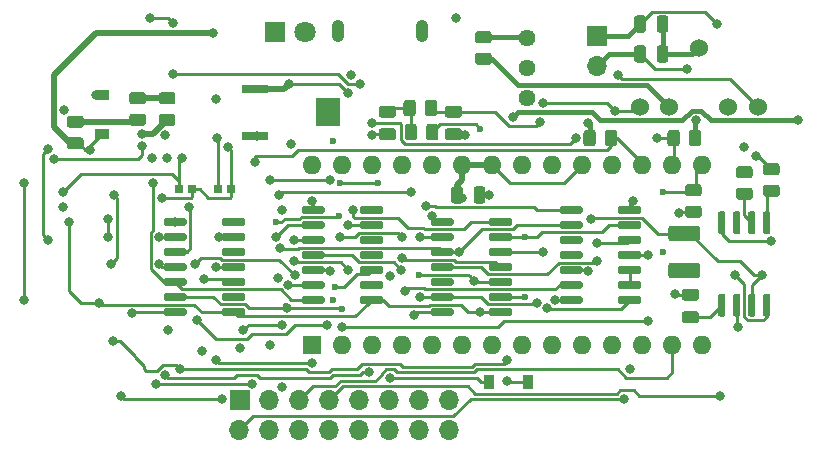
<source format=gbr>
G04 #@! TF.GenerationSoftware,KiCad,Pcbnew,5.1.5+dfsg1-2build2*
G04 #@! TF.CreationDate,2022-10-10T15:32:11+01:00*
G04 #@! TF.ProjectId,psion-speech-sp0256al2,7073696f-6e2d-4737-9065-6563682d7370,rev?*
G04 #@! TF.SameCoordinates,Original*
G04 #@! TF.FileFunction,Copper,L4,Bot*
G04 #@! TF.FilePolarity,Positive*
%FSLAX46Y46*%
G04 Gerber Fmt 4.6, Leading zero omitted, Abs format (unit mm)*
G04 Created by KiCad (PCBNEW 5.1.5+dfsg1-2build2) date 2022-10-10 15:32:11*
%MOMM*%
%LPD*%
G04 APERTURE LIST*
%ADD10O,1.700000X1.700000*%
%ADD11R,1.700000X1.700000*%
%ADD12C,1.524000*%
%ADD13C,1.440000*%
%ADD14R,2.000000X2.400000*%
%ADD15R,2.200000X0.750000*%
%ADD16C,0.100000*%
%ADD17O,1.600000X1.600000*%
%ADD18R,1.600000X1.600000*%
%ADD19R,0.800000X0.800000*%
%ADD20O,1.050000X1.900000*%
%ADD21R,0.900000X1.200000*%
%ADD22C,1.800000*%
%ADD23R,1.800000X1.800000*%
%ADD24R,1.200000X0.900000*%
%ADD25C,0.800000*%
%ADD26C,0.600000*%
%ADD27C,0.250000*%
%ADD28C,0.500000*%
%ADD29C,0.400000*%
G04 APERTURE END LIST*
D10*
X77360000Y-133200000D03*
X77360000Y-130660000D03*
X74820000Y-133200000D03*
X74820000Y-130660000D03*
X72280000Y-133200000D03*
X72280000Y-130660000D03*
X69740000Y-133200000D03*
X69740000Y-130660000D03*
X67200000Y-133200000D03*
X67200000Y-130660000D03*
X64660000Y-133200000D03*
X64660000Y-130660000D03*
X62120000Y-133200000D03*
X62120000Y-130660000D03*
X59580000Y-133200000D03*
D11*
X59660000Y-130660000D03*
D12*
X103500000Y-105800000D03*
X101000000Y-105800000D03*
X93500000Y-105800000D03*
X96000000Y-105800000D03*
X98500000Y-100800000D03*
D13*
X84000000Y-105080000D03*
X84000000Y-102540000D03*
X84000000Y-100000000D03*
D10*
X89916000Y-102362000D03*
D11*
X89916000Y-99822000D03*
D14*
X67150000Y-106300000D03*
D15*
X60900000Y-108250000D03*
X60900000Y-104350000D03*
G04 #@! TA.AperFunction,SMDPad,CuDef*
D16*
G36*
X82562703Y-122890722D02*
G01*
X82577264Y-122892882D01*
X82591543Y-122896459D01*
X82605403Y-122901418D01*
X82618710Y-122907712D01*
X82631336Y-122915280D01*
X82643159Y-122924048D01*
X82654066Y-122933934D01*
X82663952Y-122944841D01*
X82672720Y-122956664D01*
X82680288Y-122969290D01*
X82686582Y-122982597D01*
X82691541Y-122996457D01*
X82695118Y-123010736D01*
X82697278Y-123025297D01*
X82698000Y-123040000D01*
X82698000Y-123340000D01*
X82697278Y-123354703D01*
X82695118Y-123369264D01*
X82691541Y-123383543D01*
X82686582Y-123397403D01*
X82680288Y-123410710D01*
X82672720Y-123423336D01*
X82663952Y-123435159D01*
X82654066Y-123446066D01*
X82643159Y-123455952D01*
X82631336Y-123464720D01*
X82618710Y-123472288D01*
X82605403Y-123478582D01*
X82591543Y-123483541D01*
X82577264Y-123487118D01*
X82562703Y-123489278D01*
X82548000Y-123490000D01*
X80898000Y-123490000D01*
X80883297Y-123489278D01*
X80868736Y-123487118D01*
X80854457Y-123483541D01*
X80840597Y-123478582D01*
X80827290Y-123472288D01*
X80814664Y-123464720D01*
X80802841Y-123455952D01*
X80791934Y-123446066D01*
X80782048Y-123435159D01*
X80773280Y-123423336D01*
X80765712Y-123410710D01*
X80759418Y-123397403D01*
X80754459Y-123383543D01*
X80750882Y-123369264D01*
X80748722Y-123354703D01*
X80748000Y-123340000D01*
X80748000Y-123040000D01*
X80748722Y-123025297D01*
X80750882Y-123010736D01*
X80754459Y-122996457D01*
X80759418Y-122982597D01*
X80765712Y-122969290D01*
X80773280Y-122956664D01*
X80782048Y-122944841D01*
X80791934Y-122933934D01*
X80802841Y-122924048D01*
X80814664Y-122915280D01*
X80827290Y-122907712D01*
X80840597Y-122901418D01*
X80854457Y-122896459D01*
X80868736Y-122892882D01*
X80883297Y-122890722D01*
X80898000Y-122890000D01*
X82548000Y-122890000D01*
X82562703Y-122890722D01*
G37*
G04 #@! TD.AperFunction*
G04 #@! TA.AperFunction,SMDPad,CuDef*
G36*
X82562703Y-121620722D02*
G01*
X82577264Y-121622882D01*
X82591543Y-121626459D01*
X82605403Y-121631418D01*
X82618710Y-121637712D01*
X82631336Y-121645280D01*
X82643159Y-121654048D01*
X82654066Y-121663934D01*
X82663952Y-121674841D01*
X82672720Y-121686664D01*
X82680288Y-121699290D01*
X82686582Y-121712597D01*
X82691541Y-121726457D01*
X82695118Y-121740736D01*
X82697278Y-121755297D01*
X82698000Y-121770000D01*
X82698000Y-122070000D01*
X82697278Y-122084703D01*
X82695118Y-122099264D01*
X82691541Y-122113543D01*
X82686582Y-122127403D01*
X82680288Y-122140710D01*
X82672720Y-122153336D01*
X82663952Y-122165159D01*
X82654066Y-122176066D01*
X82643159Y-122185952D01*
X82631336Y-122194720D01*
X82618710Y-122202288D01*
X82605403Y-122208582D01*
X82591543Y-122213541D01*
X82577264Y-122217118D01*
X82562703Y-122219278D01*
X82548000Y-122220000D01*
X80898000Y-122220000D01*
X80883297Y-122219278D01*
X80868736Y-122217118D01*
X80854457Y-122213541D01*
X80840597Y-122208582D01*
X80827290Y-122202288D01*
X80814664Y-122194720D01*
X80802841Y-122185952D01*
X80791934Y-122176066D01*
X80782048Y-122165159D01*
X80773280Y-122153336D01*
X80765712Y-122140710D01*
X80759418Y-122127403D01*
X80754459Y-122113543D01*
X80750882Y-122099264D01*
X80748722Y-122084703D01*
X80748000Y-122070000D01*
X80748000Y-121770000D01*
X80748722Y-121755297D01*
X80750882Y-121740736D01*
X80754459Y-121726457D01*
X80759418Y-121712597D01*
X80765712Y-121699290D01*
X80773280Y-121686664D01*
X80782048Y-121674841D01*
X80791934Y-121663934D01*
X80802841Y-121654048D01*
X80814664Y-121645280D01*
X80827290Y-121637712D01*
X80840597Y-121631418D01*
X80854457Y-121626459D01*
X80868736Y-121622882D01*
X80883297Y-121620722D01*
X80898000Y-121620000D01*
X82548000Y-121620000D01*
X82562703Y-121620722D01*
G37*
G04 #@! TD.AperFunction*
G04 #@! TA.AperFunction,SMDPad,CuDef*
G36*
X82562703Y-120350722D02*
G01*
X82577264Y-120352882D01*
X82591543Y-120356459D01*
X82605403Y-120361418D01*
X82618710Y-120367712D01*
X82631336Y-120375280D01*
X82643159Y-120384048D01*
X82654066Y-120393934D01*
X82663952Y-120404841D01*
X82672720Y-120416664D01*
X82680288Y-120429290D01*
X82686582Y-120442597D01*
X82691541Y-120456457D01*
X82695118Y-120470736D01*
X82697278Y-120485297D01*
X82698000Y-120500000D01*
X82698000Y-120800000D01*
X82697278Y-120814703D01*
X82695118Y-120829264D01*
X82691541Y-120843543D01*
X82686582Y-120857403D01*
X82680288Y-120870710D01*
X82672720Y-120883336D01*
X82663952Y-120895159D01*
X82654066Y-120906066D01*
X82643159Y-120915952D01*
X82631336Y-120924720D01*
X82618710Y-120932288D01*
X82605403Y-120938582D01*
X82591543Y-120943541D01*
X82577264Y-120947118D01*
X82562703Y-120949278D01*
X82548000Y-120950000D01*
X80898000Y-120950000D01*
X80883297Y-120949278D01*
X80868736Y-120947118D01*
X80854457Y-120943541D01*
X80840597Y-120938582D01*
X80827290Y-120932288D01*
X80814664Y-120924720D01*
X80802841Y-120915952D01*
X80791934Y-120906066D01*
X80782048Y-120895159D01*
X80773280Y-120883336D01*
X80765712Y-120870710D01*
X80759418Y-120857403D01*
X80754459Y-120843543D01*
X80750882Y-120829264D01*
X80748722Y-120814703D01*
X80748000Y-120800000D01*
X80748000Y-120500000D01*
X80748722Y-120485297D01*
X80750882Y-120470736D01*
X80754459Y-120456457D01*
X80759418Y-120442597D01*
X80765712Y-120429290D01*
X80773280Y-120416664D01*
X80782048Y-120404841D01*
X80791934Y-120393934D01*
X80802841Y-120384048D01*
X80814664Y-120375280D01*
X80827290Y-120367712D01*
X80840597Y-120361418D01*
X80854457Y-120356459D01*
X80868736Y-120352882D01*
X80883297Y-120350722D01*
X80898000Y-120350000D01*
X82548000Y-120350000D01*
X82562703Y-120350722D01*
G37*
G04 #@! TD.AperFunction*
G04 #@! TA.AperFunction,SMDPad,CuDef*
G36*
X82562703Y-119080722D02*
G01*
X82577264Y-119082882D01*
X82591543Y-119086459D01*
X82605403Y-119091418D01*
X82618710Y-119097712D01*
X82631336Y-119105280D01*
X82643159Y-119114048D01*
X82654066Y-119123934D01*
X82663952Y-119134841D01*
X82672720Y-119146664D01*
X82680288Y-119159290D01*
X82686582Y-119172597D01*
X82691541Y-119186457D01*
X82695118Y-119200736D01*
X82697278Y-119215297D01*
X82698000Y-119230000D01*
X82698000Y-119530000D01*
X82697278Y-119544703D01*
X82695118Y-119559264D01*
X82691541Y-119573543D01*
X82686582Y-119587403D01*
X82680288Y-119600710D01*
X82672720Y-119613336D01*
X82663952Y-119625159D01*
X82654066Y-119636066D01*
X82643159Y-119645952D01*
X82631336Y-119654720D01*
X82618710Y-119662288D01*
X82605403Y-119668582D01*
X82591543Y-119673541D01*
X82577264Y-119677118D01*
X82562703Y-119679278D01*
X82548000Y-119680000D01*
X80898000Y-119680000D01*
X80883297Y-119679278D01*
X80868736Y-119677118D01*
X80854457Y-119673541D01*
X80840597Y-119668582D01*
X80827290Y-119662288D01*
X80814664Y-119654720D01*
X80802841Y-119645952D01*
X80791934Y-119636066D01*
X80782048Y-119625159D01*
X80773280Y-119613336D01*
X80765712Y-119600710D01*
X80759418Y-119587403D01*
X80754459Y-119573543D01*
X80750882Y-119559264D01*
X80748722Y-119544703D01*
X80748000Y-119530000D01*
X80748000Y-119230000D01*
X80748722Y-119215297D01*
X80750882Y-119200736D01*
X80754459Y-119186457D01*
X80759418Y-119172597D01*
X80765712Y-119159290D01*
X80773280Y-119146664D01*
X80782048Y-119134841D01*
X80791934Y-119123934D01*
X80802841Y-119114048D01*
X80814664Y-119105280D01*
X80827290Y-119097712D01*
X80840597Y-119091418D01*
X80854457Y-119086459D01*
X80868736Y-119082882D01*
X80883297Y-119080722D01*
X80898000Y-119080000D01*
X82548000Y-119080000D01*
X82562703Y-119080722D01*
G37*
G04 #@! TD.AperFunction*
G04 #@! TA.AperFunction,SMDPad,CuDef*
G36*
X82562703Y-117810722D02*
G01*
X82577264Y-117812882D01*
X82591543Y-117816459D01*
X82605403Y-117821418D01*
X82618710Y-117827712D01*
X82631336Y-117835280D01*
X82643159Y-117844048D01*
X82654066Y-117853934D01*
X82663952Y-117864841D01*
X82672720Y-117876664D01*
X82680288Y-117889290D01*
X82686582Y-117902597D01*
X82691541Y-117916457D01*
X82695118Y-117930736D01*
X82697278Y-117945297D01*
X82698000Y-117960000D01*
X82698000Y-118260000D01*
X82697278Y-118274703D01*
X82695118Y-118289264D01*
X82691541Y-118303543D01*
X82686582Y-118317403D01*
X82680288Y-118330710D01*
X82672720Y-118343336D01*
X82663952Y-118355159D01*
X82654066Y-118366066D01*
X82643159Y-118375952D01*
X82631336Y-118384720D01*
X82618710Y-118392288D01*
X82605403Y-118398582D01*
X82591543Y-118403541D01*
X82577264Y-118407118D01*
X82562703Y-118409278D01*
X82548000Y-118410000D01*
X80898000Y-118410000D01*
X80883297Y-118409278D01*
X80868736Y-118407118D01*
X80854457Y-118403541D01*
X80840597Y-118398582D01*
X80827290Y-118392288D01*
X80814664Y-118384720D01*
X80802841Y-118375952D01*
X80791934Y-118366066D01*
X80782048Y-118355159D01*
X80773280Y-118343336D01*
X80765712Y-118330710D01*
X80759418Y-118317403D01*
X80754459Y-118303543D01*
X80750882Y-118289264D01*
X80748722Y-118274703D01*
X80748000Y-118260000D01*
X80748000Y-117960000D01*
X80748722Y-117945297D01*
X80750882Y-117930736D01*
X80754459Y-117916457D01*
X80759418Y-117902597D01*
X80765712Y-117889290D01*
X80773280Y-117876664D01*
X80782048Y-117864841D01*
X80791934Y-117853934D01*
X80802841Y-117844048D01*
X80814664Y-117835280D01*
X80827290Y-117827712D01*
X80840597Y-117821418D01*
X80854457Y-117816459D01*
X80868736Y-117812882D01*
X80883297Y-117810722D01*
X80898000Y-117810000D01*
X82548000Y-117810000D01*
X82562703Y-117810722D01*
G37*
G04 #@! TD.AperFunction*
G04 #@! TA.AperFunction,SMDPad,CuDef*
G36*
X82562703Y-116540722D02*
G01*
X82577264Y-116542882D01*
X82591543Y-116546459D01*
X82605403Y-116551418D01*
X82618710Y-116557712D01*
X82631336Y-116565280D01*
X82643159Y-116574048D01*
X82654066Y-116583934D01*
X82663952Y-116594841D01*
X82672720Y-116606664D01*
X82680288Y-116619290D01*
X82686582Y-116632597D01*
X82691541Y-116646457D01*
X82695118Y-116660736D01*
X82697278Y-116675297D01*
X82698000Y-116690000D01*
X82698000Y-116990000D01*
X82697278Y-117004703D01*
X82695118Y-117019264D01*
X82691541Y-117033543D01*
X82686582Y-117047403D01*
X82680288Y-117060710D01*
X82672720Y-117073336D01*
X82663952Y-117085159D01*
X82654066Y-117096066D01*
X82643159Y-117105952D01*
X82631336Y-117114720D01*
X82618710Y-117122288D01*
X82605403Y-117128582D01*
X82591543Y-117133541D01*
X82577264Y-117137118D01*
X82562703Y-117139278D01*
X82548000Y-117140000D01*
X80898000Y-117140000D01*
X80883297Y-117139278D01*
X80868736Y-117137118D01*
X80854457Y-117133541D01*
X80840597Y-117128582D01*
X80827290Y-117122288D01*
X80814664Y-117114720D01*
X80802841Y-117105952D01*
X80791934Y-117096066D01*
X80782048Y-117085159D01*
X80773280Y-117073336D01*
X80765712Y-117060710D01*
X80759418Y-117047403D01*
X80754459Y-117033543D01*
X80750882Y-117019264D01*
X80748722Y-117004703D01*
X80748000Y-116990000D01*
X80748000Y-116690000D01*
X80748722Y-116675297D01*
X80750882Y-116660736D01*
X80754459Y-116646457D01*
X80759418Y-116632597D01*
X80765712Y-116619290D01*
X80773280Y-116606664D01*
X80782048Y-116594841D01*
X80791934Y-116583934D01*
X80802841Y-116574048D01*
X80814664Y-116565280D01*
X80827290Y-116557712D01*
X80840597Y-116551418D01*
X80854457Y-116546459D01*
X80868736Y-116542882D01*
X80883297Y-116540722D01*
X80898000Y-116540000D01*
X82548000Y-116540000D01*
X82562703Y-116540722D01*
G37*
G04 #@! TD.AperFunction*
G04 #@! TA.AperFunction,SMDPad,CuDef*
G36*
X82562703Y-115270722D02*
G01*
X82577264Y-115272882D01*
X82591543Y-115276459D01*
X82605403Y-115281418D01*
X82618710Y-115287712D01*
X82631336Y-115295280D01*
X82643159Y-115304048D01*
X82654066Y-115313934D01*
X82663952Y-115324841D01*
X82672720Y-115336664D01*
X82680288Y-115349290D01*
X82686582Y-115362597D01*
X82691541Y-115376457D01*
X82695118Y-115390736D01*
X82697278Y-115405297D01*
X82698000Y-115420000D01*
X82698000Y-115720000D01*
X82697278Y-115734703D01*
X82695118Y-115749264D01*
X82691541Y-115763543D01*
X82686582Y-115777403D01*
X82680288Y-115790710D01*
X82672720Y-115803336D01*
X82663952Y-115815159D01*
X82654066Y-115826066D01*
X82643159Y-115835952D01*
X82631336Y-115844720D01*
X82618710Y-115852288D01*
X82605403Y-115858582D01*
X82591543Y-115863541D01*
X82577264Y-115867118D01*
X82562703Y-115869278D01*
X82548000Y-115870000D01*
X80898000Y-115870000D01*
X80883297Y-115869278D01*
X80868736Y-115867118D01*
X80854457Y-115863541D01*
X80840597Y-115858582D01*
X80827290Y-115852288D01*
X80814664Y-115844720D01*
X80802841Y-115835952D01*
X80791934Y-115826066D01*
X80782048Y-115815159D01*
X80773280Y-115803336D01*
X80765712Y-115790710D01*
X80759418Y-115777403D01*
X80754459Y-115763543D01*
X80750882Y-115749264D01*
X80748722Y-115734703D01*
X80748000Y-115720000D01*
X80748000Y-115420000D01*
X80748722Y-115405297D01*
X80750882Y-115390736D01*
X80754459Y-115376457D01*
X80759418Y-115362597D01*
X80765712Y-115349290D01*
X80773280Y-115336664D01*
X80782048Y-115324841D01*
X80791934Y-115313934D01*
X80802841Y-115304048D01*
X80814664Y-115295280D01*
X80827290Y-115287712D01*
X80840597Y-115281418D01*
X80854457Y-115276459D01*
X80868736Y-115272882D01*
X80883297Y-115270722D01*
X80898000Y-115270000D01*
X82548000Y-115270000D01*
X82562703Y-115270722D01*
G37*
G04 #@! TD.AperFunction*
G04 #@! TA.AperFunction,SMDPad,CuDef*
G36*
X77612703Y-115270722D02*
G01*
X77627264Y-115272882D01*
X77641543Y-115276459D01*
X77655403Y-115281418D01*
X77668710Y-115287712D01*
X77681336Y-115295280D01*
X77693159Y-115304048D01*
X77704066Y-115313934D01*
X77713952Y-115324841D01*
X77722720Y-115336664D01*
X77730288Y-115349290D01*
X77736582Y-115362597D01*
X77741541Y-115376457D01*
X77745118Y-115390736D01*
X77747278Y-115405297D01*
X77748000Y-115420000D01*
X77748000Y-115720000D01*
X77747278Y-115734703D01*
X77745118Y-115749264D01*
X77741541Y-115763543D01*
X77736582Y-115777403D01*
X77730288Y-115790710D01*
X77722720Y-115803336D01*
X77713952Y-115815159D01*
X77704066Y-115826066D01*
X77693159Y-115835952D01*
X77681336Y-115844720D01*
X77668710Y-115852288D01*
X77655403Y-115858582D01*
X77641543Y-115863541D01*
X77627264Y-115867118D01*
X77612703Y-115869278D01*
X77598000Y-115870000D01*
X75948000Y-115870000D01*
X75933297Y-115869278D01*
X75918736Y-115867118D01*
X75904457Y-115863541D01*
X75890597Y-115858582D01*
X75877290Y-115852288D01*
X75864664Y-115844720D01*
X75852841Y-115835952D01*
X75841934Y-115826066D01*
X75832048Y-115815159D01*
X75823280Y-115803336D01*
X75815712Y-115790710D01*
X75809418Y-115777403D01*
X75804459Y-115763543D01*
X75800882Y-115749264D01*
X75798722Y-115734703D01*
X75798000Y-115720000D01*
X75798000Y-115420000D01*
X75798722Y-115405297D01*
X75800882Y-115390736D01*
X75804459Y-115376457D01*
X75809418Y-115362597D01*
X75815712Y-115349290D01*
X75823280Y-115336664D01*
X75832048Y-115324841D01*
X75841934Y-115313934D01*
X75852841Y-115304048D01*
X75864664Y-115295280D01*
X75877290Y-115287712D01*
X75890597Y-115281418D01*
X75904457Y-115276459D01*
X75918736Y-115272882D01*
X75933297Y-115270722D01*
X75948000Y-115270000D01*
X77598000Y-115270000D01*
X77612703Y-115270722D01*
G37*
G04 #@! TD.AperFunction*
G04 #@! TA.AperFunction,SMDPad,CuDef*
G36*
X77612703Y-116540722D02*
G01*
X77627264Y-116542882D01*
X77641543Y-116546459D01*
X77655403Y-116551418D01*
X77668710Y-116557712D01*
X77681336Y-116565280D01*
X77693159Y-116574048D01*
X77704066Y-116583934D01*
X77713952Y-116594841D01*
X77722720Y-116606664D01*
X77730288Y-116619290D01*
X77736582Y-116632597D01*
X77741541Y-116646457D01*
X77745118Y-116660736D01*
X77747278Y-116675297D01*
X77748000Y-116690000D01*
X77748000Y-116990000D01*
X77747278Y-117004703D01*
X77745118Y-117019264D01*
X77741541Y-117033543D01*
X77736582Y-117047403D01*
X77730288Y-117060710D01*
X77722720Y-117073336D01*
X77713952Y-117085159D01*
X77704066Y-117096066D01*
X77693159Y-117105952D01*
X77681336Y-117114720D01*
X77668710Y-117122288D01*
X77655403Y-117128582D01*
X77641543Y-117133541D01*
X77627264Y-117137118D01*
X77612703Y-117139278D01*
X77598000Y-117140000D01*
X75948000Y-117140000D01*
X75933297Y-117139278D01*
X75918736Y-117137118D01*
X75904457Y-117133541D01*
X75890597Y-117128582D01*
X75877290Y-117122288D01*
X75864664Y-117114720D01*
X75852841Y-117105952D01*
X75841934Y-117096066D01*
X75832048Y-117085159D01*
X75823280Y-117073336D01*
X75815712Y-117060710D01*
X75809418Y-117047403D01*
X75804459Y-117033543D01*
X75800882Y-117019264D01*
X75798722Y-117004703D01*
X75798000Y-116990000D01*
X75798000Y-116690000D01*
X75798722Y-116675297D01*
X75800882Y-116660736D01*
X75804459Y-116646457D01*
X75809418Y-116632597D01*
X75815712Y-116619290D01*
X75823280Y-116606664D01*
X75832048Y-116594841D01*
X75841934Y-116583934D01*
X75852841Y-116574048D01*
X75864664Y-116565280D01*
X75877290Y-116557712D01*
X75890597Y-116551418D01*
X75904457Y-116546459D01*
X75918736Y-116542882D01*
X75933297Y-116540722D01*
X75948000Y-116540000D01*
X77598000Y-116540000D01*
X77612703Y-116540722D01*
G37*
G04 #@! TD.AperFunction*
G04 #@! TA.AperFunction,SMDPad,CuDef*
G36*
X77612703Y-117810722D02*
G01*
X77627264Y-117812882D01*
X77641543Y-117816459D01*
X77655403Y-117821418D01*
X77668710Y-117827712D01*
X77681336Y-117835280D01*
X77693159Y-117844048D01*
X77704066Y-117853934D01*
X77713952Y-117864841D01*
X77722720Y-117876664D01*
X77730288Y-117889290D01*
X77736582Y-117902597D01*
X77741541Y-117916457D01*
X77745118Y-117930736D01*
X77747278Y-117945297D01*
X77748000Y-117960000D01*
X77748000Y-118260000D01*
X77747278Y-118274703D01*
X77745118Y-118289264D01*
X77741541Y-118303543D01*
X77736582Y-118317403D01*
X77730288Y-118330710D01*
X77722720Y-118343336D01*
X77713952Y-118355159D01*
X77704066Y-118366066D01*
X77693159Y-118375952D01*
X77681336Y-118384720D01*
X77668710Y-118392288D01*
X77655403Y-118398582D01*
X77641543Y-118403541D01*
X77627264Y-118407118D01*
X77612703Y-118409278D01*
X77598000Y-118410000D01*
X75948000Y-118410000D01*
X75933297Y-118409278D01*
X75918736Y-118407118D01*
X75904457Y-118403541D01*
X75890597Y-118398582D01*
X75877290Y-118392288D01*
X75864664Y-118384720D01*
X75852841Y-118375952D01*
X75841934Y-118366066D01*
X75832048Y-118355159D01*
X75823280Y-118343336D01*
X75815712Y-118330710D01*
X75809418Y-118317403D01*
X75804459Y-118303543D01*
X75800882Y-118289264D01*
X75798722Y-118274703D01*
X75798000Y-118260000D01*
X75798000Y-117960000D01*
X75798722Y-117945297D01*
X75800882Y-117930736D01*
X75804459Y-117916457D01*
X75809418Y-117902597D01*
X75815712Y-117889290D01*
X75823280Y-117876664D01*
X75832048Y-117864841D01*
X75841934Y-117853934D01*
X75852841Y-117844048D01*
X75864664Y-117835280D01*
X75877290Y-117827712D01*
X75890597Y-117821418D01*
X75904457Y-117816459D01*
X75918736Y-117812882D01*
X75933297Y-117810722D01*
X75948000Y-117810000D01*
X77598000Y-117810000D01*
X77612703Y-117810722D01*
G37*
G04 #@! TD.AperFunction*
G04 #@! TA.AperFunction,SMDPad,CuDef*
G36*
X77612703Y-119080722D02*
G01*
X77627264Y-119082882D01*
X77641543Y-119086459D01*
X77655403Y-119091418D01*
X77668710Y-119097712D01*
X77681336Y-119105280D01*
X77693159Y-119114048D01*
X77704066Y-119123934D01*
X77713952Y-119134841D01*
X77722720Y-119146664D01*
X77730288Y-119159290D01*
X77736582Y-119172597D01*
X77741541Y-119186457D01*
X77745118Y-119200736D01*
X77747278Y-119215297D01*
X77748000Y-119230000D01*
X77748000Y-119530000D01*
X77747278Y-119544703D01*
X77745118Y-119559264D01*
X77741541Y-119573543D01*
X77736582Y-119587403D01*
X77730288Y-119600710D01*
X77722720Y-119613336D01*
X77713952Y-119625159D01*
X77704066Y-119636066D01*
X77693159Y-119645952D01*
X77681336Y-119654720D01*
X77668710Y-119662288D01*
X77655403Y-119668582D01*
X77641543Y-119673541D01*
X77627264Y-119677118D01*
X77612703Y-119679278D01*
X77598000Y-119680000D01*
X75948000Y-119680000D01*
X75933297Y-119679278D01*
X75918736Y-119677118D01*
X75904457Y-119673541D01*
X75890597Y-119668582D01*
X75877290Y-119662288D01*
X75864664Y-119654720D01*
X75852841Y-119645952D01*
X75841934Y-119636066D01*
X75832048Y-119625159D01*
X75823280Y-119613336D01*
X75815712Y-119600710D01*
X75809418Y-119587403D01*
X75804459Y-119573543D01*
X75800882Y-119559264D01*
X75798722Y-119544703D01*
X75798000Y-119530000D01*
X75798000Y-119230000D01*
X75798722Y-119215297D01*
X75800882Y-119200736D01*
X75804459Y-119186457D01*
X75809418Y-119172597D01*
X75815712Y-119159290D01*
X75823280Y-119146664D01*
X75832048Y-119134841D01*
X75841934Y-119123934D01*
X75852841Y-119114048D01*
X75864664Y-119105280D01*
X75877290Y-119097712D01*
X75890597Y-119091418D01*
X75904457Y-119086459D01*
X75918736Y-119082882D01*
X75933297Y-119080722D01*
X75948000Y-119080000D01*
X77598000Y-119080000D01*
X77612703Y-119080722D01*
G37*
G04 #@! TD.AperFunction*
G04 #@! TA.AperFunction,SMDPad,CuDef*
G36*
X77612703Y-120350722D02*
G01*
X77627264Y-120352882D01*
X77641543Y-120356459D01*
X77655403Y-120361418D01*
X77668710Y-120367712D01*
X77681336Y-120375280D01*
X77693159Y-120384048D01*
X77704066Y-120393934D01*
X77713952Y-120404841D01*
X77722720Y-120416664D01*
X77730288Y-120429290D01*
X77736582Y-120442597D01*
X77741541Y-120456457D01*
X77745118Y-120470736D01*
X77747278Y-120485297D01*
X77748000Y-120500000D01*
X77748000Y-120800000D01*
X77747278Y-120814703D01*
X77745118Y-120829264D01*
X77741541Y-120843543D01*
X77736582Y-120857403D01*
X77730288Y-120870710D01*
X77722720Y-120883336D01*
X77713952Y-120895159D01*
X77704066Y-120906066D01*
X77693159Y-120915952D01*
X77681336Y-120924720D01*
X77668710Y-120932288D01*
X77655403Y-120938582D01*
X77641543Y-120943541D01*
X77627264Y-120947118D01*
X77612703Y-120949278D01*
X77598000Y-120950000D01*
X75948000Y-120950000D01*
X75933297Y-120949278D01*
X75918736Y-120947118D01*
X75904457Y-120943541D01*
X75890597Y-120938582D01*
X75877290Y-120932288D01*
X75864664Y-120924720D01*
X75852841Y-120915952D01*
X75841934Y-120906066D01*
X75832048Y-120895159D01*
X75823280Y-120883336D01*
X75815712Y-120870710D01*
X75809418Y-120857403D01*
X75804459Y-120843543D01*
X75800882Y-120829264D01*
X75798722Y-120814703D01*
X75798000Y-120800000D01*
X75798000Y-120500000D01*
X75798722Y-120485297D01*
X75800882Y-120470736D01*
X75804459Y-120456457D01*
X75809418Y-120442597D01*
X75815712Y-120429290D01*
X75823280Y-120416664D01*
X75832048Y-120404841D01*
X75841934Y-120393934D01*
X75852841Y-120384048D01*
X75864664Y-120375280D01*
X75877290Y-120367712D01*
X75890597Y-120361418D01*
X75904457Y-120356459D01*
X75918736Y-120352882D01*
X75933297Y-120350722D01*
X75948000Y-120350000D01*
X77598000Y-120350000D01*
X77612703Y-120350722D01*
G37*
G04 #@! TD.AperFunction*
G04 #@! TA.AperFunction,SMDPad,CuDef*
G36*
X77612703Y-121620722D02*
G01*
X77627264Y-121622882D01*
X77641543Y-121626459D01*
X77655403Y-121631418D01*
X77668710Y-121637712D01*
X77681336Y-121645280D01*
X77693159Y-121654048D01*
X77704066Y-121663934D01*
X77713952Y-121674841D01*
X77722720Y-121686664D01*
X77730288Y-121699290D01*
X77736582Y-121712597D01*
X77741541Y-121726457D01*
X77745118Y-121740736D01*
X77747278Y-121755297D01*
X77748000Y-121770000D01*
X77748000Y-122070000D01*
X77747278Y-122084703D01*
X77745118Y-122099264D01*
X77741541Y-122113543D01*
X77736582Y-122127403D01*
X77730288Y-122140710D01*
X77722720Y-122153336D01*
X77713952Y-122165159D01*
X77704066Y-122176066D01*
X77693159Y-122185952D01*
X77681336Y-122194720D01*
X77668710Y-122202288D01*
X77655403Y-122208582D01*
X77641543Y-122213541D01*
X77627264Y-122217118D01*
X77612703Y-122219278D01*
X77598000Y-122220000D01*
X75948000Y-122220000D01*
X75933297Y-122219278D01*
X75918736Y-122217118D01*
X75904457Y-122213541D01*
X75890597Y-122208582D01*
X75877290Y-122202288D01*
X75864664Y-122194720D01*
X75852841Y-122185952D01*
X75841934Y-122176066D01*
X75832048Y-122165159D01*
X75823280Y-122153336D01*
X75815712Y-122140710D01*
X75809418Y-122127403D01*
X75804459Y-122113543D01*
X75800882Y-122099264D01*
X75798722Y-122084703D01*
X75798000Y-122070000D01*
X75798000Y-121770000D01*
X75798722Y-121755297D01*
X75800882Y-121740736D01*
X75804459Y-121726457D01*
X75809418Y-121712597D01*
X75815712Y-121699290D01*
X75823280Y-121686664D01*
X75832048Y-121674841D01*
X75841934Y-121663934D01*
X75852841Y-121654048D01*
X75864664Y-121645280D01*
X75877290Y-121637712D01*
X75890597Y-121631418D01*
X75904457Y-121626459D01*
X75918736Y-121622882D01*
X75933297Y-121620722D01*
X75948000Y-121620000D01*
X77598000Y-121620000D01*
X77612703Y-121620722D01*
G37*
G04 #@! TD.AperFunction*
G04 #@! TA.AperFunction,SMDPad,CuDef*
G36*
X77612703Y-122890722D02*
G01*
X77627264Y-122892882D01*
X77641543Y-122896459D01*
X77655403Y-122901418D01*
X77668710Y-122907712D01*
X77681336Y-122915280D01*
X77693159Y-122924048D01*
X77704066Y-122933934D01*
X77713952Y-122944841D01*
X77722720Y-122956664D01*
X77730288Y-122969290D01*
X77736582Y-122982597D01*
X77741541Y-122996457D01*
X77745118Y-123010736D01*
X77747278Y-123025297D01*
X77748000Y-123040000D01*
X77748000Y-123340000D01*
X77747278Y-123354703D01*
X77745118Y-123369264D01*
X77741541Y-123383543D01*
X77736582Y-123397403D01*
X77730288Y-123410710D01*
X77722720Y-123423336D01*
X77713952Y-123435159D01*
X77704066Y-123446066D01*
X77693159Y-123455952D01*
X77681336Y-123464720D01*
X77668710Y-123472288D01*
X77655403Y-123478582D01*
X77641543Y-123483541D01*
X77627264Y-123487118D01*
X77612703Y-123489278D01*
X77598000Y-123490000D01*
X75948000Y-123490000D01*
X75933297Y-123489278D01*
X75918736Y-123487118D01*
X75904457Y-123483541D01*
X75890597Y-123478582D01*
X75877290Y-123472288D01*
X75864664Y-123464720D01*
X75852841Y-123455952D01*
X75841934Y-123446066D01*
X75832048Y-123435159D01*
X75823280Y-123423336D01*
X75815712Y-123410710D01*
X75809418Y-123397403D01*
X75804459Y-123383543D01*
X75800882Y-123369264D01*
X75798722Y-123354703D01*
X75798000Y-123340000D01*
X75798000Y-123040000D01*
X75798722Y-123025297D01*
X75800882Y-123010736D01*
X75804459Y-122996457D01*
X75809418Y-122982597D01*
X75815712Y-122969290D01*
X75823280Y-122956664D01*
X75832048Y-122944841D01*
X75841934Y-122933934D01*
X75852841Y-122924048D01*
X75864664Y-122915280D01*
X75877290Y-122907712D01*
X75890597Y-122901418D01*
X75904457Y-122896459D01*
X75918736Y-122892882D01*
X75933297Y-122890722D01*
X75948000Y-122890000D01*
X77598000Y-122890000D01*
X77612703Y-122890722D01*
G37*
G04 #@! TD.AperFunction*
G04 #@! TA.AperFunction,SMDPad,CuDef*
G36*
X100621703Y-121676722D02*
G01*
X100636264Y-121678882D01*
X100650543Y-121682459D01*
X100664403Y-121687418D01*
X100677710Y-121693712D01*
X100690336Y-121701280D01*
X100702159Y-121710048D01*
X100713066Y-121719934D01*
X100722952Y-121730841D01*
X100731720Y-121742664D01*
X100739288Y-121755290D01*
X100745582Y-121768597D01*
X100750541Y-121782457D01*
X100754118Y-121796736D01*
X100756278Y-121811297D01*
X100757000Y-121826000D01*
X100757000Y-123426000D01*
X100756278Y-123440703D01*
X100754118Y-123455264D01*
X100750541Y-123469543D01*
X100745582Y-123483403D01*
X100739288Y-123496710D01*
X100731720Y-123509336D01*
X100722952Y-123521159D01*
X100713066Y-123532066D01*
X100702159Y-123541952D01*
X100690336Y-123550720D01*
X100677710Y-123558288D01*
X100664403Y-123564582D01*
X100650543Y-123569541D01*
X100636264Y-123573118D01*
X100621703Y-123575278D01*
X100607000Y-123576000D01*
X100307000Y-123576000D01*
X100292297Y-123575278D01*
X100277736Y-123573118D01*
X100263457Y-123569541D01*
X100249597Y-123564582D01*
X100236290Y-123558288D01*
X100223664Y-123550720D01*
X100211841Y-123541952D01*
X100200934Y-123532066D01*
X100191048Y-123521159D01*
X100182280Y-123509336D01*
X100174712Y-123496710D01*
X100168418Y-123483403D01*
X100163459Y-123469543D01*
X100159882Y-123455264D01*
X100157722Y-123440703D01*
X100157000Y-123426000D01*
X100157000Y-121826000D01*
X100157722Y-121811297D01*
X100159882Y-121796736D01*
X100163459Y-121782457D01*
X100168418Y-121768597D01*
X100174712Y-121755290D01*
X100182280Y-121742664D01*
X100191048Y-121730841D01*
X100200934Y-121719934D01*
X100211841Y-121710048D01*
X100223664Y-121701280D01*
X100236290Y-121693712D01*
X100249597Y-121687418D01*
X100263457Y-121682459D01*
X100277736Y-121678882D01*
X100292297Y-121676722D01*
X100307000Y-121676000D01*
X100607000Y-121676000D01*
X100621703Y-121676722D01*
G37*
G04 #@! TD.AperFunction*
G04 #@! TA.AperFunction,SMDPad,CuDef*
G36*
X101891703Y-121676722D02*
G01*
X101906264Y-121678882D01*
X101920543Y-121682459D01*
X101934403Y-121687418D01*
X101947710Y-121693712D01*
X101960336Y-121701280D01*
X101972159Y-121710048D01*
X101983066Y-121719934D01*
X101992952Y-121730841D01*
X102001720Y-121742664D01*
X102009288Y-121755290D01*
X102015582Y-121768597D01*
X102020541Y-121782457D01*
X102024118Y-121796736D01*
X102026278Y-121811297D01*
X102027000Y-121826000D01*
X102027000Y-123426000D01*
X102026278Y-123440703D01*
X102024118Y-123455264D01*
X102020541Y-123469543D01*
X102015582Y-123483403D01*
X102009288Y-123496710D01*
X102001720Y-123509336D01*
X101992952Y-123521159D01*
X101983066Y-123532066D01*
X101972159Y-123541952D01*
X101960336Y-123550720D01*
X101947710Y-123558288D01*
X101934403Y-123564582D01*
X101920543Y-123569541D01*
X101906264Y-123573118D01*
X101891703Y-123575278D01*
X101877000Y-123576000D01*
X101577000Y-123576000D01*
X101562297Y-123575278D01*
X101547736Y-123573118D01*
X101533457Y-123569541D01*
X101519597Y-123564582D01*
X101506290Y-123558288D01*
X101493664Y-123550720D01*
X101481841Y-123541952D01*
X101470934Y-123532066D01*
X101461048Y-123521159D01*
X101452280Y-123509336D01*
X101444712Y-123496710D01*
X101438418Y-123483403D01*
X101433459Y-123469543D01*
X101429882Y-123455264D01*
X101427722Y-123440703D01*
X101427000Y-123426000D01*
X101427000Y-121826000D01*
X101427722Y-121811297D01*
X101429882Y-121796736D01*
X101433459Y-121782457D01*
X101438418Y-121768597D01*
X101444712Y-121755290D01*
X101452280Y-121742664D01*
X101461048Y-121730841D01*
X101470934Y-121719934D01*
X101481841Y-121710048D01*
X101493664Y-121701280D01*
X101506290Y-121693712D01*
X101519597Y-121687418D01*
X101533457Y-121682459D01*
X101547736Y-121678882D01*
X101562297Y-121676722D01*
X101577000Y-121676000D01*
X101877000Y-121676000D01*
X101891703Y-121676722D01*
G37*
G04 #@! TD.AperFunction*
G04 #@! TA.AperFunction,SMDPad,CuDef*
G36*
X103161703Y-121676722D02*
G01*
X103176264Y-121678882D01*
X103190543Y-121682459D01*
X103204403Y-121687418D01*
X103217710Y-121693712D01*
X103230336Y-121701280D01*
X103242159Y-121710048D01*
X103253066Y-121719934D01*
X103262952Y-121730841D01*
X103271720Y-121742664D01*
X103279288Y-121755290D01*
X103285582Y-121768597D01*
X103290541Y-121782457D01*
X103294118Y-121796736D01*
X103296278Y-121811297D01*
X103297000Y-121826000D01*
X103297000Y-123426000D01*
X103296278Y-123440703D01*
X103294118Y-123455264D01*
X103290541Y-123469543D01*
X103285582Y-123483403D01*
X103279288Y-123496710D01*
X103271720Y-123509336D01*
X103262952Y-123521159D01*
X103253066Y-123532066D01*
X103242159Y-123541952D01*
X103230336Y-123550720D01*
X103217710Y-123558288D01*
X103204403Y-123564582D01*
X103190543Y-123569541D01*
X103176264Y-123573118D01*
X103161703Y-123575278D01*
X103147000Y-123576000D01*
X102847000Y-123576000D01*
X102832297Y-123575278D01*
X102817736Y-123573118D01*
X102803457Y-123569541D01*
X102789597Y-123564582D01*
X102776290Y-123558288D01*
X102763664Y-123550720D01*
X102751841Y-123541952D01*
X102740934Y-123532066D01*
X102731048Y-123521159D01*
X102722280Y-123509336D01*
X102714712Y-123496710D01*
X102708418Y-123483403D01*
X102703459Y-123469543D01*
X102699882Y-123455264D01*
X102697722Y-123440703D01*
X102697000Y-123426000D01*
X102697000Y-121826000D01*
X102697722Y-121811297D01*
X102699882Y-121796736D01*
X102703459Y-121782457D01*
X102708418Y-121768597D01*
X102714712Y-121755290D01*
X102722280Y-121742664D01*
X102731048Y-121730841D01*
X102740934Y-121719934D01*
X102751841Y-121710048D01*
X102763664Y-121701280D01*
X102776290Y-121693712D01*
X102789597Y-121687418D01*
X102803457Y-121682459D01*
X102817736Y-121678882D01*
X102832297Y-121676722D01*
X102847000Y-121676000D01*
X103147000Y-121676000D01*
X103161703Y-121676722D01*
G37*
G04 #@! TD.AperFunction*
G04 #@! TA.AperFunction,SMDPad,CuDef*
G36*
X104431703Y-121676722D02*
G01*
X104446264Y-121678882D01*
X104460543Y-121682459D01*
X104474403Y-121687418D01*
X104487710Y-121693712D01*
X104500336Y-121701280D01*
X104512159Y-121710048D01*
X104523066Y-121719934D01*
X104532952Y-121730841D01*
X104541720Y-121742664D01*
X104549288Y-121755290D01*
X104555582Y-121768597D01*
X104560541Y-121782457D01*
X104564118Y-121796736D01*
X104566278Y-121811297D01*
X104567000Y-121826000D01*
X104567000Y-123426000D01*
X104566278Y-123440703D01*
X104564118Y-123455264D01*
X104560541Y-123469543D01*
X104555582Y-123483403D01*
X104549288Y-123496710D01*
X104541720Y-123509336D01*
X104532952Y-123521159D01*
X104523066Y-123532066D01*
X104512159Y-123541952D01*
X104500336Y-123550720D01*
X104487710Y-123558288D01*
X104474403Y-123564582D01*
X104460543Y-123569541D01*
X104446264Y-123573118D01*
X104431703Y-123575278D01*
X104417000Y-123576000D01*
X104117000Y-123576000D01*
X104102297Y-123575278D01*
X104087736Y-123573118D01*
X104073457Y-123569541D01*
X104059597Y-123564582D01*
X104046290Y-123558288D01*
X104033664Y-123550720D01*
X104021841Y-123541952D01*
X104010934Y-123532066D01*
X104001048Y-123521159D01*
X103992280Y-123509336D01*
X103984712Y-123496710D01*
X103978418Y-123483403D01*
X103973459Y-123469543D01*
X103969882Y-123455264D01*
X103967722Y-123440703D01*
X103967000Y-123426000D01*
X103967000Y-121826000D01*
X103967722Y-121811297D01*
X103969882Y-121796736D01*
X103973459Y-121782457D01*
X103978418Y-121768597D01*
X103984712Y-121755290D01*
X103992280Y-121742664D01*
X104001048Y-121730841D01*
X104010934Y-121719934D01*
X104021841Y-121710048D01*
X104033664Y-121701280D01*
X104046290Y-121693712D01*
X104059597Y-121687418D01*
X104073457Y-121682459D01*
X104087736Y-121678882D01*
X104102297Y-121676722D01*
X104117000Y-121676000D01*
X104417000Y-121676000D01*
X104431703Y-121676722D01*
G37*
G04 #@! TD.AperFunction*
G04 #@! TA.AperFunction,SMDPad,CuDef*
G36*
X104431703Y-114676722D02*
G01*
X104446264Y-114678882D01*
X104460543Y-114682459D01*
X104474403Y-114687418D01*
X104487710Y-114693712D01*
X104500336Y-114701280D01*
X104512159Y-114710048D01*
X104523066Y-114719934D01*
X104532952Y-114730841D01*
X104541720Y-114742664D01*
X104549288Y-114755290D01*
X104555582Y-114768597D01*
X104560541Y-114782457D01*
X104564118Y-114796736D01*
X104566278Y-114811297D01*
X104567000Y-114826000D01*
X104567000Y-116426000D01*
X104566278Y-116440703D01*
X104564118Y-116455264D01*
X104560541Y-116469543D01*
X104555582Y-116483403D01*
X104549288Y-116496710D01*
X104541720Y-116509336D01*
X104532952Y-116521159D01*
X104523066Y-116532066D01*
X104512159Y-116541952D01*
X104500336Y-116550720D01*
X104487710Y-116558288D01*
X104474403Y-116564582D01*
X104460543Y-116569541D01*
X104446264Y-116573118D01*
X104431703Y-116575278D01*
X104417000Y-116576000D01*
X104117000Y-116576000D01*
X104102297Y-116575278D01*
X104087736Y-116573118D01*
X104073457Y-116569541D01*
X104059597Y-116564582D01*
X104046290Y-116558288D01*
X104033664Y-116550720D01*
X104021841Y-116541952D01*
X104010934Y-116532066D01*
X104001048Y-116521159D01*
X103992280Y-116509336D01*
X103984712Y-116496710D01*
X103978418Y-116483403D01*
X103973459Y-116469543D01*
X103969882Y-116455264D01*
X103967722Y-116440703D01*
X103967000Y-116426000D01*
X103967000Y-114826000D01*
X103967722Y-114811297D01*
X103969882Y-114796736D01*
X103973459Y-114782457D01*
X103978418Y-114768597D01*
X103984712Y-114755290D01*
X103992280Y-114742664D01*
X104001048Y-114730841D01*
X104010934Y-114719934D01*
X104021841Y-114710048D01*
X104033664Y-114701280D01*
X104046290Y-114693712D01*
X104059597Y-114687418D01*
X104073457Y-114682459D01*
X104087736Y-114678882D01*
X104102297Y-114676722D01*
X104117000Y-114676000D01*
X104417000Y-114676000D01*
X104431703Y-114676722D01*
G37*
G04 #@! TD.AperFunction*
G04 #@! TA.AperFunction,SMDPad,CuDef*
G36*
X103161703Y-114676722D02*
G01*
X103176264Y-114678882D01*
X103190543Y-114682459D01*
X103204403Y-114687418D01*
X103217710Y-114693712D01*
X103230336Y-114701280D01*
X103242159Y-114710048D01*
X103253066Y-114719934D01*
X103262952Y-114730841D01*
X103271720Y-114742664D01*
X103279288Y-114755290D01*
X103285582Y-114768597D01*
X103290541Y-114782457D01*
X103294118Y-114796736D01*
X103296278Y-114811297D01*
X103297000Y-114826000D01*
X103297000Y-116426000D01*
X103296278Y-116440703D01*
X103294118Y-116455264D01*
X103290541Y-116469543D01*
X103285582Y-116483403D01*
X103279288Y-116496710D01*
X103271720Y-116509336D01*
X103262952Y-116521159D01*
X103253066Y-116532066D01*
X103242159Y-116541952D01*
X103230336Y-116550720D01*
X103217710Y-116558288D01*
X103204403Y-116564582D01*
X103190543Y-116569541D01*
X103176264Y-116573118D01*
X103161703Y-116575278D01*
X103147000Y-116576000D01*
X102847000Y-116576000D01*
X102832297Y-116575278D01*
X102817736Y-116573118D01*
X102803457Y-116569541D01*
X102789597Y-116564582D01*
X102776290Y-116558288D01*
X102763664Y-116550720D01*
X102751841Y-116541952D01*
X102740934Y-116532066D01*
X102731048Y-116521159D01*
X102722280Y-116509336D01*
X102714712Y-116496710D01*
X102708418Y-116483403D01*
X102703459Y-116469543D01*
X102699882Y-116455264D01*
X102697722Y-116440703D01*
X102697000Y-116426000D01*
X102697000Y-114826000D01*
X102697722Y-114811297D01*
X102699882Y-114796736D01*
X102703459Y-114782457D01*
X102708418Y-114768597D01*
X102714712Y-114755290D01*
X102722280Y-114742664D01*
X102731048Y-114730841D01*
X102740934Y-114719934D01*
X102751841Y-114710048D01*
X102763664Y-114701280D01*
X102776290Y-114693712D01*
X102789597Y-114687418D01*
X102803457Y-114682459D01*
X102817736Y-114678882D01*
X102832297Y-114676722D01*
X102847000Y-114676000D01*
X103147000Y-114676000D01*
X103161703Y-114676722D01*
G37*
G04 #@! TD.AperFunction*
G04 #@! TA.AperFunction,SMDPad,CuDef*
G36*
X101891703Y-114676722D02*
G01*
X101906264Y-114678882D01*
X101920543Y-114682459D01*
X101934403Y-114687418D01*
X101947710Y-114693712D01*
X101960336Y-114701280D01*
X101972159Y-114710048D01*
X101983066Y-114719934D01*
X101992952Y-114730841D01*
X102001720Y-114742664D01*
X102009288Y-114755290D01*
X102015582Y-114768597D01*
X102020541Y-114782457D01*
X102024118Y-114796736D01*
X102026278Y-114811297D01*
X102027000Y-114826000D01*
X102027000Y-116426000D01*
X102026278Y-116440703D01*
X102024118Y-116455264D01*
X102020541Y-116469543D01*
X102015582Y-116483403D01*
X102009288Y-116496710D01*
X102001720Y-116509336D01*
X101992952Y-116521159D01*
X101983066Y-116532066D01*
X101972159Y-116541952D01*
X101960336Y-116550720D01*
X101947710Y-116558288D01*
X101934403Y-116564582D01*
X101920543Y-116569541D01*
X101906264Y-116573118D01*
X101891703Y-116575278D01*
X101877000Y-116576000D01*
X101577000Y-116576000D01*
X101562297Y-116575278D01*
X101547736Y-116573118D01*
X101533457Y-116569541D01*
X101519597Y-116564582D01*
X101506290Y-116558288D01*
X101493664Y-116550720D01*
X101481841Y-116541952D01*
X101470934Y-116532066D01*
X101461048Y-116521159D01*
X101452280Y-116509336D01*
X101444712Y-116496710D01*
X101438418Y-116483403D01*
X101433459Y-116469543D01*
X101429882Y-116455264D01*
X101427722Y-116440703D01*
X101427000Y-116426000D01*
X101427000Y-114826000D01*
X101427722Y-114811297D01*
X101429882Y-114796736D01*
X101433459Y-114782457D01*
X101438418Y-114768597D01*
X101444712Y-114755290D01*
X101452280Y-114742664D01*
X101461048Y-114730841D01*
X101470934Y-114719934D01*
X101481841Y-114710048D01*
X101493664Y-114701280D01*
X101506290Y-114693712D01*
X101519597Y-114687418D01*
X101533457Y-114682459D01*
X101547736Y-114678882D01*
X101562297Y-114676722D01*
X101577000Y-114676000D01*
X101877000Y-114676000D01*
X101891703Y-114676722D01*
G37*
G04 #@! TD.AperFunction*
G04 #@! TA.AperFunction,SMDPad,CuDef*
G36*
X100621703Y-114676722D02*
G01*
X100636264Y-114678882D01*
X100650543Y-114682459D01*
X100664403Y-114687418D01*
X100677710Y-114693712D01*
X100690336Y-114701280D01*
X100702159Y-114710048D01*
X100713066Y-114719934D01*
X100722952Y-114730841D01*
X100731720Y-114742664D01*
X100739288Y-114755290D01*
X100745582Y-114768597D01*
X100750541Y-114782457D01*
X100754118Y-114796736D01*
X100756278Y-114811297D01*
X100757000Y-114826000D01*
X100757000Y-116426000D01*
X100756278Y-116440703D01*
X100754118Y-116455264D01*
X100750541Y-116469543D01*
X100745582Y-116483403D01*
X100739288Y-116496710D01*
X100731720Y-116509336D01*
X100722952Y-116521159D01*
X100713066Y-116532066D01*
X100702159Y-116541952D01*
X100690336Y-116550720D01*
X100677710Y-116558288D01*
X100664403Y-116564582D01*
X100650543Y-116569541D01*
X100636264Y-116573118D01*
X100621703Y-116575278D01*
X100607000Y-116576000D01*
X100307000Y-116576000D01*
X100292297Y-116575278D01*
X100277736Y-116573118D01*
X100263457Y-116569541D01*
X100249597Y-116564582D01*
X100236290Y-116558288D01*
X100223664Y-116550720D01*
X100211841Y-116541952D01*
X100200934Y-116532066D01*
X100191048Y-116521159D01*
X100182280Y-116509336D01*
X100174712Y-116496710D01*
X100168418Y-116483403D01*
X100163459Y-116469543D01*
X100159882Y-116455264D01*
X100157722Y-116440703D01*
X100157000Y-116426000D01*
X100157000Y-114826000D01*
X100157722Y-114811297D01*
X100159882Y-114796736D01*
X100163459Y-114782457D01*
X100168418Y-114768597D01*
X100174712Y-114755290D01*
X100182280Y-114742664D01*
X100191048Y-114730841D01*
X100200934Y-114719934D01*
X100211841Y-114710048D01*
X100223664Y-114701280D01*
X100236290Y-114693712D01*
X100249597Y-114687418D01*
X100263457Y-114682459D01*
X100277736Y-114678882D01*
X100292297Y-114676722D01*
X100307000Y-114676000D01*
X100607000Y-114676000D01*
X100621703Y-114676722D01*
G37*
G04 #@! TD.AperFunction*
G04 #@! TA.AperFunction,SMDPad,CuDef*
G36*
X93484703Y-121874722D02*
G01*
X93499264Y-121876882D01*
X93513543Y-121880459D01*
X93527403Y-121885418D01*
X93540710Y-121891712D01*
X93553336Y-121899280D01*
X93565159Y-121908048D01*
X93576066Y-121917934D01*
X93585952Y-121928841D01*
X93594720Y-121940664D01*
X93602288Y-121953290D01*
X93608582Y-121966597D01*
X93613541Y-121980457D01*
X93617118Y-121994736D01*
X93619278Y-122009297D01*
X93620000Y-122024000D01*
X93620000Y-122324000D01*
X93619278Y-122338703D01*
X93617118Y-122353264D01*
X93613541Y-122367543D01*
X93608582Y-122381403D01*
X93602288Y-122394710D01*
X93594720Y-122407336D01*
X93585952Y-122419159D01*
X93576066Y-122430066D01*
X93565159Y-122439952D01*
X93553336Y-122448720D01*
X93540710Y-122456288D01*
X93527403Y-122462582D01*
X93513543Y-122467541D01*
X93499264Y-122471118D01*
X93484703Y-122473278D01*
X93470000Y-122474000D01*
X91820000Y-122474000D01*
X91805297Y-122473278D01*
X91790736Y-122471118D01*
X91776457Y-122467541D01*
X91762597Y-122462582D01*
X91749290Y-122456288D01*
X91736664Y-122448720D01*
X91724841Y-122439952D01*
X91713934Y-122430066D01*
X91704048Y-122419159D01*
X91695280Y-122407336D01*
X91687712Y-122394710D01*
X91681418Y-122381403D01*
X91676459Y-122367543D01*
X91672882Y-122353264D01*
X91670722Y-122338703D01*
X91670000Y-122324000D01*
X91670000Y-122024000D01*
X91670722Y-122009297D01*
X91672882Y-121994736D01*
X91676459Y-121980457D01*
X91681418Y-121966597D01*
X91687712Y-121953290D01*
X91695280Y-121940664D01*
X91704048Y-121928841D01*
X91713934Y-121917934D01*
X91724841Y-121908048D01*
X91736664Y-121899280D01*
X91749290Y-121891712D01*
X91762597Y-121885418D01*
X91776457Y-121880459D01*
X91790736Y-121876882D01*
X91805297Y-121874722D01*
X91820000Y-121874000D01*
X93470000Y-121874000D01*
X93484703Y-121874722D01*
G37*
G04 #@! TD.AperFunction*
G04 #@! TA.AperFunction,SMDPad,CuDef*
G36*
X93484703Y-120604722D02*
G01*
X93499264Y-120606882D01*
X93513543Y-120610459D01*
X93527403Y-120615418D01*
X93540710Y-120621712D01*
X93553336Y-120629280D01*
X93565159Y-120638048D01*
X93576066Y-120647934D01*
X93585952Y-120658841D01*
X93594720Y-120670664D01*
X93602288Y-120683290D01*
X93608582Y-120696597D01*
X93613541Y-120710457D01*
X93617118Y-120724736D01*
X93619278Y-120739297D01*
X93620000Y-120754000D01*
X93620000Y-121054000D01*
X93619278Y-121068703D01*
X93617118Y-121083264D01*
X93613541Y-121097543D01*
X93608582Y-121111403D01*
X93602288Y-121124710D01*
X93594720Y-121137336D01*
X93585952Y-121149159D01*
X93576066Y-121160066D01*
X93565159Y-121169952D01*
X93553336Y-121178720D01*
X93540710Y-121186288D01*
X93527403Y-121192582D01*
X93513543Y-121197541D01*
X93499264Y-121201118D01*
X93484703Y-121203278D01*
X93470000Y-121204000D01*
X91820000Y-121204000D01*
X91805297Y-121203278D01*
X91790736Y-121201118D01*
X91776457Y-121197541D01*
X91762597Y-121192582D01*
X91749290Y-121186288D01*
X91736664Y-121178720D01*
X91724841Y-121169952D01*
X91713934Y-121160066D01*
X91704048Y-121149159D01*
X91695280Y-121137336D01*
X91687712Y-121124710D01*
X91681418Y-121111403D01*
X91676459Y-121097543D01*
X91672882Y-121083264D01*
X91670722Y-121068703D01*
X91670000Y-121054000D01*
X91670000Y-120754000D01*
X91670722Y-120739297D01*
X91672882Y-120724736D01*
X91676459Y-120710457D01*
X91681418Y-120696597D01*
X91687712Y-120683290D01*
X91695280Y-120670664D01*
X91704048Y-120658841D01*
X91713934Y-120647934D01*
X91724841Y-120638048D01*
X91736664Y-120629280D01*
X91749290Y-120621712D01*
X91762597Y-120615418D01*
X91776457Y-120610459D01*
X91790736Y-120606882D01*
X91805297Y-120604722D01*
X91820000Y-120604000D01*
X93470000Y-120604000D01*
X93484703Y-120604722D01*
G37*
G04 #@! TD.AperFunction*
G04 #@! TA.AperFunction,SMDPad,CuDef*
G36*
X93484703Y-119334722D02*
G01*
X93499264Y-119336882D01*
X93513543Y-119340459D01*
X93527403Y-119345418D01*
X93540710Y-119351712D01*
X93553336Y-119359280D01*
X93565159Y-119368048D01*
X93576066Y-119377934D01*
X93585952Y-119388841D01*
X93594720Y-119400664D01*
X93602288Y-119413290D01*
X93608582Y-119426597D01*
X93613541Y-119440457D01*
X93617118Y-119454736D01*
X93619278Y-119469297D01*
X93620000Y-119484000D01*
X93620000Y-119784000D01*
X93619278Y-119798703D01*
X93617118Y-119813264D01*
X93613541Y-119827543D01*
X93608582Y-119841403D01*
X93602288Y-119854710D01*
X93594720Y-119867336D01*
X93585952Y-119879159D01*
X93576066Y-119890066D01*
X93565159Y-119899952D01*
X93553336Y-119908720D01*
X93540710Y-119916288D01*
X93527403Y-119922582D01*
X93513543Y-119927541D01*
X93499264Y-119931118D01*
X93484703Y-119933278D01*
X93470000Y-119934000D01*
X91820000Y-119934000D01*
X91805297Y-119933278D01*
X91790736Y-119931118D01*
X91776457Y-119927541D01*
X91762597Y-119922582D01*
X91749290Y-119916288D01*
X91736664Y-119908720D01*
X91724841Y-119899952D01*
X91713934Y-119890066D01*
X91704048Y-119879159D01*
X91695280Y-119867336D01*
X91687712Y-119854710D01*
X91681418Y-119841403D01*
X91676459Y-119827543D01*
X91672882Y-119813264D01*
X91670722Y-119798703D01*
X91670000Y-119784000D01*
X91670000Y-119484000D01*
X91670722Y-119469297D01*
X91672882Y-119454736D01*
X91676459Y-119440457D01*
X91681418Y-119426597D01*
X91687712Y-119413290D01*
X91695280Y-119400664D01*
X91704048Y-119388841D01*
X91713934Y-119377934D01*
X91724841Y-119368048D01*
X91736664Y-119359280D01*
X91749290Y-119351712D01*
X91762597Y-119345418D01*
X91776457Y-119340459D01*
X91790736Y-119336882D01*
X91805297Y-119334722D01*
X91820000Y-119334000D01*
X93470000Y-119334000D01*
X93484703Y-119334722D01*
G37*
G04 #@! TD.AperFunction*
G04 #@! TA.AperFunction,SMDPad,CuDef*
G36*
X93484703Y-118064722D02*
G01*
X93499264Y-118066882D01*
X93513543Y-118070459D01*
X93527403Y-118075418D01*
X93540710Y-118081712D01*
X93553336Y-118089280D01*
X93565159Y-118098048D01*
X93576066Y-118107934D01*
X93585952Y-118118841D01*
X93594720Y-118130664D01*
X93602288Y-118143290D01*
X93608582Y-118156597D01*
X93613541Y-118170457D01*
X93617118Y-118184736D01*
X93619278Y-118199297D01*
X93620000Y-118214000D01*
X93620000Y-118514000D01*
X93619278Y-118528703D01*
X93617118Y-118543264D01*
X93613541Y-118557543D01*
X93608582Y-118571403D01*
X93602288Y-118584710D01*
X93594720Y-118597336D01*
X93585952Y-118609159D01*
X93576066Y-118620066D01*
X93565159Y-118629952D01*
X93553336Y-118638720D01*
X93540710Y-118646288D01*
X93527403Y-118652582D01*
X93513543Y-118657541D01*
X93499264Y-118661118D01*
X93484703Y-118663278D01*
X93470000Y-118664000D01*
X91820000Y-118664000D01*
X91805297Y-118663278D01*
X91790736Y-118661118D01*
X91776457Y-118657541D01*
X91762597Y-118652582D01*
X91749290Y-118646288D01*
X91736664Y-118638720D01*
X91724841Y-118629952D01*
X91713934Y-118620066D01*
X91704048Y-118609159D01*
X91695280Y-118597336D01*
X91687712Y-118584710D01*
X91681418Y-118571403D01*
X91676459Y-118557543D01*
X91672882Y-118543264D01*
X91670722Y-118528703D01*
X91670000Y-118514000D01*
X91670000Y-118214000D01*
X91670722Y-118199297D01*
X91672882Y-118184736D01*
X91676459Y-118170457D01*
X91681418Y-118156597D01*
X91687712Y-118143290D01*
X91695280Y-118130664D01*
X91704048Y-118118841D01*
X91713934Y-118107934D01*
X91724841Y-118098048D01*
X91736664Y-118089280D01*
X91749290Y-118081712D01*
X91762597Y-118075418D01*
X91776457Y-118070459D01*
X91790736Y-118066882D01*
X91805297Y-118064722D01*
X91820000Y-118064000D01*
X93470000Y-118064000D01*
X93484703Y-118064722D01*
G37*
G04 #@! TD.AperFunction*
G04 #@! TA.AperFunction,SMDPad,CuDef*
G36*
X93484703Y-116794722D02*
G01*
X93499264Y-116796882D01*
X93513543Y-116800459D01*
X93527403Y-116805418D01*
X93540710Y-116811712D01*
X93553336Y-116819280D01*
X93565159Y-116828048D01*
X93576066Y-116837934D01*
X93585952Y-116848841D01*
X93594720Y-116860664D01*
X93602288Y-116873290D01*
X93608582Y-116886597D01*
X93613541Y-116900457D01*
X93617118Y-116914736D01*
X93619278Y-116929297D01*
X93620000Y-116944000D01*
X93620000Y-117244000D01*
X93619278Y-117258703D01*
X93617118Y-117273264D01*
X93613541Y-117287543D01*
X93608582Y-117301403D01*
X93602288Y-117314710D01*
X93594720Y-117327336D01*
X93585952Y-117339159D01*
X93576066Y-117350066D01*
X93565159Y-117359952D01*
X93553336Y-117368720D01*
X93540710Y-117376288D01*
X93527403Y-117382582D01*
X93513543Y-117387541D01*
X93499264Y-117391118D01*
X93484703Y-117393278D01*
X93470000Y-117394000D01*
X91820000Y-117394000D01*
X91805297Y-117393278D01*
X91790736Y-117391118D01*
X91776457Y-117387541D01*
X91762597Y-117382582D01*
X91749290Y-117376288D01*
X91736664Y-117368720D01*
X91724841Y-117359952D01*
X91713934Y-117350066D01*
X91704048Y-117339159D01*
X91695280Y-117327336D01*
X91687712Y-117314710D01*
X91681418Y-117301403D01*
X91676459Y-117287543D01*
X91672882Y-117273264D01*
X91670722Y-117258703D01*
X91670000Y-117244000D01*
X91670000Y-116944000D01*
X91670722Y-116929297D01*
X91672882Y-116914736D01*
X91676459Y-116900457D01*
X91681418Y-116886597D01*
X91687712Y-116873290D01*
X91695280Y-116860664D01*
X91704048Y-116848841D01*
X91713934Y-116837934D01*
X91724841Y-116828048D01*
X91736664Y-116819280D01*
X91749290Y-116811712D01*
X91762597Y-116805418D01*
X91776457Y-116800459D01*
X91790736Y-116796882D01*
X91805297Y-116794722D01*
X91820000Y-116794000D01*
X93470000Y-116794000D01*
X93484703Y-116794722D01*
G37*
G04 #@! TD.AperFunction*
G04 #@! TA.AperFunction,SMDPad,CuDef*
G36*
X93484703Y-115524722D02*
G01*
X93499264Y-115526882D01*
X93513543Y-115530459D01*
X93527403Y-115535418D01*
X93540710Y-115541712D01*
X93553336Y-115549280D01*
X93565159Y-115558048D01*
X93576066Y-115567934D01*
X93585952Y-115578841D01*
X93594720Y-115590664D01*
X93602288Y-115603290D01*
X93608582Y-115616597D01*
X93613541Y-115630457D01*
X93617118Y-115644736D01*
X93619278Y-115659297D01*
X93620000Y-115674000D01*
X93620000Y-115974000D01*
X93619278Y-115988703D01*
X93617118Y-116003264D01*
X93613541Y-116017543D01*
X93608582Y-116031403D01*
X93602288Y-116044710D01*
X93594720Y-116057336D01*
X93585952Y-116069159D01*
X93576066Y-116080066D01*
X93565159Y-116089952D01*
X93553336Y-116098720D01*
X93540710Y-116106288D01*
X93527403Y-116112582D01*
X93513543Y-116117541D01*
X93499264Y-116121118D01*
X93484703Y-116123278D01*
X93470000Y-116124000D01*
X91820000Y-116124000D01*
X91805297Y-116123278D01*
X91790736Y-116121118D01*
X91776457Y-116117541D01*
X91762597Y-116112582D01*
X91749290Y-116106288D01*
X91736664Y-116098720D01*
X91724841Y-116089952D01*
X91713934Y-116080066D01*
X91704048Y-116069159D01*
X91695280Y-116057336D01*
X91687712Y-116044710D01*
X91681418Y-116031403D01*
X91676459Y-116017543D01*
X91672882Y-116003264D01*
X91670722Y-115988703D01*
X91670000Y-115974000D01*
X91670000Y-115674000D01*
X91670722Y-115659297D01*
X91672882Y-115644736D01*
X91676459Y-115630457D01*
X91681418Y-115616597D01*
X91687712Y-115603290D01*
X91695280Y-115590664D01*
X91704048Y-115578841D01*
X91713934Y-115567934D01*
X91724841Y-115558048D01*
X91736664Y-115549280D01*
X91749290Y-115541712D01*
X91762597Y-115535418D01*
X91776457Y-115530459D01*
X91790736Y-115526882D01*
X91805297Y-115524722D01*
X91820000Y-115524000D01*
X93470000Y-115524000D01*
X93484703Y-115524722D01*
G37*
G04 #@! TD.AperFunction*
G04 #@! TA.AperFunction,SMDPad,CuDef*
G36*
X93484703Y-114254722D02*
G01*
X93499264Y-114256882D01*
X93513543Y-114260459D01*
X93527403Y-114265418D01*
X93540710Y-114271712D01*
X93553336Y-114279280D01*
X93565159Y-114288048D01*
X93576066Y-114297934D01*
X93585952Y-114308841D01*
X93594720Y-114320664D01*
X93602288Y-114333290D01*
X93608582Y-114346597D01*
X93613541Y-114360457D01*
X93617118Y-114374736D01*
X93619278Y-114389297D01*
X93620000Y-114404000D01*
X93620000Y-114704000D01*
X93619278Y-114718703D01*
X93617118Y-114733264D01*
X93613541Y-114747543D01*
X93608582Y-114761403D01*
X93602288Y-114774710D01*
X93594720Y-114787336D01*
X93585952Y-114799159D01*
X93576066Y-114810066D01*
X93565159Y-114819952D01*
X93553336Y-114828720D01*
X93540710Y-114836288D01*
X93527403Y-114842582D01*
X93513543Y-114847541D01*
X93499264Y-114851118D01*
X93484703Y-114853278D01*
X93470000Y-114854000D01*
X91820000Y-114854000D01*
X91805297Y-114853278D01*
X91790736Y-114851118D01*
X91776457Y-114847541D01*
X91762597Y-114842582D01*
X91749290Y-114836288D01*
X91736664Y-114828720D01*
X91724841Y-114819952D01*
X91713934Y-114810066D01*
X91704048Y-114799159D01*
X91695280Y-114787336D01*
X91687712Y-114774710D01*
X91681418Y-114761403D01*
X91676459Y-114747543D01*
X91672882Y-114733264D01*
X91670722Y-114718703D01*
X91670000Y-114704000D01*
X91670000Y-114404000D01*
X91670722Y-114389297D01*
X91672882Y-114374736D01*
X91676459Y-114360457D01*
X91681418Y-114346597D01*
X91687712Y-114333290D01*
X91695280Y-114320664D01*
X91704048Y-114308841D01*
X91713934Y-114297934D01*
X91724841Y-114288048D01*
X91736664Y-114279280D01*
X91749290Y-114271712D01*
X91762597Y-114265418D01*
X91776457Y-114260459D01*
X91790736Y-114256882D01*
X91805297Y-114254722D01*
X91820000Y-114254000D01*
X93470000Y-114254000D01*
X93484703Y-114254722D01*
G37*
G04 #@! TD.AperFunction*
G04 #@! TA.AperFunction,SMDPad,CuDef*
G36*
X88534703Y-114254722D02*
G01*
X88549264Y-114256882D01*
X88563543Y-114260459D01*
X88577403Y-114265418D01*
X88590710Y-114271712D01*
X88603336Y-114279280D01*
X88615159Y-114288048D01*
X88626066Y-114297934D01*
X88635952Y-114308841D01*
X88644720Y-114320664D01*
X88652288Y-114333290D01*
X88658582Y-114346597D01*
X88663541Y-114360457D01*
X88667118Y-114374736D01*
X88669278Y-114389297D01*
X88670000Y-114404000D01*
X88670000Y-114704000D01*
X88669278Y-114718703D01*
X88667118Y-114733264D01*
X88663541Y-114747543D01*
X88658582Y-114761403D01*
X88652288Y-114774710D01*
X88644720Y-114787336D01*
X88635952Y-114799159D01*
X88626066Y-114810066D01*
X88615159Y-114819952D01*
X88603336Y-114828720D01*
X88590710Y-114836288D01*
X88577403Y-114842582D01*
X88563543Y-114847541D01*
X88549264Y-114851118D01*
X88534703Y-114853278D01*
X88520000Y-114854000D01*
X86870000Y-114854000D01*
X86855297Y-114853278D01*
X86840736Y-114851118D01*
X86826457Y-114847541D01*
X86812597Y-114842582D01*
X86799290Y-114836288D01*
X86786664Y-114828720D01*
X86774841Y-114819952D01*
X86763934Y-114810066D01*
X86754048Y-114799159D01*
X86745280Y-114787336D01*
X86737712Y-114774710D01*
X86731418Y-114761403D01*
X86726459Y-114747543D01*
X86722882Y-114733264D01*
X86720722Y-114718703D01*
X86720000Y-114704000D01*
X86720000Y-114404000D01*
X86720722Y-114389297D01*
X86722882Y-114374736D01*
X86726459Y-114360457D01*
X86731418Y-114346597D01*
X86737712Y-114333290D01*
X86745280Y-114320664D01*
X86754048Y-114308841D01*
X86763934Y-114297934D01*
X86774841Y-114288048D01*
X86786664Y-114279280D01*
X86799290Y-114271712D01*
X86812597Y-114265418D01*
X86826457Y-114260459D01*
X86840736Y-114256882D01*
X86855297Y-114254722D01*
X86870000Y-114254000D01*
X88520000Y-114254000D01*
X88534703Y-114254722D01*
G37*
G04 #@! TD.AperFunction*
G04 #@! TA.AperFunction,SMDPad,CuDef*
G36*
X88534703Y-115524722D02*
G01*
X88549264Y-115526882D01*
X88563543Y-115530459D01*
X88577403Y-115535418D01*
X88590710Y-115541712D01*
X88603336Y-115549280D01*
X88615159Y-115558048D01*
X88626066Y-115567934D01*
X88635952Y-115578841D01*
X88644720Y-115590664D01*
X88652288Y-115603290D01*
X88658582Y-115616597D01*
X88663541Y-115630457D01*
X88667118Y-115644736D01*
X88669278Y-115659297D01*
X88670000Y-115674000D01*
X88670000Y-115974000D01*
X88669278Y-115988703D01*
X88667118Y-116003264D01*
X88663541Y-116017543D01*
X88658582Y-116031403D01*
X88652288Y-116044710D01*
X88644720Y-116057336D01*
X88635952Y-116069159D01*
X88626066Y-116080066D01*
X88615159Y-116089952D01*
X88603336Y-116098720D01*
X88590710Y-116106288D01*
X88577403Y-116112582D01*
X88563543Y-116117541D01*
X88549264Y-116121118D01*
X88534703Y-116123278D01*
X88520000Y-116124000D01*
X86870000Y-116124000D01*
X86855297Y-116123278D01*
X86840736Y-116121118D01*
X86826457Y-116117541D01*
X86812597Y-116112582D01*
X86799290Y-116106288D01*
X86786664Y-116098720D01*
X86774841Y-116089952D01*
X86763934Y-116080066D01*
X86754048Y-116069159D01*
X86745280Y-116057336D01*
X86737712Y-116044710D01*
X86731418Y-116031403D01*
X86726459Y-116017543D01*
X86722882Y-116003264D01*
X86720722Y-115988703D01*
X86720000Y-115974000D01*
X86720000Y-115674000D01*
X86720722Y-115659297D01*
X86722882Y-115644736D01*
X86726459Y-115630457D01*
X86731418Y-115616597D01*
X86737712Y-115603290D01*
X86745280Y-115590664D01*
X86754048Y-115578841D01*
X86763934Y-115567934D01*
X86774841Y-115558048D01*
X86786664Y-115549280D01*
X86799290Y-115541712D01*
X86812597Y-115535418D01*
X86826457Y-115530459D01*
X86840736Y-115526882D01*
X86855297Y-115524722D01*
X86870000Y-115524000D01*
X88520000Y-115524000D01*
X88534703Y-115524722D01*
G37*
G04 #@! TD.AperFunction*
G04 #@! TA.AperFunction,SMDPad,CuDef*
G36*
X88534703Y-116794722D02*
G01*
X88549264Y-116796882D01*
X88563543Y-116800459D01*
X88577403Y-116805418D01*
X88590710Y-116811712D01*
X88603336Y-116819280D01*
X88615159Y-116828048D01*
X88626066Y-116837934D01*
X88635952Y-116848841D01*
X88644720Y-116860664D01*
X88652288Y-116873290D01*
X88658582Y-116886597D01*
X88663541Y-116900457D01*
X88667118Y-116914736D01*
X88669278Y-116929297D01*
X88670000Y-116944000D01*
X88670000Y-117244000D01*
X88669278Y-117258703D01*
X88667118Y-117273264D01*
X88663541Y-117287543D01*
X88658582Y-117301403D01*
X88652288Y-117314710D01*
X88644720Y-117327336D01*
X88635952Y-117339159D01*
X88626066Y-117350066D01*
X88615159Y-117359952D01*
X88603336Y-117368720D01*
X88590710Y-117376288D01*
X88577403Y-117382582D01*
X88563543Y-117387541D01*
X88549264Y-117391118D01*
X88534703Y-117393278D01*
X88520000Y-117394000D01*
X86870000Y-117394000D01*
X86855297Y-117393278D01*
X86840736Y-117391118D01*
X86826457Y-117387541D01*
X86812597Y-117382582D01*
X86799290Y-117376288D01*
X86786664Y-117368720D01*
X86774841Y-117359952D01*
X86763934Y-117350066D01*
X86754048Y-117339159D01*
X86745280Y-117327336D01*
X86737712Y-117314710D01*
X86731418Y-117301403D01*
X86726459Y-117287543D01*
X86722882Y-117273264D01*
X86720722Y-117258703D01*
X86720000Y-117244000D01*
X86720000Y-116944000D01*
X86720722Y-116929297D01*
X86722882Y-116914736D01*
X86726459Y-116900457D01*
X86731418Y-116886597D01*
X86737712Y-116873290D01*
X86745280Y-116860664D01*
X86754048Y-116848841D01*
X86763934Y-116837934D01*
X86774841Y-116828048D01*
X86786664Y-116819280D01*
X86799290Y-116811712D01*
X86812597Y-116805418D01*
X86826457Y-116800459D01*
X86840736Y-116796882D01*
X86855297Y-116794722D01*
X86870000Y-116794000D01*
X88520000Y-116794000D01*
X88534703Y-116794722D01*
G37*
G04 #@! TD.AperFunction*
G04 #@! TA.AperFunction,SMDPad,CuDef*
G36*
X88534703Y-118064722D02*
G01*
X88549264Y-118066882D01*
X88563543Y-118070459D01*
X88577403Y-118075418D01*
X88590710Y-118081712D01*
X88603336Y-118089280D01*
X88615159Y-118098048D01*
X88626066Y-118107934D01*
X88635952Y-118118841D01*
X88644720Y-118130664D01*
X88652288Y-118143290D01*
X88658582Y-118156597D01*
X88663541Y-118170457D01*
X88667118Y-118184736D01*
X88669278Y-118199297D01*
X88670000Y-118214000D01*
X88670000Y-118514000D01*
X88669278Y-118528703D01*
X88667118Y-118543264D01*
X88663541Y-118557543D01*
X88658582Y-118571403D01*
X88652288Y-118584710D01*
X88644720Y-118597336D01*
X88635952Y-118609159D01*
X88626066Y-118620066D01*
X88615159Y-118629952D01*
X88603336Y-118638720D01*
X88590710Y-118646288D01*
X88577403Y-118652582D01*
X88563543Y-118657541D01*
X88549264Y-118661118D01*
X88534703Y-118663278D01*
X88520000Y-118664000D01*
X86870000Y-118664000D01*
X86855297Y-118663278D01*
X86840736Y-118661118D01*
X86826457Y-118657541D01*
X86812597Y-118652582D01*
X86799290Y-118646288D01*
X86786664Y-118638720D01*
X86774841Y-118629952D01*
X86763934Y-118620066D01*
X86754048Y-118609159D01*
X86745280Y-118597336D01*
X86737712Y-118584710D01*
X86731418Y-118571403D01*
X86726459Y-118557543D01*
X86722882Y-118543264D01*
X86720722Y-118528703D01*
X86720000Y-118514000D01*
X86720000Y-118214000D01*
X86720722Y-118199297D01*
X86722882Y-118184736D01*
X86726459Y-118170457D01*
X86731418Y-118156597D01*
X86737712Y-118143290D01*
X86745280Y-118130664D01*
X86754048Y-118118841D01*
X86763934Y-118107934D01*
X86774841Y-118098048D01*
X86786664Y-118089280D01*
X86799290Y-118081712D01*
X86812597Y-118075418D01*
X86826457Y-118070459D01*
X86840736Y-118066882D01*
X86855297Y-118064722D01*
X86870000Y-118064000D01*
X88520000Y-118064000D01*
X88534703Y-118064722D01*
G37*
G04 #@! TD.AperFunction*
G04 #@! TA.AperFunction,SMDPad,CuDef*
G36*
X88534703Y-119334722D02*
G01*
X88549264Y-119336882D01*
X88563543Y-119340459D01*
X88577403Y-119345418D01*
X88590710Y-119351712D01*
X88603336Y-119359280D01*
X88615159Y-119368048D01*
X88626066Y-119377934D01*
X88635952Y-119388841D01*
X88644720Y-119400664D01*
X88652288Y-119413290D01*
X88658582Y-119426597D01*
X88663541Y-119440457D01*
X88667118Y-119454736D01*
X88669278Y-119469297D01*
X88670000Y-119484000D01*
X88670000Y-119784000D01*
X88669278Y-119798703D01*
X88667118Y-119813264D01*
X88663541Y-119827543D01*
X88658582Y-119841403D01*
X88652288Y-119854710D01*
X88644720Y-119867336D01*
X88635952Y-119879159D01*
X88626066Y-119890066D01*
X88615159Y-119899952D01*
X88603336Y-119908720D01*
X88590710Y-119916288D01*
X88577403Y-119922582D01*
X88563543Y-119927541D01*
X88549264Y-119931118D01*
X88534703Y-119933278D01*
X88520000Y-119934000D01*
X86870000Y-119934000D01*
X86855297Y-119933278D01*
X86840736Y-119931118D01*
X86826457Y-119927541D01*
X86812597Y-119922582D01*
X86799290Y-119916288D01*
X86786664Y-119908720D01*
X86774841Y-119899952D01*
X86763934Y-119890066D01*
X86754048Y-119879159D01*
X86745280Y-119867336D01*
X86737712Y-119854710D01*
X86731418Y-119841403D01*
X86726459Y-119827543D01*
X86722882Y-119813264D01*
X86720722Y-119798703D01*
X86720000Y-119784000D01*
X86720000Y-119484000D01*
X86720722Y-119469297D01*
X86722882Y-119454736D01*
X86726459Y-119440457D01*
X86731418Y-119426597D01*
X86737712Y-119413290D01*
X86745280Y-119400664D01*
X86754048Y-119388841D01*
X86763934Y-119377934D01*
X86774841Y-119368048D01*
X86786664Y-119359280D01*
X86799290Y-119351712D01*
X86812597Y-119345418D01*
X86826457Y-119340459D01*
X86840736Y-119336882D01*
X86855297Y-119334722D01*
X86870000Y-119334000D01*
X88520000Y-119334000D01*
X88534703Y-119334722D01*
G37*
G04 #@! TD.AperFunction*
G04 #@! TA.AperFunction,SMDPad,CuDef*
G36*
X88534703Y-120604722D02*
G01*
X88549264Y-120606882D01*
X88563543Y-120610459D01*
X88577403Y-120615418D01*
X88590710Y-120621712D01*
X88603336Y-120629280D01*
X88615159Y-120638048D01*
X88626066Y-120647934D01*
X88635952Y-120658841D01*
X88644720Y-120670664D01*
X88652288Y-120683290D01*
X88658582Y-120696597D01*
X88663541Y-120710457D01*
X88667118Y-120724736D01*
X88669278Y-120739297D01*
X88670000Y-120754000D01*
X88670000Y-121054000D01*
X88669278Y-121068703D01*
X88667118Y-121083264D01*
X88663541Y-121097543D01*
X88658582Y-121111403D01*
X88652288Y-121124710D01*
X88644720Y-121137336D01*
X88635952Y-121149159D01*
X88626066Y-121160066D01*
X88615159Y-121169952D01*
X88603336Y-121178720D01*
X88590710Y-121186288D01*
X88577403Y-121192582D01*
X88563543Y-121197541D01*
X88549264Y-121201118D01*
X88534703Y-121203278D01*
X88520000Y-121204000D01*
X86870000Y-121204000D01*
X86855297Y-121203278D01*
X86840736Y-121201118D01*
X86826457Y-121197541D01*
X86812597Y-121192582D01*
X86799290Y-121186288D01*
X86786664Y-121178720D01*
X86774841Y-121169952D01*
X86763934Y-121160066D01*
X86754048Y-121149159D01*
X86745280Y-121137336D01*
X86737712Y-121124710D01*
X86731418Y-121111403D01*
X86726459Y-121097543D01*
X86722882Y-121083264D01*
X86720722Y-121068703D01*
X86720000Y-121054000D01*
X86720000Y-120754000D01*
X86720722Y-120739297D01*
X86722882Y-120724736D01*
X86726459Y-120710457D01*
X86731418Y-120696597D01*
X86737712Y-120683290D01*
X86745280Y-120670664D01*
X86754048Y-120658841D01*
X86763934Y-120647934D01*
X86774841Y-120638048D01*
X86786664Y-120629280D01*
X86799290Y-120621712D01*
X86812597Y-120615418D01*
X86826457Y-120610459D01*
X86840736Y-120606882D01*
X86855297Y-120604722D01*
X86870000Y-120604000D01*
X88520000Y-120604000D01*
X88534703Y-120604722D01*
G37*
G04 #@! TD.AperFunction*
G04 #@! TA.AperFunction,SMDPad,CuDef*
G36*
X88534703Y-121874722D02*
G01*
X88549264Y-121876882D01*
X88563543Y-121880459D01*
X88577403Y-121885418D01*
X88590710Y-121891712D01*
X88603336Y-121899280D01*
X88615159Y-121908048D01*
X88626066Y-121917934D01*
X88635952Y-121928841D01*
X88644720Y-121940664D01*
X88652288Y-121953290D01*
X88658582Y-121966597D01*
X88663541Y-121980457D01*
X88667118Y-121994736D01*
X88669278Y-122009297D01*
X88670000Y-122024000D01*
X88670000Y-122324000D01*
X88669278Y-122338703D01*
X88667118Y-122353264D01*
X88663541Y-122367543D01*
X88658582Y-122381403D01*
X88652288Y-122394710D01*
X88644720Y-122407336D01*
X88635952Y-122419159D01*
X88626066Y-122430066D01*
X88615159Y-122439952D01*
X88603336Y-122448720D01*
X88590710Y-122456288D01*
X88577403Y-122462582D01*
X88563543Y-122467541D01*
X88549264Y-122471118D01*
X88534703Y-122473278D01*
X88520000Y-122474000D01*
X86870000Y-122474000D01*
X86855297Y-122473278D01*
X86840736Y-122471118D01*
X86826457Y-122467541D01*
X86812597Y-122462582D01*
X86799290Y-122456288D01*
X86786664Y-122448720D01*
X86774841Y-122439952D01*
X86763934Y-122430066D01*
X86754048Y-122419159D01*
X86745280Y-122407336D01*
X86737712Y-122394710D01*
X86731418Y-122381403D01*
X86726459Y-122367543D01*
X86722882Y-122353264D01*
X86720722Y-122338703D01*
X86720000Y-122324000D01*
X86720000Y-122024000D01*
X86720722Y-122009297D01*
X86722882Y-121994736D01*
X86726459Y-121980457D01*
X86731418Y-121966597D01*
X86737712Y-121953290D01*
X86745280Y-121940664D01*
X86754048Y-121928841D01*
X86763934Y-121917934D01*
X86774841Y-121908048D01*
X86786664Y-121899280D01*
X86799290Y-121891712D01*
X86812597Y-121885418D01*
X86826457Y-121880459D01*
X86840736Y-121876882D01*
X86855297Y-121874722D01*
X86870000Y-121874000D01*
X88520000Y-121874000D01*
X88534703Y-121874722D01*
G37*
G04 #@! TD.AperFunction*
D17*
X65786000Y-110744000D03*
X98806000Y-125984000D03*
X68326000Y-110744000D03*
X96266000Y-125984000D03*
X70866000Y-110744000D03*
X93726000Y-125984000D03*
X73406000Y-110744000D03*
X91186000Y-125984000D03*
X75946000Y-110744000D03*
X88646000Y-125984000D03*
X78486000Y-110744000D03*
X86106000Y-125984000D03*
X81026000Y-110744000D03*
X83566000Y-125984000D03*
X83566000Y-110744000D03*
X81026000Y-125984000D03*
X86106000Y-110744000D03*
X78486000Y-125984000D03*
X88646000Y-110744000D03*
X75946000Y-125984000D03*
X91186000Y-110744000D03*
X73406000Y-125984000D03*
X93726000Y-110744000D03*
X70866000Y-125984000D03*
X96266000Y-110744000D03*
X68326000Y-125984000D03*
X98806000Y-110744000D03*
D18*
X65786000Y-125984000D03*
G04 #@! TA.AperFunction,SMDPad,CuDef*
D16*
G36*
X105122505Y-110590204D02*
G01*
X105146773Y-110593804D01*
X105170572Y-110599765D01*
X105193671Y-110608030D01*
X105215850Y-110618520D01*
X105236893Y-110631132D01*
X105256599Y-110645747D01*
X105274777Y-110662223D01*
X105291253Y-110680401D01*
X105305868Y-110700107D01*
X105318480Y-110721150D01*
X105328970Y-110743329D01*
X105337235Y-110766428D01*
X105343196Y-110790227D01*
X105346796Y-110814495D01*
X105348000Y-110838999D01*
X105348000Y-111364001D01*
X105346796Y-111388505D01*
X105343196Y-111412773D01*
X105337235Y-111436572D01*
X105328970Y-111459671D01*
X105318480Y-111481850D01*
X105305868Y-111502893D01*
X105291253Y-111522599D01*
X105274777Y-111540777D01*
X105256599Y-111557253D01*
X105236893Y-111571868D01*
X105215850Y-111584480D01*
X105193671Y-111594970D01*
X105170572Y-111603235D01*
X105146773Y-111609196D01*
X105122505Y-111612796D01*
X105098001Y-111614000D01*
X104197999Y-111614000D01*
X104173495Y-111612796D01*
X104149227Y-111609196D01*
X104125428Y-111603235D01*
X104102329Y-111594970D01*
X104080150Y-111584480D01*
X104059107Y-111571868D01*
X104039401Y-111557253D01*
X104021223Y-111540777D01*
X104004747Y-111522599D01*
X103990132Y-111502893D01*
X103977520Y-111481850D01*
X103967030Y-111459671D01*
X103958765Y-111436572D01*
X103952804Y-111412773D01*
X103949204Y-111388505D01*
X103948000Y-111364001D01*
X103948000Y-110838999D01*
X103949204Y-110814495D01*
X103952804Y-110790227D01*
X103958765Y-110766428D01*
X103967030Y-110743329D01*
X103977520Y-110721150D01*
X103990132Y-110700107D01*
X104004747Y-110680401D01*
X104021223Y-110662223D01*
X104039401Y-110645747D01*
X104059107Y-110631132D01*
X104080150Y-110618520D01*
X104102329Y-110608030D01*
X104125428Y-110599765D01*
X104149227Y-110593804D01*
X104173495Y-110590204D01*
X104197999Y-110589000D01*
X105098001Y-110589000D01*
X105122505Y-110590204D01*
G37*
G04 #@! TD.AperFunction*
G04 #@! TA.AperFunction,SMDPad,CuDef*
G36*
X105122505Y-112415204D02*
G01*
X105146773Y-112418804D01*
X105170572Y-112424765D01*
X105193671Y-112433030D01*
X105215850Y-112443520D01*
X105236893Y-112456132D01*
X105256599Y-112470747D01*
X105274777Y-112487223D01*
X105291253Y-112505401D01*
X105305868Y-112525107D01*
X105318480Y-112546150D01*
X105328970Y-112568329D01*
X105337235Y-112591428D01*
X105343196Y-112615227D01*
X105346796Y-112639495D01*
X105348000Y-112663999D01*
X105348000Y-113189001D01*
X105346796Y-113213505D01*
X105343196Y-113237773D01*
X105337235Y-113261572D01*
X105328970Y-113284671D01*
X105318480Y-113306850D01*
X105305868Y-113327893D01*
X105291253Y-113347599D01*
X105274777Y-113365777D01*
X105256599Y-113382253D01*
X105236893Y-113396868D01*
X105215850Y-113409480D01*
X105193671Y-113419970D01*
X105170572Y-113428235D01*
X105146773Y-113434196D01*
X105122505Y-113437796D01*
X105098001Y-113439000D01*
X104197999Y-113439000D01*
X104173495Y-113437796D01*
X104149227Y-113434196D01*
X104125428Y-113428235D01*
X104102329Y-113419970D01*
X104080150Y-113409480D01*
X104059107Y-113396868D01*
X104039401Y-113382253D01*
X104021223Y-113365777D01*
X104004747Y-113347599D01*
X103990132Y-113327893D01*
X103977520Y-113306850D01*
X103967030Y-113284671D01*
X103958765Y-113261572D01*
X103952804Y-113237773D01*
X103949204Y-113213505D01*
X103948000Y-113189001D01*
X103948000Y-112663999D01*
X103949204Y-112639495D01*
X103952804Y-112615227D01*
X103958765Y-112591428D01*
X103967030Y-112568329D01*
X103977520Y-112546150D01*
X103990132Y-112525107D01*
X104004747Y-112505401D01*
X104021223Y-112487223D01*
X104039401Y-112470747D01*
X104059107Y-112456132D01*
X104080150Y-112443520D01*
X104102329Y-112433030D01*
X104125428Y-112424765D01*
X104149227Y-112418804D01*
X104173495Y-112415204D01*
X104197999Y-112414000D01*
X105098001Y-112414000D01*
X105122505Y-112415204D01*
G37*
G04 #@! TD.AperFunction*
G04 #@! TA.AperFunction,SMDPad,CuDef*
G36*
X102836505Y-110844204D02*
G01*
X102860773Y-110847804D01*
X102884572Y-110853765D01*
X102907671Y-110862030D01*
X102929850Y-110872520D01*
X102950893Y-110885132D01*
X102970599Y-110899747D01*
X102988777Y-110916223D01*
X103005253Y-110934401D01*
X103019868Y-110954107D01*
X103032480Y-110975150D01*
X103042970Y-110997329D01*
X103051235Y-111020428D01*
X103057196Y-111044227D01*
X103060796Y-111068495D01*
X103062000Y-111092999D01*
X103062000Y-111618001D01*
X103060796Y-111642505D01*
X103057196Y-111666773D01*
X103051235Y-111690572D01*
X103042970Y-111713671D01*
X103032480Y-111735850D01*
X103019868Y-111756893D01*
X103005253Y-111776599D01*
X102988777Y-111794777D01*
X102970599Y-111811253D01*
X102950893Y-111825868D01*
X102929850Y-111838480D01*
X102907671Y-111848970D01*
X102884572Y-111857235D01*
X102860773Y-111863196D01*
X102836505Y-111866796D01*
X102812001Y-111868000D01*
X101911999Y-111868000D01*
X101887495Y-111866796D01*
X101863227Y-111863196D01*
X101839428Y-111857235D01*
X101816329Y-111848970D01*
X101794150Y-111838480D01*
X101773107Y-111825868D01*
X101753401Y-111811253D01*
X101735223Y-111794777D01*
X101718747Y-111776599D01*
X101704132Y-111756893D01*
X101691520Y-111735850D01*
X101681030Y-111713671D01*
X101672765Y-111690572D01*
X101666804Y-111666773D01*
X101663204Y-111642505D01*
X101662000Y-111618001D01*
X101662000Y-111092999D01*
X101663204Y-111068495D01*
X101666804Y-111044227D01*
X101672765Y-111020428D01*
X101681030Y-110997329D01*
X101691520Y-110975150D01*
X101704132Y-110954107D01*
X101718747Y-110934401D01*
X101735223Y-110916223D01*
X101753401Y-110899747D01*
X101773107Y-110885132D01*
X101794150Y-110872520D01*
X101816329Y-110862030D01*
X101839428Y-110853765D01*
X101863227Y-110847804D01*
X101887495Y-110844204D01*
X101911999Y-110843000D01*
X102812001Y-110843000D01*
X102836505Y-110844204D01*
G37*
G04 #@! TD.AperFunction*
G04 #@! TA.AperFunction,SMDPad,CuDef*
G36*
X102836505Y-112669204D02*
G01*
X102860773Y-112672804D01*
X102884572Y-112678765D01*
X102907671Y-112687030D01*
X102929850Y-112697520D01*
X102950893Y-112710132D01*
X102970599Y-112724747D01*
X102988777Y-112741223D01*
X103005253Y-112759401D01*
X103019868Y-112779107D01*
X103032480Y-112800150D01*
X103042970Y-112822329D01*
X103051235Y-112845428D01*
X103057196Y-112869227D01*
X103060796Y-112893495D01*
X103062000Y-112917999D01*
X103062000Y-113443001D01*
X103060796Y-113467505D01*
X103057196Y-113491773D01*
X103051235Y-113515572D01*
X103042970Y-113538671D01*
X103032480Y-113560850D01*
X103019868Y-113581893D01*
X103005253Y-113601599D01*
X102988777Y-113619777D01*
X102970599Y-113636253D01*
X102950893Y-113650868D01*
X102929850Y-113663480D01*
X102907671Y-113673970D01*
X102884572Y-113682235D01*
X102860773Y-113688196D01*
X102836505Y-113691796D01*
X102812001Y-113693000D01*
X101911999Y-113693000D01*
X101887495Y-113691796D01*
X101863227Y-113688196D01*
X101839428Y-113682235D01*
X101816329Y-113673970D01*
X101794150Y-113663480D01*
X101773107Y-113650868D01*
X101753401Y-113636253D01*
X101735223Y-113619777D01*
X101718747Y-113601599D01*
X101704132Y-113581893D01*
X101691520Y-113560850D01*
X101681030Y-113538671D01*
X101672765Y-113515572D01*
X101666804Y-113491773D01*
X101663204Y-113467505D01*
X101662000Y-113443001D01*
X101662000Y-112917999D01*
X101663204Y-112893495D01*
X101666804Y-112869227D01*
X101672765Y-112845428D01*
X101681030Y-112822329D01*
X101691520Y-112800150D01*
X101704132Y-112779107D01*
X101718747Y-112759401D01*
X101735223Y-112741223D01*
X101753401Y-112724747D01*
X101773107Y-112710132D01*
X101794150Y-112697520D01*
X101816329Y-112687030D01*
X101839428Y-112678765D01*
X101863227Y-112672804D01*
X101887495Y-112669204D01*
X101911999Y-112668000D01*
X102812001Y-112668000D01*
X102836505Y-112669204D01*
G37*
G04 #@! TD.AperFunction*
G04 #@! TA.AperFunction,SMDPad,CuDef*
G36*
X80738505Y-99414204D02*
G01*
X80762773Y-99417804D01*
X80786572Y-99423765D01*
X80809671Y-99432030D01*
X80831850Y-99442520D01*
X80852893Y-99455132D01*
X80872599Y-99469747D01*
X80890777Y-99486223D01*
X80907253Y-99504401D01*
X80921868Y-99524107D01*
X80934480Y-99545150D01*
X80944970Y-99567329D01*
X80953235Y-99590428D01*
X80959196Y-99614227D01*
X80962796Y-99638495D01*
X80964000Y-99662999D01*
X80964000Y-100188001D01*
X80962796Y-100212505D01*
X80959196Y-100236773D01*
X80953235Y-100260572D01*
X80944970Y-100283671D01*
X80934480Y-100305850D01*
X80921868Y-100326893D01*
X80907253Y-100346599D01*
X80890777Y-100364777D01*
X80872599Y-100381253D01*
X80852893Y-100395868D01*
X80831850Y-100408480D01*
X80809671Y-100418970D01*
X80786572Y-100427235D01*
X80762773Y-100433196D01*
X80738505Y-100436796D01*
X80714001Y-100438000D01*
X79813999Y-100438000D01*
X79789495Y-100436796D01*
X79765227Y-100433196D01*
X79741428Y-100427235D01*
X79718329Y-100418970D01*
X79696150Y-100408480D01*
X79675107Y-100395868D01*
X79655401Y-100381253D01*
X79637223Y-100364777D01*
X79620747Y-100346599D01*
X79606132Y-100326893D01*
X79593520Y-100305850D01*
X79583030Y-100283671D01*
X79574765Y-100260572D01*
X79568804Y-100236773D01*
X79565204Y-100212505D01*
X79564000Y-100188001D01*
X79564000Y-99662999D01*
X79565204Y-99638495D01*
X79568804Y-99614227D01*
X79574765Y-99590428D01*
X79583030Y-99567329D01*
X79593520Y-99545150D01*
X79606132Y-99524107D01*
X79620747Y-99504401D01*
X79637223Y-99486223D01*
X79655401Y-99469747D01*
X79675107Y-99455132D01*
X79696150Y-99442520D01*
X79718329Y-99432030D01*
X79741428Y-99423765D01*
X79765227Y-99417804D01*
X79789495Y-99414204D01*
X79813999Y-99413000D01*
X80714001Y-99413000D01*
X80738505Y-99414204D01*
G37*
G04 #@! TD.AperFunction*
G04 #@! TA.AperFunction,SMDPad,CuDef*
G36*
X80738505Y-101239204D02*
G01*
X80762773Y-101242804D01*
X80786572Y-101248765D01*
X80809671Y-101257030D01*
X80831850Y-101267520D01*
X80852893Y-101280132D01*
X80872599Y-101294747D01*
X80890777Y-101311223D01*
X80907253Y-101329401D01*
X80921868Y-101349107D01*
X80934480Y-101370150D01*
X80944970Y-101392329D01*
X80953235Y-101415428D01*
X80959196Y-101439227D01*
X80962796Y-101463495D01*
X80964000Y-101487999D01*
X80964000Y-102013001D01*
X80962796Y-102037505D01*
X80959196Y-102061773D01*
X80953235Y-102085572D01*
X80944970Y-102108671D01*
X80934480Y-102130850D01*
X80921868Y-102151893D01*
X80907253Y-102171599D01*
X80890777Y-102189777D01*
X80872599Y-102206253D01*
X80852893Y-102220868D01*
X80831850Y-102233480D01*
X80809671Y-102243970D01*
X80786572Y-102252235D01*
X80762773Y-102258196D01*
X80738505Y-102261796D01*
X80714001Y-102263000D01*
X79813999Y-102263000D01*
X79789495Y-102261796D01*
X79765227Y-102258196D01*
X79741428Y-102252235D01*
X79718329Y-102243970D01*
X79696150Y-102233480D01*
X79675107Y-102220868D01*
X79655401Y-102206253D01*
X79637223Y-102189777D01*
X79620747Y-102171599D01*
X79606132Y-102151893D01*
X79593520Y-102130850D01*
X79583030Y-102108671D01*
X79574765Y-102085572D01*
X79568804Y-102061773D01*
X79565204Y-102037505D01*
X79564000Y-102013001D01*
X79564000Y-101487999D01*
X79565204Y-101463495D01*
X79568804Y-101439227D01*
X79574765Y-101415428D01*
X79583030Y-101392329D01*
X79593520Y-101370150D01*
X79606132Y-101349107D01*
X79620747Y-101329401D01*
X79637223Y-101311223D01*
X79655401Y-101294747D01*
X79675107Y-101280132D01*
X79696150Y-101267520D01*
X79718329Y-101257030D01*
X79741428Y-101248765D01*
X79765227Y-101242804D01*
X79789495Y-101239204D01*
X79813999Y-101238000D01*
X80714001Y-101238000D01*
X80738505Y-101239204D01*
G37*
G04 #@! TD.AperFunction*
G04 #@! TA.AperFunction,SMDPad,CuDef*
G36*
X74304505Y-105219204D02*
G01*
X74328773Y-105222804D01*
X74352572Y-105228765D01*
X74375671Y-105237030D01*
X74397850Y-105247520D01*
X74418893Y-105260132D01*
X74438599Y-105274747D01*
X74456777Y-105291223D01*
X74473253Y-105309401D01*
X74487868Y-105329107D01*
X74500480Y-105350150D01*
X74510970Y-105372329D01*
X74519235Y-105395428D01*
X74525196Y-105419227D01*
X74528796Y-105443495D01*
X74530000Y-105467999D01*
X74530000Y-106368001D01*
X74528796Y-106392505D01*
X74525196Y-106416773D01*
X74519235Y-106440572D01*
X74510970Y-106463671D01*
X74500480Y-106485850D01*
X74487868Y-106506893D01*
X74473253Y-106526599D01*
X74456777Y-106544777D01*
X74438599Y-106561253D01*
X74418893Y-106575868D01*
X74397850Y-106588480D01*
X74375671Y-106598970D01*
X74352572Y-106607235D01*
X74328773Y-106613196D01*
X74304505Y-106616796D01*
X74280001Y-106618000D01*
X73754999Y-106618000D01*
X73730495Y-106616796D01*
X73706227Y-106613196D01*
X73682428Y-106607235D01*
X73659329Y-106598970D01*
X73637150Y-106588480D01*
X73616107Y-106575868D01*
X73596401Y-106561253D01*
X73578223Y-106544777D01*
X73561747Y-106526599D01*
X73547132Y-106506893D01*
X73534520Y-106485850D01*
X73524030Y-106463671D01*
X73515765Y-106440572D01*
X73509804Y-106416773D01*
X73506204Y-106392505D01*
X73505000Y-106368001D01*
X73505000Y-105467999D01*
X73506204Y-105443495D01*
X73509804Y-105419227D01*
X73515765Y-105395428D01*
X73524030Y-105372329D01*
X73534520Y-105350150D01*
X73547132Y-105329107D01*
X73561747Y-105309401D01*
X73578223Y-105291223D01*
X73596401Y-105274747D01*
X73616107Y-105260132D01*
X73637150Y-105247520D01*
X73659329Y-105237030D01*
X73682428Y-105228765D01*
X73706227Y-105222804D01*
X73730495Y-105219204D01*
X73754999Y-105218000D01*
X74280001Y-105218000D01*
X74304505Y-105219204D01*
G37*
G04 #@! TD.AperFunction*
G04 #@! TA.AperFunction,SMDPad,CuDef*
G36*
X76129505Y-105219204D02*
G01*
X76153773Y-105222804D01*
X76177572Y-105228765D01*
X76200671Y-105237030D01*
X76222850Y-105247520D01*
X76243893Y-105260132D01*
X76263599Y-105274747D01*
X76281777Y-105291223D01*
X76298253Y-105309401D01*
X76312868Y-105329107D01*
X76325480Y-105350150D01*
X76335970Y-105372329D01*
X76344235Y-105395428D01*
X76350196Y-105419227D01*
X76353796Y-105443495D01*
X76355000Y-105467999D01*
X76355000Y-106368001D01*
X76353796Y-106392505D01*
X76350196Y-106416773D01*
X76344235Y-106440572D01*
X76335970Y-106463671D01*
X76325480Y-106485850D01*
X76312868Y-106506893D01*
X76298253Y-106526599D01*
X76281777Y-106544777D01*
X76263599Y-106561253D01*
X76243893Y-106575868D01*
X76222850Y-106588480D01*
X76200671Y-106598970D01*
X76177572Y-106607235D01*
X76153773Y-106613196D01*
X76129505Y-106616796D01*
X76105001Y-106618000D01*
X75579999Y-106618000D01*
X75555495Y-106616796D01*
X75531227Y-106613196D01*
X75507428Y-106607235D01*
X75484329Y-106598970D01*
X75462150Y-106588480D01*
X75441107Y-106575868D01*
X75421401Y-106561253D01*
X75403223Y-106544777D01*
X75386747Y-106526599D01*
X75372132Y-106506893D01*
X75359520Y-106485850D01*
X75349030Y-106463671D01*
X75340765Y-106440572D01*
X75334804Y-106416773D01*
X75331204Y-106392505D01*
X75330000Y-106368001D01*
X75330000Y-105467999D01*
X75331204Y-105443495D01*
X75334804Y-105419227D01*
X75340765Y-105395428D01*
X75349030Y-105372329D01*
X75359520Y-105350150D01*
X75372132Y-105329107D01*
X75386747Y-105309401D01*
X75403223Y-105291223D01*
X75421401Y-105274747D01*
X75441107Y-105260132D01*
X75462150Y-105247520D01*
X75484329Y-105237030D01*
X75507428Y-105228765D01*
X75531227Y-105222804D01*
X75555495Y-105219204D01*
X75579999Y-105218000D01*
X76105001Y-105218000D01*
X76129505Y-105219204D01*
G37*
G04 #@! TD.AperFunction*
G04 #@! TA.AperFunction,SMDPad,CuDef*
G36*
X76233005Y-107251204D02*
G01*
X76257273Y-107254804D01*
X76281072Y-107260765D01*
X76304171Y-107269030D01*
X76326350Y-107279520D01*
X76347393Y-107292132D01*
X76367099Y-107306747D01*
X76385277Y-107323223D01*
X76401753Y-107341401D01*
X76416368Y-107361107D01*
X76428980Y-107382150D01*
X76439470Y-107404329D01*
X76447735Y-107427428D01*
X76453696Y-107451227D01*
X76457296Y-107475495D01*
X76458500Y-107499999D01*
X76458500Y-108400001D01*
X76457296Y-108424505D01*
X76453696Y-108448773D01*
X76447735Y-108472572D01*
X76439470Y-108495671D01*
X76428980Y-108517850D01*
X76416368Y-108538893D01*
X76401753Y-108558599D01*
X76385277Y-108576777D01*
X76367099Y-108593253D01*
X76347393Y-108607868D01*
X76326350Y-108620480D01*
X76304171Y-108630970D01*
X76281072Y-108639235D01*
X76257273Y-108645196D01*
X76233005Y-108648796D01*
X76208501Y-108650000D01*
X75683499Y-108650000D01*
X75658995Y-108648796D01*
X75634727Y-108645196D01*
X75610928Y-108639235D01*
X75587829Y-108630970D01*
X75565650Y-108620480D01*
X75544607Y-108607868D01*
X75524901Y-108593253D01*
X75506723Y-108576777D01*
X75490247Y-108558599D01*
X75475632Y-108538893D01*
X75463020Y-108517850D01*
X75452530Y-108495671D01*
X75444265Y-108472572D01*
X75438304Y-108448773D01*
X75434704Y-108424505D01*
X75433500Y-108400001D01*
X75433500Y-107499999D01*
X75434704Y-107475495D01*
X75438304Y-107451227D01*
X75444265Y-107427428D01*
X75452530Y-107404329D01*
X75463020Y-107382150D01*
X75475632Y-107361107D01*
X75490247Y-107341401D01*
X75506723Y-107323223D01*
X75524901Y-107306747D01*
X75544607Y-107292132D01*
X75565650Y-107279520D01*
X75587829Y-107269030D01*
X75610928Y-107260765D01*
X75634727Y-107254804D01*
X75658995Y-107251204D01*
X75683499Y-107250000D01*
X76208501Y-107250000D01*
X76233005Y-107251204D01*
G37*
G04 #@! TD.AperFunction*
G04 #@! TA.AperFunction,SMDPad,CuDef*
G36*
X74408005Y-107251204D02*
G01*
X74432273Y-107254804D01*
X74456072Y-107260765D01*
X74479171Y-107269030D01*
X74501350Y-107279520D01*
X74522393Y-107292132D01*
X74542099Y-107306747D01*
X74560277Y-107323223D01*
X74576753Y-107341401D01*
X74591368Y-107361107D01*
X74603980Y-107382150D01*
X74614470Y-107404329D01*
X74622735Y-107427428D01*
X74628696Y-107451227D01*
X74632296Y-107475495D01*
X74633500Y-107499999D01*
X74633500Y-108400001D01*
X74632296Y-108424505D01*
X74628696Y-108448773D01*
X74622735Y-108472572D01*
X74614470Y-108495671D01*
X74603980Y-108517850D01*
X74591368Y-108538893D01*
X74576753Y-108558599D01*
X74560277Y-108576777D01*
X74542099Y-108593253D01*
X74522393Y-108607868D01*
X74501350Y-108620480D01*
X74479171Y-108630970D01*
X74456072Y-108639235D01*
X74432273Y-108645196D01*
X74408005Y-108648796D01*
X74383501Y-108650000D01*
X73858499Y-108650000D01*
X73833995Y-108648796D01*
X73809727Y-108645196D01*
X73785928Y-108639235D01*
X73762829Y-108630970D01*
X73740650Y-108620480D01*
X73719607Y-108607868D01*
X73699901Y-108593253D01*
X73681723Y-108576777D01*
X73665247Y-108558599D01*
X73650632Y-108538893D01*
X73638020Y-108517850D01*
X73627530Y-108495671D01*
X73619265Y-108472572D01*
X73613304Y-108448773D01*
X73609704Y-108424505D01*
X73608500Y-108400001D01*
X73608500Y-107499999D01*
X73609704Y-107475495D01*
X73613304Y-107451227D01*
X73619265Y-107427428D01*
X73627530Y-107404329D01*
X73638020Y-107382150D01*
X73650632Y-107361107D01*
X73665247Y-107341401D01*
X73681723Y-107323223D01*
X73699901Y-107306747D01*
X73719607Y-107292132D01*
X73740650Y-107279520D01*
X73762829Y-107269030D01*
X73785928Y-107260765D01*
X73809727Y-107254804D01*
X73833995Y-107251204D01*
X73858499Y-107250000D01*
X74383501Y-107250000D01*
X74408005Y-107251204D01*
G37*
G04 #@! TD.AperFunction*
G04 #@! TA.AperFunction,SMDPad,CuDef*
G36*
X98406505Y-119011204D02*
G01*
X98430773Y-119014804D01*
X98454572Y-119020765D01*
X98477671Y-119029030D01*
X98499850Y-119039520D01*
X98520893Y-119052132D01*
X98540599Y-119066747D01*
X98558777Y-119083223D01*
X98575253Y-119101401D01*
X98589868Y-119121107D01*
X98602480Y-119142150D01*
X98612970Y-119164329D01*
X98621235Y-119187428D01*
X98627196Y-119211227D01*
X98630796Y-119235495D01*
X98632000Y-119259999D01*
X98632000Y-120085001D01*
X98630796Y-120109505D01*
X98627196Y-120133773D01*
X98621235Y-120157572D01*
X98612970Y-120180671D01*
X98602480Y-120202850D01*
X98589868Y-120223893D01*
X98575253Y-120243599D01*
X98558777Y-120261777D01*
X98540599Y-120278253D01*
X98520893Y-120292868D01*
X98499850Y-120305480D01*
X98477671Y-120315970D01*
X98454572Y-120324235D01*
X98430773Y-120330196D01*
X98406505Y-120333796D01*
X98382001Y-120335000D01*
X96181999Y-120335000D01*
X96157495Y-120333796D01*
X96133227Y-120330196D01*
X96109428Y-120324235D01*
X96086329Y-120315970D01*
X96064150Y-120305480D01*
X96043107Y-120292868D01*
X96023401Y-120278253D01*
X96005223Y-120261777D01*
X95988747Y-120243599D01*
X95974132Y-120223893D01*
X95961520Y-120202850D01*
X95951030Y-120180671D01*
X95942765Y-120157572D01*
X95936804Y-120133773D01*
X95933204Y-120109505D01*
X95932000Y-120085001D01*
X95932000Y-119259999D01*
X95933204Y-119235495D01*
X95936804Y-119211227D01*
X95942765Y-119187428D01*
X95951030Y-119164329D01*
X95961520Y-119142150D01*
X95974132Y-119121107D01*
X95988747Y-119101401D01*
X96005223Y-119083223D01*
X96023401Y-119066747D01*
X96043107Y-119052132D01*
X96064150Y-119039520D01*
X96086329Y-119029030D01*
X96109428Y-119020765D01*
X96133227Y-119014804D01*
X96157495Y-119011204D01*
X96181999Y-119010000D01*
X98382001Y-119010000D01*
X98406505Y-119011204D01*
G37*
G04 #@! TD.AperFunction*
G04 #@! TA.AperFunction,SMDPad,CuDef*
G36*
X98406505Y-115886204D02*
G01*
X98430773Y-115889804D01*
X98454572Y-115895765D01*
X98477671Y-115904030D01*
X98499850Y-115914520D01*
X98520893Y-115927132D01*
X98540599Y-115941747D01*
X98558777Y-115958223D01*
X98575253Y-115976401D01*
X98589868Y-115996107D01*
X98602480Y-116017150D01*
X98612970Y-116039329D01*
X98621235Y-116062428D01*
X98627196Y-116086227D01*
X98630796Y-116110495D01*
X98632000Y-116134999D01*
X98632000Y-116960001D01*
X98630796Y-116984505D01*
X98627196Y-117008773D01*
X98621235Y-117032572D01*
X98612970Y-117055671D01*
X98602480Y-117077850D01*
X98589868Y-117098893D01*
X98575253Y-117118599D01*
X98558777Y-117136777D01*
X98540599Y-117153253D01*
X98520893Y-117167868D01*
X98499850Y-117180480D01*
X98477671Y-117190970D01*
X98454572Y-117199235D01*
X98430773Y-117205196D01*
X98406505Y-117208796D01*
X98382001Y-117210000D01*
X96181999Y-117210000D01*
X96157495Y-117208796D01*
X96133227Y-117205196D01*
X96109428Y-117199235D01*
X96086329Y-117190970D01*
X96064150Y-117180480D01*
X96043107Y-117167868D01*
X96023401Y-117153253D01*
X96005223Y-117136777D01*
X95988747Y-117118599D01*
X95974132Y-117098893D01*
X95961520Y-117077850D01*
X95951030Y-117055671D01*
X95942765Y-117032572D01*
X95936804Y-117008773D01*
X95933204Y-116984505D01*
X95932000Y-116960001D01*
X95932000Y-116134999D01*
X95933204Y-116110495D01*
X95936804Y-116086227D01*
X95942765Y-116062428D01*
X95951030Y-116039329D01*
X95961520Y-116017150D01*
X95974132Y-115996107D01*
X95988747Y-115976401D01*
X96005223Y-115958223D01*
X96023401Y-115941747D01*
X96043107Y-115927132D01*
X96064150Y-115914520D01*
X96086329Y-115904030D01*
X96109428Y-115895765D01*
X96133227Y-115889804D01*
X96157495Y-115886204D01*
X96181999Y-115885000D01*
X98382001Y-115885000D01*
X98406505Y-115886204D01*
G37*
G04 #@! TD.AperFunction*
G04 #@! TA.AperFunction,SMDPad,CuDef*
G36*
X80218504Y-112560204D02*
G01*
X80242773Y-112563804D01*
X80266571Y-112569765D01*
X80289671Y-112578030D01*
X80311849Y-112588520D01*
X80332893Y-112601133D01*
X80352598Y-112615747D01*
X80370777Y-112632223D01*
X80387253Y-112650402D01*
X80401867Y-112670107D01*
X80414480Y-112691151D01*
X80424970Y-112713329D01*
X80433235Y-112736429D01*
X80439196Y-112760227D01*
X80442796Y-112784496D01*
X80444000Y-112809000D01*
X80444000Y-113759000D01*
X80442796Y-113783504D01*
X80439196Y-113807773D01*
X80433235Y-113831571D01*
X80424970Y-113854671D01*
X80414480Y-113876849D01*
X80401867Y-113897893D01*
X80387253Y-113917598D01*
X80370777Y-113935777D01*
X80352598Y-113952253D01*
X80332893Y-113966867D01*
X80311849Y-113979480D01*
X80289671Y-113989970D01*
X80266571Y-113998235D01*
X80242773Y-114004196D01*
X80218504Y-114007796D01*
X80194000Y-114009000D01*
X79694000Y-114009000D01*
X79669496Y-114007796D01*
X79645227Y-114004196D01*
X79621429Y-113998235D01*
X79598329Y-113989970D01*
X79576151Y-113979480D01*
X79555107Y-113966867D01*
X79535402Y-113952253D01*
X79517223Y-113935777D01*
X79500747Y-113917598D01*
X79486133Y-113897893D01*
X79473520Y-113876849D01*
X79463030Y-113854671D01*
X79454765Y-113831571D01*
X79448804Y-113807773D01*
X79445204Y-113783504D01*
X79444000Y-113759000D01*
X79444000Y-112809000D01*
X79445204Y-112784496D01*
X79448804Y-112760227D01*
X79454765Y-112736429D01*
X79463030Y-112713329D01*
X79473520Y-112691151D01*
X79486133Y-112670107D01*
X79500747Y-112650402D01*
X79517223Y-112632223D01*
X79535402Y-112615747D01*
X79555107Y-112601133D01*
X79576151Y-112588520D01*
X79598329Y-112578030D01*
X79621429Y-112569765D01*
X79645227Y-112563804D01*
X79669496Y-112560204D01*
X79694000Y-112559000D01*
X80194000Y-112559000D01*
X80218504Y-112560204D01*
G37*
G04 #@! TD.AperFunction*
G04 #@! TA.AperFunction,SMDPad,CuDef*
G36*
X78318504Y-112560204D02*
G01*
X78342773Y-112563804D01*
X78366571Y-112569765D01*
X78389671Y-112578030D01*
X78411849Y-112588520D01*
X78432893Y-112601133D01*
X78452598Y-112615747D01*
X78470777Y-112632223D01*
X78487253Y-112650402D01*
X78501867Y-112670107D01*
X78514480Y-112691151D01*
X78524970Y-112713329D01*
X78533235Y-112736429D01*
X78539196Y-112760227D01*
X78542796Y-112784496D01*
X78544000Y-112809000D01*
X78544000Y-113759000D01*
X78542796Y-113783504D01*
X78539196Y-113807773D01*
X78533235Y-113831571D01*
X78524970Y-113854671D01*
X78514480Y-113876849D01*
X78501867Y-113897893D01*
X78487253Y-113917598D01*
X78470777Y-113935777D01*
X78452598Y-113952253D01*
X78432893Y-113966867D01*
X78411849Y-113979480D01*
X78389671Y-113989970D01*
X78366571Y-113998235D01*
X78342773Y-114004196D01*
X78318504Y-114007796D01*
X78294000Y-114009000D01*
X77794000Y-114009000D01*
X77769496Y-114007796D01*
X77745227Y-114004196D01*
X77721429Y-113998235D01*
X77698329Y-113989970D01*
X77676151Y-113979480D01*
X77655107Y-113966867D01*
X77635402Y-113952253D01*
X77617223Y-113935777D01*
X77600747Y-113917598D01*
X77586133Y-113897893D01*
X77573520Y-113876849D01*
X77563030Y-113854671D01*
X77554765Y-113831571D01*
X77548804Y-113807773D01*
X77545204Y-113783504D01*
X77544000Y-113759000D01*
X77544000Y-112809000D01*
X77545204Y-112784496D01*
X77548804Y-112760227D01*
X77554765Y-112736429D01*
X77563030Y-112713329D01*
X77573520Y-112691151D01*
X77586133Y-112670107D01*
X77600747Y-112650402D01*
X77617223Y-112632223D01*
X77635402Y-112615747D01*
X77655107Y-112601133D01*
X77676151Y-112588520D01*
X77698329Y-112578030D01*
X77721429Y-112569765D01*
X77745227Y-112563804D01*
X77769496Y-112560204D01*
X77794000Y-112559000D01*
X78294000Y-112559000D01*
X78318504Y-112560204D01*
G37*
G04 #@! TD.AperFunction*
G04 #@! TA.AperFunction,SMDPad,CuDef*
G36*
X95712504Y-98082204D02*
G01*
X95736773Y-98085804D01*
X95760571Y-98091765D01*
X95783671Y-98100030D01*
X95805849Y-98110520D01*
X95826893Y-98123133D01*
X95846598Y-98137747D01*
X95864777Y-98154223D01*
X95881253Y-98172402D01*
X95895867Y-98192107D01*
X95908480Y-98213151D01*
X95918970Y-98235329D01*
X95927235Y-98258429D01*
X95933196Y-98282227D01*
X95936796Y-98306496D01*
X95938000Y-98331000D01*
X95938000Y-99281000D01*
X95936796Y-99305504D01*
X95933196Y-99329773D01*
X95927235Y-99353571D01*
X95918970Y-99376671D01*
X95908480Y-99398849D01*
X95895867Y-99419893D01*
X95881253Y-99439598D01*
X95864777Y-99457777D01*
X95846598Y-99474253D01*
X95826893Y-99488867D01*
X95805849Y-99501480D01*
X95783671Y-99511970D01*
X95760571Y-99520235D01*
X95736773Y-99526196D01*
X95712504Y-99529796D01*
X95688000Y-99531000D01*
X95188000Y-99531000D01*
X95163496Y-99529796D01*
X95139227Y-99526196D01*
X95115429Y-99520235D01*
X95092329Y-99511970D01*
X95070151Y-99501480D01*
X95049107Y-99488867D01*
X95029402Y-99474253D01*
X95011223Y-99457777D01*
X94994747Y-99439598D01*
X94980133Y-99419893D01*
X94967520Y-99398849D01*
X94957030Y-99376671D01*
X94948765Y-99353571D01*
X94942804Y-99329773D01*
X94939204Y-99305504D01*
X94938000Y-99281000D01*
X94938000Y-98331000D01*
X94939204Y-98306496D01*
X94942804Y-98282227D01*
X94948765Y-98258429D01*
X94957030Y-98235329D01*
X94967520Y-98213151D01*
X94980133Y-98192107D01*
X94994747Y-98172402D01*
X95011223Y-98154223D01*
X95029402Y-98137747D01*
X95049107Y-98123133D01*
X95070151Y-98110520D01*
X95092329Y-98100030D01*
X95115429Y-98091765D01*
X95139227Y-98085804D01*
X95163496Y-98082204D01*
X95188000Y-98081000D01*
X95688000Y-98081000D01*
X95712504Y-98082204D01*
G37*
G04 #@! TD.AperFunction*
G04 #@! TA.AperFunction,SMDPad,CuDef*
G36*
X93812504Y-98082204D02*
G01*
X93836773Y-98085804D01*
X93860571Y-98091765D01*
X93883671Y-98100030D01*
X93905849Y-98110520D01*
X93926893Y-98123133D01*
X93946598Y-98137747D01*
X93964777Y-98154223D01*
X93981253Y-98172402D01*
X93995867Y-98192107D01*
X94008480Y-98213151D01*
X94018970Y-98235329D01*
X94027235Y-98258429D01*
X94033196Y-98282227D01*
X94036796Y-98306496D01*
X94038000Y-98331000D01*
X94038000Y-99281000D01*
X94036796Y-99305504D01*
X94033196Y-99329773D01*
X94027235Y-99353571D01*
X94018970Y-99376671D01*
X94008480Y-99398849D01*
X93995867Y-99419893D01*
X93981253Y-99439598D01*
X93964777Y-99457777D01*
X93946598Y-99474253D01*
X93926893Y-99488867D01*
X93905849Y-99501480D01*
X93883671Y-99511970D01*
X93860571Y-99520235D01*
X93836773Y-99526196D01*
X93812504Y-99529796D01*
X93788000Y-99531000D01*
X93288000Y-99531000D01*
X93263496Y-99529796D01*
X93239227Y-99526196D01*
X93215429Y-99520235D01*
X93192329Y-99511970D01*
X93170151Y-99501480D01*
X93149107Y-99488867D01*
X93129402Y-99474253D01*
X93111223Y-99457777D01*
X93094747Y-99439598D01*
X93080133Y-99419893D01*
X93067520Y-99398849D01*
X93057030Y-99376671D01*
X93048765Y-99353571D01*
X93042804Y-99329773D01*
X93039204Y-99305504D01*
X93038000Y-99281000D01*
X93038000Y-98331000D01*
X93039204Y-98306496D01*
X93042804Y-98282227D01*
X93048765Y-98258429D01*
X93057030Y-98235329D01*
X93067520Y-98213151D01*
X93080133Y-98192107D01*
X93094747Y-98172402D01*
X93111223Y-98154223D01*
X93129402Y-98137747D01*
X93149107Y-98123133D01*
X93170151Y-98110520D01*
X93192329Y-98100030D01*
X93215429Y-98091765D01*
X93239227Y-98085804D01*
X93263496Y-98082204D01*
X93288000Y-98081000D01*
X93788000Y-98081000D01*
X93812504Y-98082204D01*
G37*
G04 #@! TD.AperFunction*
G04 #@! TA.AperFunction,SMDPad,CuDef*
G36*
X95712504Y-100622204D02*
G01*
X95736773Y-100625804D01*
X95760571Y-100631765D01*
X95783671Y-100640030D01*
X95805849Y-100650520D01*
X95826893Y-100663133D01*
X95846598Y-100677747D01*
X95864777Y-100694223D01*
X95881253Y-100712402D01*
X95895867Y-100732107D01*
X95908480Y-100753151D01*
X95918970Y-100775329D01*
X95927235Y-100798429D01*
X95933196Y-100822227D01*
X95936796Y-100846496D01*
X95938000Y-100871000D01*
X95938000Y-101821000D01*
X95936796Y-101845504D01*
X95933196Y-101869773D01*
X95927235Y-101893571D01*
X95918970Y-101916671D01*
X95908480Y-101938849D01*
X95895867Y-101959893D01*
X95881253Y-101979598D01*
X95864777Y-101997777D01*
X95846598Y-102014253D01*
X95826893Y-102028867D01*
X95805849Y-102041480D01*
X95783671Y-102051970D01*
X95760571Y-102060235D01*
X95736773Y-102066196D01*
X95712504Y-102069796D01*
X95688000Y-102071000D01*
X95188000Y-102071000D01*
X95163496Y-102069796D01*
X95139227Y-102066196D01*
X95115429Y-102060235D01*
X95092329Y-102051970D01*
X95070151Y-102041480D01*
X95049107Y-102028867D01*
X95029402Y-102014253D01*
X95011223Y-101997777D01*
X94994747Y-101979598D01*
X94980133Y-101959893D01*
X94967520Y-101938849D01*
X94957030Y-101916671D01*
X94948765Y-101893571D01*
X94942804Y-101869773D01*
X94939204Y-101845504D01*
X94938000Y-101821000D01*
X94938000Y-100871000D01*
X94939204Y-100846496D01*
X94942804Y-100822227D01*
X94948765Y-100798429D01*
X94957030Y-100775329D01*
X94967520Y-100753151D01*
X94980133Y-100732107D01*
X94994747Y-100712402D01*
X95011223Y-100694223D01*
X95029402Y-100677747D01*
X95049107Y-100663133D01*
X95070151Y-100650520D01*
X95092329Y-100640030D01*
X95115429Y-100631765D01*
X95139227Y-100625804D01*
X95163496Y-100622204D01*
X95188000Y-100621000D01*
X95688000Y-100621000D01*
X95712504Y-100622204D01*
G37*
G04 #@! TD.AperFunction*
G04 #@! TA.AperFunction,SMDPad,CuDef*
G36*
X93812504Y-100622204D02*
G01*
X93836773Y-100625804D01*
X93860571Y-100631765D01*
X93883671Y-100640030D01*
X93905849Y-100650520D01*
X93926893Y-100663133D01*
X93946598Y-100677747D01*
X93964777Y-100694223D01*
X93981253Y-100712402D01*
X93995867Y-100732107D01*
X94008480Y-100753151D01*
X94018970Y-100775329D01*
X94027235Y-100798429D01*
X94033196Y-100822227D01*
X94036796Y-100846496D01*
X94038000Y-100871000D01*
X94038000Y-101821000D01*
X94036796Y-101845504D01*
X94033196Y-101869773D01*
X94027235Y-101893571D01*
X94018970Y-101916671D01*
X94008480Y-101938849D01*
X93995867Y-101959893D01*
X93981253Y-101979598D01*
X93964777Y-101997777D01*
X93946598Y-102014253D01*
X93926893Y-102028867D01*
X93905849Y-102041480D01*
X93883671Y-102051970D01*
X93860571Y-102060235D01*
X93836773Y-102066196D01*
X93812504Y-102069796D01*
X93788000Y-102071000D01*
X93288000Y-102071000D01*
X93263496Y-102069796D01*
X93239227Y-102066196D01*
X93215429Y-102060235D01*
X93192329Y-102051970D01*
X93170151Y-102041480D01*
X93149107Y-102028867D01*
X93129402Y-102014253D01*
X93111223Y-101997777D01*
X93094747Y-101979598D01*
X93080133Y-101959893D01*
X93067520Y-101938849D01*
X93057030Y-101916671D01*
X93048765Y-101893571D01*
X93042804Y-101869773D01*
X93039204Y-101845504D01*
X93038000Y-101821000D01*
X93038000Y-100871000D01*
X93039204Y-100846496D01*
X93042804Y-100822227D01*
X93048765Y-100798429D01*
X93057030Y-100775329D01*
X93067520Y-100753151D01*
X93080133Y-100732107D01*
X93094747Y-100712402D01*
X93111223Y-100694223D01*
X93129402Y-100677747D01*
X93149107Y-100663133D01*
X93170151Y-100650520D01*
X93192329Y-100640030D01*
X93215429Y-100631765D01*
X93239227Y-100625804D01*
X93263496Y-100622204D01*
X93288000Y-100621000D01*
X93788000Y-100621000D01*
X93812504Y-100622204D01*
G37*
G04 #@! TD.AperFunction*
G04 #@! TA.AperFunction,SMDPad,CuDef*
G36*
X78223504Y-107639204D02*
G01*
X78247773Y-107642804D01*
X78271571Y-107648765D01*
X78294671Y-107657030D01*
X78316849Y-107667520D01*
X78337893Y-107680133D01*
X78357598Y-107694747D01*
X78375777Y-107711223D01*
X78392253Y-107729402D01*
X78406867Y-107749107D01*
X78419480Y-107770151D01*
X78429970Y-107792329D01*
X78438235Y-107815429D01*
X78444196Y-107839227D01*
X78447796Y-107863496D01*
X78449000Y-107888000D01*
X78449000Y-108388000D01*
X78447796Y-108412504D01*
X78444196Y-108436773D01*
X78438235Y-108460571D01*
X78429970Y-108483671D01*
X78419480Y-108505849D01*
X78406867Y-108526893D01*
X78392253Y-108546598D01*
X78375777Y-108564777D01*
X78357598Y-108581253D01*
X78337893Y-108595867D01*
X78316849Y-108608480D01*
X78294671Y-108618970D01*
X78271571Y-108627235D01*
X78247773Y-108633196D01*
X78223504Y-108636796D01*
X78199000Y-108638000D01*
X77249000Y-108638000D01*
X77224496Y-108636796D01*
X77200227Y-108633196D01*
X77176429Y-108627235D01*
X77153329Y-108618970D01*
X77131151Y-108608480D01*
X77110107Y-108595867D01*
X77090402Y-108581253D01*
X77072223Y-108564777D01*
X77055747Y-108546598D01*
X77041133Y-108526893D01*
X77028520Y-108505849D01*
X77018030Y-108483671D01*
X77009765Y-108460571D01*
X77003804Y-108436773D01*
X77000204Y-108412504D01*
X76999000Y-108388000D01*
X76999000Y-107888000D01*
X77000204Y-107863496D01*
X77003804Y-107839227D01*
X77009765Y-107815429D01*
X77018030Y-107792329D01*
X77028520Y-107770151D01*
X77041133Y-107749107D01*
X77055747Y-107729402D01*
X77072223Y-107711223D01*
X77090402Y-107694747D01*
X77110107Y-107680133D01*
X77131151Y-107667520D01*
X77153329Y-107657030D01*
X77176429Y-107648765D01*
X77200227Y-107642804D01*
X77224496Y-107639204D01*
X77249000Y-107638000D01*
X78199000Y-107638000D01*
X78223504Y-107639204D01*
G37*
G04 #@! TD.AperFunction*
G04 #@! TA.AperFunction,SMDPad,CuDef*
G36*
X78223504Y-105739204D02*
G01*
X78247773Y-105742804D01*
X78271571Y-105748765D01*
X78294671Y-105757030D01*
X78316849Y-105767520D01*
X78337893Y-105780133D01*
X78357598Y-105794747D01*
X78375777Y-105811223D01*
X78392253Y-105829402D01*
X78406867Y-105849107D01*
X78419480Y-105870151D01*
X78429970Y-105892329D01*
X78438235Y-105915429D01*
X78444196Y-105939227D01*
X78447796Y-105963496D01*
X78449000Y-105988000D01*
X78449000Y-106488000D01*
X78447796Y-106512504D01*
X78444196Y-106536773D01*
X78438235Y-106560571D01*
X78429970Y-106583671D01*
X78419480Y-106605849D01*
X78406867Y-106626893D01*
X78392253Y-106646598D01*
X78375777Y-106664777D01*
X78357598Y-106681253D01*
X78337893Y-106695867D01*
X78316849Y-106708480D01*
X78294671Y-106718970D01*
X78271571Y-106727235D01*
X78247773Y-106733196D01*
X78223504Y-106736796D01*
X78199000Y-106738000D01*
X77249000Y-106738000D01*
X77224496Y-106736796D01*
X77200227Y-106733196D01*
X77176429Y-106727235D01*
X77153329Y-106718970D01*
X77131151Y-106708480D01*
X77110107Y-106695867D01*
X77090402Y-106681253D01*
X77072223Y-106664777D01*
X77055747Y-106646598D01*
X77041133Y-106626893D01*
X77028520Y-106605849D01*
X77018030Y-106583671D01*
X77009765Y-106560571D01*
X77003804Y-106536773D01*
X77000204Y-106512504D01*
X76999000Y-106488000D01*
X76999000Y-105988000D01*
X77000204Y-105963496D01*
X77003804Y-105939227D01*
X77009765Y-105915429D01*
X77018030Y-105892329D01*
X77028520Y-105870151D01*
X77041133Y-105849107D01*
X77055747Y-105829402D01*
X77072223Y-105811223D01*
X77090402Y-105794747D01*
X77110107Y-105780133D01*
X77131151Y-105767520D01*
X77153329Y-105757030D01*
X77176429Y-105748765D01*
X77200227Y-105742804D01*
X77224496Y-105739204D01*
X77249000Y-105738000D01*
X78199000Y-105738000D01*
X78223504Y-105739204D01*
G37*
G04 #@! TD.AperFunction*
G04 #@! TA.AperFunction,SMDPad,CuDef*
G36*
X72635504Y-107639204D02*
G01*
X72659773Y-107642804D01*
X72683571Y-107648765D01*
X72706671Y-107657030D01*
X72728849Y-107667520D01*
X72749893Y-107680133D01*
X72769598Y-107694747D01*
X72787777Y-107711223D01*
X72804253Y-107729402D01*
X72818867Y-107749107D01*
X72831480Y-107770151D01*
X72841970Y-107792329D01*
X72850235Y-107815429D01*
X72856196Y-107839227D01*
X72859796Y-107863496D01*
X72861000Y-107888000D01*
X72861000Y-108388000D01*
X72859796Y-108412504D01*
X72856196Y-108436773D01*
X72850235Y-108460571D01*
X72841970Y-108483671D01*
X72831480Y-108505849D01*
X72818867Y-108526893D01*
X72804253Y-108546598D01*
X72787777Y-108564777D01*
X72769598Y-108581253D01*
X72749893Y-108595867D01*
X72728849Y-108608480D01*
X72706671Y-108618970D01*
X72683571Y-108627235D01*
X72659773Y-108633196D01*
X72635504Y-108636796D01*
X72611000Y-108638000D01*
X71661000Y-108638000D01*
X71636496Y-108636796D01*
X71612227Y-108633196D01*
X71588429Y-108627235D01*
X71565329Y-108618970D01*
X71543151Y-108608480D01*
X71522107Y-108595867D01*
X71502402Y-108581253D01*
X71484223Y-108564777D01*
X71467747Y-108546598D01*
X71453133Y-108526893D01*
X71440520Y-108505849D01*
X71430030Y-108483671D01*
X71421765Y-108460571D01*
X71415804Y-108436773D01*
X71412204Y-108412504D01*
X71411000Y-108388000D01*
X71411000Y-107888000D01*
X71412204Y-107863496D01*
X71415804Y-107839227D01*
X71421765Y-107815429D01*
X71430030Y-107792329D01*
X71440520Y-107770151D01*
X71453133Y-107749107D01*
X71467747Y-107729402D01*
X71484223Y-107711223D01*
X71502402Y-107694747D01*
X71522107Y-107680133D01*
X71543151Y-107667520D01*
X71565329Y-107657030D01*
X71588429Y-107648765D01*
X71612227Y-107642804D01*
X71636496Y-107639204D01*
X71661000Y-107638000D01*
X72611000Y-107638000D01*
X72635504Y-107639204D01*
G37*
G04 #@! TD.AperFunction*
G04 #@! TA.AperFunction,SMDPad,CuDef*
G36*
X72635504Y-105739204D02*
G01*
X72659773Y-105742804D01*
X72683571Y-105748765D01*
X72706671Y-105757030D01*
X72728849Y-105767520D01*
X72749893Y-105780133D01*
X72769598Y-105794747D01*
X72787777Y-105811223D01*
X72804253Y-105829402D01*
X72818867Y-105849107D01*
X72831480Y-105870151D01*
X72841970Y-105892329D01*
X72850235Y-105915429D01*
X72856196Y-105939227D01*
X72859796Y-105963496D01*
X72861000Y-105988000D01*
X72861000Y-106488000D01*
X72859796Y-106512504D01*
X72856196Y-106536773D01*
X72850235Y-106560571D01*
X72841970Y-106583671D01*
X72831480Y-106605849D01*
X72818867Y-106626893D01*
X72804253Y-106646598D01*
X72787777Y-106664777D01*
X72769598Y-106681253D01*
X72749893Y-106695867D01*
X72728849Y-106708480D01*
X72706671Y-106718970D01*
X72683571Y-106727235D01*
X72659773Y-106733196D01*
X72635504Y-106736796D01*
X72611000Y-106738000D01*
X71661000Y-106738000D01*
X71636496Y-106736796D01*
X71612227Y-106733196D01*
X71588429Y-106727235D01*
X71565329Y-106718970D01*
X71543151Y-106708480D01*
X71522107Y-106695867D01*
X71502402Y-106681253D01*
X71484223Y-106664777D01*
X71467747Y-106646598D01*
X71453133Y-106626893D01*
X71440520Y-106605849D01*
X71430030Y-106583671D01*
X71421765Y-106560571D01*
X71415804Y-106536773D01*
X71412204Y-106512504D01*
X71411000Y-106488000D01*
X71411000Y-105988000D01*
X71412204Y-105963496D01*
X71415804Y-105939227D01*
X71421765Y-105915429D01*
X71430030Y-105892329D01*
X71440520Y-105870151D01*
X71453133Y-105849107D01*
X71467747Y-105829402D01*
X71484223Y-105811223D01*
X71502402Y-105794747D01*
X71522107Y-105780133D01*
X71543151Y-105767520D01*
X71565329Y-105757030D01*
X71588429Y-105748765D01*
X71612227Y-105742804D01*
X71636496Y-105739204D01*
X71661000Y-105738000D01*
X72611000Y-105738000D01*
X72635504Y-105739204D01*
G37*
G04 #@! TD.AperFunction*
G04 #@! TA.AperFunction,SMDPad,CuDef*
G36*
X71640703Y-121874722D02*
G01*
X71655264Y-121876882D01*
X71669543Y-121880459D01*
X71683403Y-121885418D01*
X71696710Y-121891712D01*
X71709336Y-121899280D01*
X71721159Y-121908048D01*
X71732066Y-121917934D01*
X71741952Y-121928841D01*
X71750720Y-121940664D01*
X71758288Y-121953290D01*
X71764582Y-121966597D01*
X71769541Y-121980457D01*
X71773118Y-121994736D01*
X71775278Y-122009297D01*
X71776000Y-122024000D01*
X71776000Y-122324000D01*
X71775278Y-122338703D01*
X71773118Y-122353264D01*
X71769541Y-122367543D01*
X71764582Y-122381403D01*
X71758288Y-122394710D01*
X71750720Y-122407336D01*
X71741952Y-122419159D01*
X71732066Y-122430066D01*
X71721159Y-122439952D01*
X71709336Y-122448720D01*
X71696710Y-122456288D01*
X71683403Y-122462582D01*
X71669543Y-122467541D01*
X71655264Y-122471118D01*
X71640703Y-122473278D01*
X71626000Y-122474000D01*
X69976000Y-122474000D01*
X69961297Y-122473278D01*
X69946736Y-122471118D01*
X69932457Y-122467541D01*
X69918597Y-122462582D01*
X69905290Y-122456288D01*
X69892664Y-122448720D01*
X69880841Y-122439952D01*
X69869934Y-122430066D01*
X69860048Y-122419159D01*
X69851280Y-122407336D01*
X69843712Y-122394710D01*
X69837418Y-122381403D01*
X69832459Y-122367543D01*
X69828882Y-122353264D01*
X69826722Y-122338703D01*
X69826000Y-122324000D01*
X69826000Y-122024000D01*
X69826722Y-122009297D01*
X69828882Y-121994736D01*
X69832459Y-121980457D01*
X69837418Y-121966597D01*
X69843712Y-121953290D01*
X69851280Y-121940664D01*
X69860048Y-121928841D01*
X69869934Y-121917934D01*
X69880841Y-121908048D01*
X69892664Y-121899280D01*
X69905290Y-121891712D01*
X69918597Y-121885418D01*
X69932457Y-121880459D01*
X69946736Y-121876882D01*
X69961297Y-121874722D01*
X69976000Y-121874000D01*
X71626000Y-121874000D01*
X71640703Y-121874722D01*
G37*
G04 #@! TD.AperFunction*
G04 #@! TA.AperFunction,SMDPad,CuDef*
G36*
X71640703Y-120604722D02*
G01*
X71655264Y-120606882D01*
X71669543Y-120610459D01*
X71683403Y-120615418D01*
X71696710Y-120621712D01*
X71709336Y-120629280D01*
X71721159Y-120638048D01*
X71732066Y-120647934D01*
X71741952Y-120658841D01*
X71750720Y-120670664D01*
X71758288Y-120683290D01*
X71764582Y-120696597D01*
X71769541Y-120710457D01*
X71773118Y-120724736D01*
X71775278Y-120739297D01*
X71776000Y-120754000D01*
X71776000Y-121054000D01*
X71775278Y-121068703D01*
X71773118Y-121083264D01*
X71769541Y-121097543D01*
X71764582Y-121111403D01*
X71758288Y-121124710D01*
X71750720Y-121137336D01*
X71741952Y-121149159D01*
X71732066Y-121160066D01*
X71721159Y-121169952D01*
X71709336Y-121178720D01*
X71696710Y-121186288D01*
X71683403Y-121192582D01*
X71669543Y-121197541D01*
X71655264Y-121201118D01*
X71640703Y-121203278D01*
X71626000Y-121204000D01*
X69976000Y-121204000D01*
X69961297Y-121203278D01*
X69946736Y-121201118D01*
X69932457Y-121197541D01*
X69918597Y-121192582D01*
X69905290Y-121186288D01*
X69892664Y-121178720D01*
X69880841Y-121169952D01*
X69869934Y-121160066D01*
X69860048Y-121149159D01*
X69851280Y-121137336D01*
X69843712Y-121124710D01*
X69837418Y-121111403D01*
X69832459Y-121097543D01*
X69828882Y-121083264D01*
X69826722Y-121068703D01*
X69826000Y-121054000D01*
X69826000Y-120754000D01*
X69826722Y-120739297D01*
X69828882Y-120724736D01*
X69832459Y-120710457D01*
X69837418Y-120696597D01*
X69843712Y-120683290D01*
X69851280Y-120670664D01*
X69860048Y-120658841D01*
X69869934Y-120647934D01*
X69880841Y-120638048D01*
X69892664Y-120629280D01*
X69905290Y-120621712D01*
X69918597Y-120615418D01*
X69932457Y-120610459D01*
X69946736Y-120606882D01*
X69961297Y-120604722D01*
X69976000Y-120604000D01*
X71626000Y-120604000D01*
X71640703Y-120604722D01*
G37*
G04 #@! TD.AperFunction*
G04 #@! TA.AperFunction,SMDPad,CuDef*
G36*
X71640703Y-119334722D02*
G01*
X71655264Y-119336882D01*
X71669543Y-119340459D01*
X71683403Y-119345418D01*
X71696710Y-119351712D01*
X71709336Y-119359280D01*
X71721159Y-119368048D01*
X71732066Y-119377934D01*
X71741952Y-119388841D01*
X71750720Y-119400664D01*
X71758288Y-119413290D01*
X71764582Y-119426597D01*
X71769541Y-119440457D01*
X71773118Y-119454736D01*
X71775278Y-119469297D01*
X71776000Y-119484000D01*
X71776000Y-119784000D01*
X71775278Y-119798703D01*
X71773118Y-119813264D01*
X71769541Y-119827543D01*
X71764582Y-119841403D01*
X71758288Y-119854710D01*
X71750720Y-119867336D01*
X71741952Y-119879159D01*
X71732066Y-119890066D01*
X71721159Y-119899952D01*
X71709336Y-119908720D01*
X71696710Y-119916288D01*
X71683403Y-119922582D01*
X71669543Y-119927541D01*
X71655264Y-119931118D01*
X71640703Y-119933278D01*
X71626000Y-119934000D01*
X69976000Y-119934000D01*
X69961297Y-119933278D01*
X69946736Y-119931118D01*
X69932457Y-119927541D01*
X69918597Y-119922582D01*
X69905290Y-119916288D01*
X69892664Y-119908720D01*
X69880841Y-119899952D01*
X69869934Y-119890066D01*
X69860048Y-119879159D01*
X69851280Y-119867336D01*
X69843712Y-119854710D01*
X69837418Y-119841403D01*
X69832459Y-119827543D01*
X69828882Y-119813264D01*
X69826722Y-119798703D01*
X69826000Y-119784000D01*
X69826000Y-119484000D01*
X69826722Y-119469297D01*
X69828882Y-119454736D01*
X69832459Y-119440457D01*
X69837418Y-119426597D01*
X69843712Y-119413290D01*
X69851280Y-119400664D01*
X69860048Y-119388841D01*
X69869934Y-119377934D01*
X69880841Y-119368048D01*
X69892664Y-119359280D01*
X69905290Y-119351712D01*
X69918597Y-119345418D01*
X69932457Y-119340459D01*
X69946736Y-119336882D01*
X69961297Y-119334722D01*
X69976000Y-119334000D01*
X71626000Y-119334000D01*
X71640703Y-119334722D01*
G37*
G04 #@! TD.AperFunction*
G04 #@! TA.AperFunction,SMDPad,CuDef*
G36*
X71640703Y-118064722D02*
G01*
X71655264Y-118066882D01*
X71669543Y-118070459D01*
X71683403Y-118075418D01*
X71696710Y-118081712D01*
X71709336Y-118089280D01*
X71721159Y-118098048D01*
X71732066Y-118107934D01*
X71741952Y-118118841D01*
X71750720Y-118130664D01*
X71758288Y-118143290D01*
X71764582Y-118156597D01*
X71769541Y-118170457D01*
X71773118Y-118184736D01*
X71775278Y-118199297D01*
X71776000Y-118214000D01*
X71776000Y-118514000D01*
X71775278Y-118528703D01*
X71773118Y-118543264D01*
X71769541Y-118557543D01*
X71764582Y-118571403D01*
X71758288Y-118584710D01*
X71750720Y-118597336D01*
X71741952Y-118609159D01*
X71732066Y-118620066D01*
X71721159Y-118629952D01*
X71709336Y-118638720D01*
X71696710Y-118646288D01*
X71683403Y-118652582D01*
X71669543Y-118657541D01*
X71655264Y-118661118D01*
X71640703Y-118663278D01*
X71626000Y-118664000D01*
X69976000Y-118664000D01*
X69961297Y-118663278D01*
X69946736Y-118661118D01*
X69932457Y-118657541D01*
X69918597Y-118652582D01*
X69905290Y-118646288D01*
X69892664Y-118638720D01*
X69880841Y-118629952D01*
X69869934Y-118620066D01*
X69860048Y-118609159D01*
X69851280Y-118597336D01*
X69843712Y-118584710D01*
X69837418Y-118571403D01*
X69832459Y-118557543D01*
X69828882Y-118543264D01*
X69826722Y-118528703D01*
X69826000Y-118514000D01*
X69826000Y-118214000D01*
X69826722Y-118199297D01*
X69828882Y-118184736D01*
X69832459Y-118170457D01*
X69837418Y-118156597D01*
X69843712Y-118143290D01*
X69851280Y-118130664D01*
X69860048Y-118118841D01*
X69869934Y-118107934D01*
X69880841Y-118098048D01*
X69892664Y-118089280D01*
X69905290Y-118081712D01*
X69918597Y-118075418D01*
X69932457Y-118070459D01*
X69946736Y-118066882D01*
X69961297Y-118064722D01*
X69976000Y-118064000D01*
X71626000Y-118064000D01*
X71640703Y-118064722D01*
G37*
G04 #@! TD.AperFunction*
G04 #@! TA.AperFunction,SMDPad,CuDef*
G36*
X71640703Y-116794722D02*
G01*
X71655264Y-116796882D01*
X71669543Y-116800459D01*
X71683403Y-116805418D01*
X71696710Y-116811712D01*
X71709336Y-116819280D01*
X71721159Y-116828048D01*
X71732066Y-116837934D01*
X71741952Y-116848841D01*
X71750720Y-116860664D01*
X71758288Y-116873290D01*
X71764582Y-116886597D01*
X71769541Y-116900457D01*
X71773118Y-116914736D01*
X71775278Y-116929297D01*
X71776000Y-116944000D01*
X71776000Y-117244000D01*
X71775278Y-117258703D01*
X71773118Y-117273264D01*
X71769541Y-117287543D01*
X71764582Y-117301403D01*
X71758288Y-117314710D01*
X71750720Y-117327336D01*
X71741952Y-117339159D01*
X71732066Y-117350066D01*
X71721159Y-117359952D01*
X71709336Y-117368720D01*
X71696710Y-117376288D01*
X71683403Y-117382582D01*
X71669543Y-117387541D01*
X71655264Y-117391118D01*
X71640703Y-117393278D01*
X71626000Y-117394000D01*
X69976000Y-117394000D01*
X69961297Y-117393278D01*
X69946736Y-117391118D01*
X69932457Y-117387541D01*
X69918597Y-117382582D01*
X69905290Y-117376288D01*
X69892664Y-117368720D01*
X69880841Y-117359952D01*
X69869934Y-117350066D01*
X69860048Y-117339159D01*
X69851280Y-117327336D01*
X69843712Y-117314710D01*
X69837418Y-117301403D01*
X69832459Y-117287543D01*
X69828882Y-117273264D01*
X69826722Y-117258703D01*
X69826000Y-117244000D01*
X69826000Y-116944000D01*
X69826722Y-116929297D01*
X69828882Y-116914736D01*
X69832459Y-116900457D01*
X69837418Y-116886597D01*
X69843712Y-116873290D01*
X69851280Y-116860664D01*
X69860048Y-116848841D01*
X69869934Y-116837934D01*
X69880841Y-116828048D01*
X69892664Y-116819280D01*
X69905290Y-116811712D01*
X69918597Y-116805418D01*
X69932457Y-116800459D01*
X69946736Y-116796882D01*
X69961297Y-116794722D01*
X69976000Y-116794000D01*
X71626000Y-116794000D01*
X71640703Y-116794722D01*
G37*
G04 #@! TD.AperFunction*
G04 #@! TA.AperFunction,SMDPad,CuDef*
G36*
X71640703Y-115524722D02*
G01*
X71655264Y-115526882D01*
X71669543Y-115530459D01*
X71683403Y-115535418D01*
X71696710Y-115541712D01*
X71709336Y-115549280D01*
X71721159Y-115558048D01*
X71732066Y-115567934D01*
X71741952Y-115578841D01*
X71750720Y-115590664D01*
X71758288Y-115603290D01*
X71764582Y-115616597D01*
X71769541Y-115630457D01*
X71773118Y-115644736D01*
X71775278Y-115659297D01*
X71776000Y-115674000D01*
X71776000Y-115974000D01*
X71775278Y-115988703D01*
X71773118Y-116003264D01*
X71769541Y-116017543D01*
X71764582Y-116031403D01*
X71758288Y-116044710D01*
X71750720Y-116057336D01*
X71741952Y-116069159D01*
X71732066Y-116080066D01*
X71721159Y-116089952D01*
X71709336Y-116098720D01*
X71696710Y-116106288D01*
X71683403Y-116112582D01*
X71669543Y-116117541D01*
X71655264Y-116121118D01*
X71640703Y-116123278D01*
X71626000Y-116124000D01*
X69976000Y-116124000D01*
X69961297Y-116123278D01*
X69946736Y-116121118D01*
X69932457Y-116117541D01*
X69918597Y-116112582D01*
X69905290Y-116106288D01*
X69892664Y-116098720D01*
X69880841Y-116089952D01*
X69869934Y-116080066D01*
X69860048Y-116069159D01*
X69851280Y-116057336D01*
X69843712Y-116044710D01*
X69837418Y-116031403D01*
X69832459Y-116017543D01*
X69828882Y-116003264D01*
X69826722Y-115988703D01*
X69826000Y-115974000D01*
X69826000Y-115674000D01*
X69826722Y-115659297D01*
X69828882Y-115644736D01*
X69832459Y-115630457D01*
X69837418Y-115616597D01*
X69843712Y-115603290D01*
X69851280Y-115590664D01*
X69860048Y-115578841D01*
X69869934Y-115567934D01*
X69880841Y-115558048D01*
X69892664Y-115549280D01*
X69905290Y-115541712D01*
X69918597Y-115535418D01*
X69932457Y-115530459D01*
X69946736Y-115526882D01*
X69961297Y-115524722D01*
X69976000Y-115524000D01*
X71626000Y-115524000D01*
X71640703Y-115524722D01*
G37*
G04 #@! TD.AperFunction*
G04 #@! TA.AperFunction,SMDPad,CuDef*
G36*
X71640703Y-114254722D02*
G01*
X71655264Y-114256882D01*
X71669543Y-114260459D01*
X71683403Y-114265418D01*
X71696710Y-114271712D01*
X71709336Y-114279280D01*
X71721159Y-114288048D01*
X71732066Y-114297934D01*
X71741952Y-114308841D01*
X71750720Y-114320664D01*
X71758288Y-114333290D01*
X71764582Y-114346597D01*
X71769541Y-114360457D01*
X71773118Y-114374736D01*
X71775278Y-114389297D01*
X71776000Y-114404000D01*
X71776000Y-114704000D01*
X71775278Y-114718703D01*
X71773118Y-114733264D01*
X71769541Y-114747543D01*
X71764582Y-114761403D01*
X71758288Y-114774710D01*
X71750720Y-114787336D01*
X71741952Y-114799159D01*
X71732066Y-114810066D01*
X71721159Y-114819952D01*
X71709336Y-114828720D01*
X71696710Y-114836288D01*
X71683403Y-114842582D01*
X71669543Y-114847541D01*
X71655264Y-114851118D01*
X71640703Y-114853278D01*
X71626000Y-114854000D01*
X69976000Y-114854000D01*
X69961297Y-114853278D01*
X69946736Y-114851118D01*
X69932457Y-114847541D01*
X69918597Y-114842582D01*
X69905290Y-114836288D01*
X69892664Y-114828720D01*
X69880841Y-114819952D01*
X69869934Y-114810066D01*
X69860048Y-114799159D01*
X69851280Y-114787336D01*
X69843712Y-114774710D01*
X69837418Y-114761403D01*
X69832459Y-114747543D01*
X69828882Y-114733264D01*
X69826722Y-114718703D01*
X69826000Y-114704000D01*
X69826000Y-114404000D01*
X69826722Y-114389297D01*
X69828882Y-114374736D01*
X69832459Y-114360457D01*
X69837418Y-114346597D01*
X69843712Y-114333290D01*
X69851280Y-114320664D01*
X69860048Y-114308841D01*
X69869934Y-114297934D01*
X69880841Y-114288048D01*
X69892664Y-114279280D01*
X69905290Y-114271712D01*
X69918597Y-114265418D01*
X69932457Y-114260459D01*
X69946736Y-114256882D01*
X69961297Y-114254722D01*
X69976000Y-114254000D01*
X71626000Y-114254000D01*
X71640703Y-114254722D01*
G37*
G04 #@! TD.AperFunction*
G04 #@! TA.AperFunction,SMDPad,CuDef*
G36*
X66690703Y-114254722D02*
G01*
X66705264Y-114256882D01*
X66719543Y-114260459D01*
X66733403Y-114265418D01*
X66746710Y-114271712D01*
X66759336Y-114279280D01*
X66771159Y-114288048D01*
X66782066Y-114297934D01*
X66791952Y-114308841D01*
X66800720Y-114320664D01*
X66808288Y-114333290D01*
X66814582Y-114346597D01*
X66819541Y-114360457D01*
X66823118Y-114374736D01*
X66825278Y-114389297D01*
X66826000Y-114404000D01*
X66826000Y-114704000D01*
X66825278Y-114718703D01*
X66823118Y-114733264D01*
X66819541Y-114747543D01*
X66814582Y-114761403D01*
X66808288Y-114774710D01*
X66800720Y-114787336D01*
X66791952Y-114799159D01*
X66782066Y-114810066D01*
X66771159Y-114819952D01*
X66759336Y-114828720D01*
X66746710Y-114836288D01*
X66733403Y-114842582D01*
X66719543Y-114847541D01*
X66705264Y-114851118D01*
X66690703Y-114853278D01*
X66676000Y-114854000D01*
X65026000Y-114854000D01*
X65011297Y-114853278D01*
X64996736Y-114851118D01*
X64982457Y-114847541D01*
X64968597Y-114842582D01*
X64955290Y-114836288D01*
X64942664Y-114828720D01*
X64930841Y-114819952D01*
X64919934Y-114810066D01*
X64910048Y-114799159D01*
X64901280Y-114787336D01*
X64893712Y-114774710D01*
X64887418Y-114761403D01*
X64882459Y-114747543D01*
X64878882Y-114733264D01*
X64876722Y-114718703D01*
X64876000Y-114704000D01*
X64876000Y-114404000D01*
X64876722Y-114389297D01*
X64878882Y-114374736D01*
X64882459Y-114360457D01*
X64887418Y-114346597D01*
X64893712Y-114333290D01*
X64901280Y-114320664D01*
X64910048Y-114308841D01*
X64919934Y-114297934D01*
X64930841Y-114288048D01*
X64942664Y-114279280D01*
X64955290Y-114271712D01*
X64968597Y-114265418D01*
X64982457Y-114260459D01*
X64996736Y-114256882D01*
X65011297Y-114254722D01*
X65026000Y-114254000D01*
X66676000Y-114254000D01*
X66690703Y-114254722D01*
G37*
G04 #@! TD.AperFunction*
G04 #@! TA.AperFunction,SMDPad,CuDef*
G36*
X66690703Y-115524722D02*
G01*
X66705264Y-115526882D01*
X66719543Y-115530459D01*
X66733403Y-115535418D01*
X66746710Y-115541712D01*
X66759336Y-115549280D01*
X66771159Y-115558048D01*
X66782066Y-115567934D01*
X66791952Y-115578841D01*
X66800720Y-115590664D01*
X66808288Y-115603290D01*
X66814582Y-115616597D01*
X66819541Y-115630457D01*
X66823118Y-115644736D01*
X66825278Y-115659297D01*
X66826000Y-115674000D01*
X66826000Y-115974000D01*
X66825278Y-115988703D01*
X66823118Y-116003264D01*
X66819541Y-116017543D01*
X66814582Y-116031403D01*
X66808288Y-116044710D01*
X66800720Y-116057336D01*
X66791952Y-116069159D01*
X66782066Y-116080066D01*
X66771159Y-116089952D01*
X66759336Y-116098720D01*
X66746710Y-116106288D01*
X66733403Y-116112582D01*
X66719543Y-116117541D01*
X66705264Y-116121118D01*
X66690703Y-116123278D01*
X66676000Y-116124000D01*
X65026000Y-116124000D01*
X65011297Y-116123278D01*
X64996736Y-116121118D01*
X64982457Y-116117541D01*
X64968597Y-116112582D01*
X64955290Y-116106288D01*
X64942664Y-116098720D01*
X64930841Y-116089952D01*
X64919934Y-116080066D01*
X64910048Y-116069159D01*
X64901280Y-116057336D01*
X64893712Y-116044710D01*
X64887418Y-116031403D01*
X64882459Y-116017543D01*
X64878882Y-116003264D01*
X64876722Y-115988703D01*
X64876000Y-115974000D01*
X64876000Y-115674000D01*
X64876722Y-115659297D01*
X64878882Y-115644736D01*
X64882459Y-115630457D01*
X64887418Y-115616597D01*
X64893712Y-115603290D01*
X64901280Y-115590664D01*
X64910048Y-115578841D01*
X64919934Y-115567934D01*
X64930841Y-115558048D01*
X64942664Y-115549280D01*
X64955290Y-115541712D01*
X64968597Y-115535418D01*
X64982457Y-115530459D01*
X64996736Y-115526882D01*
X65011297Y-115524722D01*
X65026000Y-115524000D01*
X66676000Y-115524000D01*
X66690703Y-115524722D01*
G37*
G04 #@! TD.AperFunction*
G04 #@! TA.AperFunction,SMDPad,CuDef*
G36*
X66690703Y-116794722D02*
G01*
X66705264Y-116796882D01*
X66719543Y-116800459D01*
X66733403Y-116805418D01*
X66746710Y-116811712D01*
X66759336Y-116819280D01*
X66771159Y-116828048D01*
X66782066Y-116837934D01*
X66791952Y-116848841D01*
X66800720Y-116860664D01*
X66808288Y-116873290D01*
X66814582Y-116886597D01*
X66819541Y-116900457D01*
X66823118Y-116914736D01*
X66825278Y-116929297D01*
X66826000Y-116944000D01*
X66826000Y-117244000D01*
X66825278Y-117258703D01*
X66823118Y-117273264D01*
X66819541Y-117287543D01*
X66814582Y-117301403D01*
X66808288Y-117314710D01*
X66800720Y-117327336D01*
X66791952Y-117339159D01*
X66782066Y-117350066D01*
X66771159Y-117359952D01*
X66759336Y-117368720D01*
X66746710Y-117376288D01*
X66733403Y-117382582D01*
X66719543Y-117387541D01*
X66705264Y-117391118D01*
X66690703Y-117393278D01*
X66676000Y-117394000D01*
X65026000Y-117394000D01*
X65011297Y-117393278D01*
X64996736Y-117391118D01*
X64982457Y-117387541D01*
X64968597Y-117382582D01*
X64955290Y-117376288D01*
X64942664Y-117368720D01*
X64930841Y-117359952D01*
X64919934Y-117350066D01*
X64910048Y-117339159D01*
X64901280Y-117327336D01*
X64893712Y-117314710D01*
X64887418Y-117301403D01*
X64882459Y-117287543D01*
X64878882Y-117273264D01*
X64876722Y-117258703D01*
X64876000Y-117244000D01*
X64876000Y-116944000D01*
X64876722Y-116929297D01*
X64878882Y-116914736D01*
X64882459Y-116900457D01*
X64887418Y-116886597D01*
X64893712Y-116873290D01*
X64901280Y-116860664D01*
X64910048Y-116848841D01*
X64919934Y-116837934D01*
X64930841Y-116828048D01*
X64942664Y-116819280D01*
X64955290Y-116811712D01*
X64968597Y-116805418D01*
X64982457Y-116800459D01*
X64996736Y-116796882D01*
X65011297Y-116794722D01*
X65026000Y-116794000D01*
X66676000Y-116794000D01*
X66690703Y-116794722D01*
G37*
G04 #@! TD.AperFunction*
G04 #@! TA.AperFunction,SMDPad,CuDef*
G36*
X66690703Y-118064722D02*
G01*
X66705264Y-118066882D01*
X66719543Y-118070459D01*
X66733403Y-118075418D01*
X66746710Y-118081712D01*
X66759336Y-118089280D01*
X66771159Y-118098048D01*
X66782066Y-118107934D01*
X66791952Y-118118841D01*
X66800720Y-118130664D01*
X66808288Y-118143290D01*
X66814582Y-118156597D01*
X66819541Y-118170457D01*
X66823118Y-118184736D01*
X66825278Y-118199297D01*
X66826000Y-118214000D01*
X66826000Y-118514000D01*
X66825278Y-118528703D01*
X66823118Y-118543264D01*
X66819541Y-118557543D01*
X66814582Y-118571403D01*
X66808288Y-118584710D01*
X66800720Y-118597336D01*
X66791952Y-118609159D01*
X66782066Y-118620066D01*
X66771159Y-118629952D01*
X66759336Y-118638720D01*
X66746710Y-118646288D01*
X66733403Y-118652582D01*
X66719543Y-118657541D01*
X66705264Y-118661118D01*
X66690703Y-118663278D01*
X66676000Y-118664000D01*
X65026000Y-118664000D01*
X65011297Y-118663278D01*
X64996736Y-118661118D01*
X64982457Y-118657541D01*
X64968597Y-118652582D01*
X64955290Y-118646288D01*
X64942664Y-118638720D01*
X64930841Y-118629952D01*
X64919934Y-118620066D01*
X64910048Y-118609159D01*
X64901280Y-118597336D01*
X64893712Y-118584710D01*
X64887418Y-118571403D01*
X64882459Y-118557543D01*
X64878882Y-118543264D01*
X64876722Y-118528703D01*
X64876000Y-118514000D01*
X64876000Y-118214000D01*
X64876722Y-118199297D01*
X64878882Y-118184736D01*
X64882459Y-118170457D01*
X64887418Y-118156597D01*
X64893712Y-118143290D01*
X64901280Y-118130664D01*
X64910048Y-118118841D01*
X64919934Y-118107934D01*
X64930841Y-118098048D01*
X64942664Y-118089280D01*
X64955290Y-118081712D01*
X64968597Y-118075418D01*
X64982457Y-118070459D01*
X64996736Y-118066882D01*
X65011297Y-118064722D01*
X65026000Y-118064000D01*
X66676000Y-118064000D01*
X66690703Y-118064722D01*
G37*
G04 #@! TD.AperFunction*
G04 #@! TA.AperFunction,SMDPad,CuDef*
G36*
X66690703Y-119334722D02*
G01*
X66705264Y-119336882D01*
X66719543Y-119340459D01*
X66733403Y-119345418D01*
X66746710Y-119351712D01*
X66759336Y-119359280D01*
X66771159Y-119368048D01*
X66782066Y-119377934D01*
X66791952Y-119388841D01*
X66800720Y-119400664D01*
X66808288Y-119413290D01*
X66814582Y-119426597D01*
X66819541Y-119440457D01*
X66823118Y-119454736D01*
X66825278Y-119469297D01*
X66826000Y-119484000D01*
X66826000Y-119784000D01*
X66825278Y-119798703D01*
X66823118Y-119813264D01*
X66819541Y-119827543D01*
X66814582Y-119841403D01*
X66808288Y-119854710D01*
X66800720Y-119867336D01*
X66791952Y-119879159D01*
X66782066Y-119890066D01*
X66771159Y-119899952D01*
X66759336Y-119908720D01*
X66746710Y-119916288D01*
X66733403Y-119922582D01*
X66719543Y-119927541D01*
X66705264Y-119931118D01*
X66690703Y-119933278D01*
X66676000Y-119934000D01*
X65026000Y-119934000D01*
X65011297Y-119933278D01*
X64996736Y-119931118D01*
X64982457Y-119927541D01*
X64968597Y-119922582D01*
X64955290Y-119916288D01*
X64942664Y-119908720D01*
X64930841Y-119899952D01*
X64919934Y-119890066D01*
X64910048Y-119879159D01*
X64901280Y-119867336D01*
X64893712Y-119854710D01*
X64887418Y-119841403D01*
X64882459Y-119827543D01*
X64878882Y-119813264D01*
X64876722Y-119798703D01*
X64876000Y-119784000D01*
X64876000Y-119484000D01*
X64876722Y-119469297D01*
X64878882Y-119454736D01*
X64882459Y-119440457D01*
X64887418Y-119426597D01*
X64893712Y-119413290D01*
X64901280Y-119400664D01*
X64910048Y-119388841D01*
X64919934Y-119377934D01*
X64930841Y-119368048D01*
X64942664Y-119359280D01*
X64955290Y-119351712D01*
X64968597Y-119345418D01*
X64982457Y-119340459D01*
X64996736Y-119336882D01*
X65011297Y-119334722D01*
X65026000Y-119334000D01*
X66676000Y-119334000D01*
X66690703Y-119334722D01*
G37*
G04 #@! TD.AperFunction*
G04 #@! TA.AperFunction,SMDPad,CuDef*
G36*
X66690703Y-120604722D02*
G01*
X66705264Y-120606882D01*
X66719543Y-120610459D01*
X66733403Y-120615418D01*
X66746710Y-120621712D01*
X66759336Y-120629280D01*
X66771159Y-120638048D01*
X66782066Y-120647934D01*
X66791952Y-120658841D01*
X66800720Y-120670664D01*
X66808288Y-120683290D01*
X66814582Y-120696597D01*
X66819541Y-120710457D01*
X66823118Y-120724736D01*
X66825278Y-120739297D01*
X66826000Y-120754000D01*
X66826000Y-121054000D01*
X66825278Y-121068703D01*
X66823118Y-121083264D01*
X66819541Y-121097543D01*
X66814582Y-121111403D01*
X66808288Y-121124710D01*
X66800720Y-121137336D01*
X66791952Y-121149159D01*
X66782066Y-121160066D01*
X66771159Y-121169952D01*
X66759336Y-121178720D01*
X66746710Y-121186288D01*
X66733403Y-121192582D01*
X66719543Y-121197541D01*
X66705264Y-121201118D01*
X66690703Y-121203278D01*
X66676000Y-121204000D01*
X65026000Y-121204000D01*
X65011297Y-121203278D01*
X64996736Y-121201118D01*
X64982457Y-121197541D01*
X64968597Y-121192582D01*
X64955290Y-121186288D01*
X64942664Y-121178720D01*
X64930841Y-121169952D01*
X64919934Y-121160066D01*
X64910048Y-121149159D01*
X64901280Y-121137336D01*
X64893712Y-121124710D01*
X64887418Y-121111403D01*
X64882459Y-121097543D01*
X64878882Y-121083264D01*
X64876722Y-121068703D01*
X64876000Y-121054000D01*
X64876000Y-120754000D01*
X64876722Y-120739297D01*
X64878882Y-120724736D01*
X64882459Y-120710457D01*
X64887418Y-120696597D01*
X64893712Y-120683290D01*
X64901280Y-120670664D01*
X64910048Y-120658841D01*
X64919934Y-120647934D01*
X64930841Y-120638048D01*
X64942664Y-120629280D01*
X64955290Y-120621712D01*
X64968597Y-120615418D01*
X64982457Y-120610459D01*
X64996736Y-120606882D01*
X65011297Y-120604722D01*
X65026000Y-120604000D01*
X66676000Y-120604000D01*
X66690703Y-120604722D01*
G37*
G04 #@! TD.AperFunction*
G04 #@! TA.AperFunction,SMDPad,CuDef*
G36*
X66690703Y-121874722D02*
G01*
X66705264Y-121876882D01*
X66719543Y-121880459D01*
X66733403Y-121885418D01*
X66746710Y-121891712D01*
X66759336Y-121899280D01*
X66771159Y-121908048D01*
X66782066Y-121917934D01*
X66791952Y-121928841D01*
X66800720Y-121940664D01*
X66808288Y-121953290D01*
X66814582Y-121966597D01*
X66819541Y-121980457D01*
X66823118Y-121994736D01*
X66825278Y-122009297D01*
X66826000Y-122024000D01*
X66826000Y-122324000D01*
X66825278Y-122338703D01*
X66823118Y-122353264D01*
X66819541Y-122367543D01*
X66814582Y-122381403D01*
X66808288Y-122394710D01*
X66800720Y-122407336D01*
X66791952Y-122419159D01*
X66782066Y-122430066D01*
X66771159Y-122439952D01*
X66759336Y-122448720D01*
X66746710Y-122456288D01*
X66733403Y-122462582D01*
X66719543Y-122467541D01*
X66705264Y-122471118D01*
X66690703Y-122473278D01*
X66676000Y-122474000D01*
X65026000Y-122474000D01*
X65011297Y-122473278D01*
X64996736Y-122471118D01*
X64982457Y-122467541D01*
X64968597Y-122462582D01*
X64955290Y-122456288D01*
X64942664Y-122448720D01*
X64930841Y-122439952D01*
X64919934Y-122430066D01*
X64910048Y-122419159D01*
X64901280Y-122407336D01*
X64893712Y-122394710D01*
X64887418Y-122381403D01*
X64882459Y-122367543D01*
X64878882Y-122353264D01*
X64876722Y-122338703D01*
X64876000Y-122324000D01*
X64876000Y-122024000D01*
X64876722Y-122009297D01*
X64878882Y-121994736D01*
X64882459Y-121980457D01*
X64887418Y-121966597D01*
X64893712Y-121953290D01*
X64901280Y-121940664D01*
X64910048Y-121928841D01*
X64919934Y-121917934D01*
X64930841Y-121908048D01*
X64942664Y-121899280D01*
X64955290Y-121891712D01*
X64968597Y-121885418D01*
X64982457Y-121880459D01*
X64996736Y-121876882D01*
X65011297Y-121874722D01*
X65026000Y-121874000D01*
X66676000Y-121874000D01*
X66690703Y-121874722D01*
G37*
G04 #@! TD.AperFunction*
G04 #@! TA.AperFunction,SMDPad,CuDef*
G36*
X59956703Y-122890722D02*
G01*
X59971264Y-122892882D01*
X59985543Y-122896459D01*
X59999403Y-122901418D01*
X60012710Y-122907712D01*
X60025336Y-122915280D01*
X60037159Y-122924048D01*
X60048066Y-122933934D01*
X60057952Y-122944841D01*
X60066720Y-122956664D01*
X60074288Y-122969290D01*
X60080582Y-122982597D01*
X60085541Y-122996457D01*
X60089118Y-123010736D01*
X60091278Y-123025297D01*
X60092000Y-123040000D01*
X60092000Y-123340000D01*
X60091278Y-123354703D01*
X60089118Y-123369264D01*
X60085541Y-123383543D01*
X60080582Y-123397403D01*
X60074288Y-123410710D01*
X60066720Y-123423336D01*
X60057952Y-123435159D01*
X60048066Y-123446066D01*
X60037159Y-123455952D01*
X60025336Y-123464720D01*
X60012710Y-123472288D01*
X59999403Y-123478582D01*
X59985543Y-123483541D01*
X59971264Y-123487118D01*
X59956703Y-123489278D01*
X59942000Y-123490000D01*
X58292000Y-123490000D01*
X58277297Y-123489278D01*
X58262736Y-123487118D01*
X58248457Y-123483541D01*
X58234597Y-123478582D01*
X58221290Y-123472288D01*
X58208664Y-123464720D01*
X58196841Y-123455952D01*
X58185934Y-123446066D01*
X58176048Y-123435159D01*
X58167280Y-123423336D01*
X58159712Y-123410710D01*
X58153418Y-123397403D01*
X58148459Y-123383543D01*
X58144882Y-123369264D01*
X58142722Y-123354703D01*
X58142000Y-123340000D01*
X58142000Y-123040000D01*
X58142722Y-123025297D01*
X58144882Y-123010736D01*
X58148459Y-122996457D01*
X58153418Y-122982597D01*
X58159712Y-122969290D01*
X58167280Y-122956664D01*
X58176048Y-122944841D01*
X58185934Y-122933934D01*
X58196841Y-122924048D01*
X58208664Y-122915280D01*
X58221290Y-122907712D01*
X58234597Y-122901418D01*
X58248457Y-122896459D01*
X58262736Y-122892882D01*
X58277297Y-122890722D01*
X58292000Y-122890000D01*
X59942000Y-122890000D01*
X59956703Y-122890722D01*
G37*
G04 #@! TD.AperFunction*
G04 #@! TA.AperFunction,SMDPad,CuDef*
G36*
X59956703Y-121620722D02*
G01*
X59971264Y-121622882D01*
X59985543Y-121626459D01*
X59999403Y-121631418D01*
X60012710Y-121637712D01*
X60025336Y-121645280D01*
X60037159Y-121654048D01*
X60048066Y-121663934D01*
X60057952Y-121674841D01*
X60066720Y-121686664D01*
X60074288Y-121699290D01*
X60080582Y-121712597D01*
X60085541Y-121726457D01*
X60089118Y-121740736D01*
X60091278Y-121755297D01*
X60092000Y-121770000D01*
X60092000Y-122070000D01*
X60091278Y-122084703D01*
X60089118Y-122099264D01*
X60085541Y-122113543D01*
X60080582Y-122127403D01*
X60074288Y-122140710D01*
X60066720Y-122153336D01*
X60057952Y-122165159D01*
X60048066Y-122176066D01*
X60037159Y-122185952D01*
X60025336Y-122194720D01*
X60012710Y-122202288D01*
X59999403Y-122208582D01*
X59985543Y-122213541D01*
X59971264Y-122217118D01*
X59956703Y-122219278D01*
X59942000Y-122220000D01*
X58292000Y-122220000D01*
X58277297Y-122219278D01*
X58262736Y-122217118D01*
X58248457Y-122213541D01*
X58234597Y-122208582D01*
X58221290Y-122202288D01*
X58208664Y-122194720D01*
X58196841Y-122185952D01*
X58185934Y-122176066D01*
X58176048Y-122165159D01*
X58167280Y-122153336D01*
X58159712Y-122140710D01*
X58153418Y-122127403D01*
X58148459Y-122113543D01*
X58144882Y-122099264D01*
X58142722Y-122084703D01*
X58142000Y-122070000D01*
X58142000Y-121770000D01*
X58142722Y-121755297D01*
X58144882Y-121740736D01*
X58148459Y-121726457D01*
X58153418Y-121712597D01*
X58159712Y-121699290D01*
X58167280Y-121686664D01*
X58176048Y-121674841D01*
X58185934Y-121663934D01*
X58196841Y-121654048D01*
X58208664Y-121645280D01*
X58221290Y-121637712D01*
X58234597Y-121631418D01*
X58248457Y-121626459D01*
X58262736Y-121622882D01*
X58277297Y-121620722D01*
X58292000Y-121620000D01*
X59942000Y-121620000D01*
X59956703Y-121620722D01*
G37*
G04 #@! TD.AperFunction*
G04 #@! TA.AperFunction,SMDPad,CuDef*
G36*
X59956703Y-120350722D02*
G01*
X59971264Y-120352882D01*
X59985543Y-120356459D01*
X59999403Y-120361418D01*
X60012710Y-120367712D01*
X60025336Y-120375280D01*
X60037159Y-120384048D01*
X60048066Y-120393934D01*
X60057952Y-120404841D01*
X60066720Y-120416664D01*
X60074288Y-120429290D01*
X60080582Y-120442597D01*
X60085541Y-120456457D01*
X60089118Y-120470736D01*
X60091278Y-120485297D01*
X60092000Y-120500000D01*
X60092000Y-120800000D01*
X60091278Y-120814703D01*
X60089118Y-120829264D01*
X60085541Y-120843543D01*
X60080582Y-120857403D01*
X60074288Y-120870710D01*
X60066720Y-120883336D01*
X60057952Y-120895159D01*
X60048066Y-120906066D01*
X60037159Y-120915952D01*
X60025336Y-120924720D01*
X60012710Y-120932288D01*
X59999403Y-120938582D01*
X59985543Y-120943541D01*
X59971264Y-120947118D01*
X59956703Y-120949278D01*
X59942000Y-120950000D01*
X58292000Y-120950000D01*
X58277297Y-120949278D01*
X58262736Y-120947118D01*
X58248457Y-120943541D01*
X58234597Y-120938582D01*
X58221290Y-120932288D01*
X58208664Y-120924720D01*
X58196841Y-120915952D01*
X58185934Y-120906066D01*
X58176048Y-120895159D01*
X58167280Y-120883336D01*
X58159712Y-120870710D01*
X58153418Y-120857403D01*
X58148459Y-120843543D01*
X58144882Y-120829264D01*
X58142722Y-120814703D01*
X58142000Y-120800000D01*
X58142000Y-120500000D01*
X58142722Y-120485297D01*
X58144882Y-120470736D01*
X58148459Y-120456457D01*
X58153418Y-120442597D01*
X58159712Y-120429290D01*
X58167280Y-120416664D01*
X58176048Y-120404841D01*
X58185934Y-120393934D01*
X58196841Y-120384048D01*
X58208664Y-120375280D01*
X58221290Y-120367712D01*
X58234597Y-120361418D01*
X58248457Y-120356459D01*
X58262736Y-120352882D01*
X58277297Y-120350722D01*
X58292000Y-120350000D01*
X59942000Y-120350000D01*
X59956703Y-120350722D01*
G37*
G04 #@! TD.AperFunction*
G04 #@! TA.AperFunction,SMDPad,CuDef*
G36*
X59956703Y-119080722D02*
G01*
X59971264Y-119082882D01*
X59985543Y-119086459D01*
X59999403Y-119091418D01*
X60012710Y-119097712D01*
X60025336Y-119105280D01*
X60037159Y-119114048D01*
X60048066Y-119123934D01*
X60057952Y-119134841D01*
X60066720Y-119146664D01*
X60074288Y-119159290D01*
X60080582Y-119172597D01*
X60085541Y-119186457D01*
X60089118Y-119200736D01*
X60091278Y-119215297D01*
X60092000Y-119230000D01*
X60092000Y-119530000D01*
X60091278Y-119544703D01*
X60089118Y-119559264D01*
X60085541Y-119573543D01*
X60080582Y-119587403D01*
X60074288Y-119600710D01*
X60066720Y-119613336D01*
X60057952Y-119625159D01*
X60048066Y-119636066D01*
X60037159Y-119645952D01*
X60025336Y-119654720D01*
X60012710Y-119662288D01*
X59999403Y-119668582D01*
X59985543Y-119673541D01*
X59971264Y-119677118D01*
X59956703Y-119679278D01*
X59942000Y-119680000D01*
X58292000Y-119680000D01*
X58277297Y-119679278D01*
X58262736Y-119677118D01*
X58248457Y-119673541D01*
X58234597Y-119668582D01*
X58221290Y-119662288D01*
X58208664Y-119654720D01*
X58196841Y-119645952D01*
X58185934Y-119636066D01*
X58176048Y-119625159D01*
X58167280Y-119613336D01*
X58159712Y-119600710D01*
X58153418Y-119587403D01*
X58148459Y-119573543D01*
X58144882Y-119559264D01*
X58142722Y-119544703D01*
X58142000Y-119530000D01*
X58142000Y-119230000D01*
X58142722Y-119215297D01*
X58144882Y-119200736D01*
X58148459Y-119186457D01*
X58153418Y-119172597D01*
X58159712Y-119159290D01*
X58167280Y-119146664D01*
X58176048Y-119134841D01*
X58185934Y-119123934D01*
X58196841Y-119114048D01*
X58208664Y-119105280D01*
X58221290Y-119097712D01*
X58234597Y-119091418D01*
X58248457Y-119086459D01*
X58262736Y-119082882D01*
X58277297Y-119080722D01*
X58292000Y-119080000D01*
X59942000Y-119080000D01*
X59956703Y-119080722D01*
G37*
G04 #@! TD.AperFunction*
G04 #@! TA.AperFunction,SMDPad,CuDef*
G36*
X59956703Y-117810722D02*
G01*
X59971264Y-117812882D01*
X59985543Y-117816459D01*
X59999403Y-117821418D01*
X60012710Y-117827712D01*
X60025336Y-117835280D01*
X60037159Y-117844048D01*
X60048066Y-117853934D01*
X60057952Y-117864841D01*
X60066720Y-117876664D01*
X60074288Y-117889290D01*
X60080582Y-117902597D01*
X60085541Y-117916457D01*
X60089118Y-117930736D01*
X60091278Y-117945297D01*
X60092000Y-117960000D01*
X60092000Y-118260000D01*
X60091278Y-118274703D01*
X60089118Y-118289264D01*
X60085541Y-118303543D01*
X60080582Y-118317403D01*
X60074288Y-118330710D01*
X60066720Y-118343336D01*
X60057952Y-118355159D01*
X60048066Y-118366066D01*
X60037159Y-118375952D01*
X60025336Y-118384720D01*
X60012710Y-118392288D01*
X59999403Y-118398582D01*
X59985543Y-118403541D01*
X59971264Y-118407118D01*
X59956703Y-118409278D01*
X59942000Y-118410000D01*
X58292000Y-118410000D01*
X58277297Y-118409278D01*
X58262736Y-118407118D01*
X58248457Y-118403541D01*
X58234597Y-118398582D01*
X58221290Y-118392288D01*
X58208664Y-118384720D01*
X58196841Y-118375952D01*
X58185934Y-118366066D01*
X58176048Y-118355159D01*
X58167280Y-118343336D01*
X58159712Y-118330710D01*
X58153418Y-118317403D01*
X58148459Y-118303543D01*
X58144882Y-118289264D01*
X58142722Y-118274703D01*
X58142000Y-118260000D01*
X58142000Y-117960000D01*
X58142722Y-117945297D01*
X58144882Y-117930736D01*
X58148459Y-117916457D01*
X58153418Y-117902597D01*
X58159712Y-117889290D01*
X58167280Y-117876664D01*
X58176048Y-117864841D01*
X58185934Y-117853934D01*
X58196841Y-117844048D01*
X58208664Y-117835280D01*
X58221290Y-117827712D01*
X58234597Y-117821418D01*
X58248457Y-117816459D01*
X58262736Y-117812882D01*
X58277297Y-117810722D01*
X58292000Y-117810000D01*
X59942000Y-117810000D01*
X59956703Y-117810722D01*
G37*
G04 #@! TD.AperFunction*
G04 #@! TA.AperFunction,SMDPad,CuDef*
G36*
X59956703Y-116540722D02*
G01*
X59971264Y-116542882D01*
X59985543Y-116546459D01*
X59999403Y-116551418D01*
X60012710Y-116557712D01*
X60025336Y-116565280D01*
X60037159Y-116574048D01*
X60048066Y-116583934D01*
X60057952Y-116594841D01*
X60066720Y-116606664D01*
X60074288Y-116619290D01*
X60080582Y-116632597D01*
X60085541Y-116646457D01*
X60089118Y-116660736D01*
X60091278Y-116675297D01*
X60092000Y-116690000D01*
X60092000Y-116990000D01*
X60091278Y-117004703D01*
X60089118Y-117019264D01*
X60085541Y-117033543D01*
X60080582Y-117047403D01*
X60074288Y-117060710D01*
X60066720Y-117073336D01*
X60057952Y-117085159D01*
X60048066Y-117096066D01*
X60037159Y-117105952D01*
X60025336Y-117114720D01*
X60012710Y-117122288D01*
X59999403Y-117128582D01*
X59985543Y-117133541D01*
X59971264Y-117137118D01*
X59956703Y-117139278D01*
X59942000Y-117140000D01*
X58292000Y-117140000D01*
X58277297Y-117139278D01*
X58262736Y-117137118D01*
X58248457Y-117133541D01*
X58234597Y-117128582D01*
X58221290Y-117122288D01*
X58208664Y-117114720D01*
X58196841Y-117105952D01*
X58185934Y-117096066D01*
X58176048Y-117085159D01*
X58167280Y-117073336D01*
X58159712Y-117060710D01*
X58153418Y-117047403D01*
X58148459Y-117033543D01*
X58144882Y-117019264D01*
X58142722Y-117004703D01*
X58142000Y-116990000D01*
X58142000Y-116690000D01*
X58142722Y-116675297D01*
X58144882Y-116660736D01*
X58148459Y-116646457D01*
X58153418Y-116632597D01*
X58159712Y-116619290D01*
X58167280Y-116606664D01*
X58176048Y-116594841D01*
X58185934Y-116583934D01*
X58196841Y-116574048D01*
X58208664Y-116565280D01*
X58221290Y-116557712D01*
X58234597Y-116551418D01*
X58248457Y-116546459D01*
X58262736Y-116542882D01*
X58277297Y-116540722D01*
X58292000Y-116540000D01*
X59942000Y-116540000D01*
X59956703Y-116540722D01*
G37*
G04 #@! TD.AperFunction*
G04 #@! TA.AperFunction,SMDPad,CuDef*
G36*
X59956703Y-115270722D02*
G01*
X59971264Y-115272882D01*
X59985543Y-115276459D01*
X59999403Y-115281418D01*
X60012710Y-115287712D01*
X60025336Y-115295280D01*
X60037159Y-115304048D01*
X60048066Y-115313934D01*
X60057952Y-115324841D01*
X60066720Y-115336664D01*
X60074288Y-115349290D01*
X60080582Y-115362597D01*
X60085541Y-115376457D01*
X60089118Y-115390736D01*
X60091278Y-115405297D01*
X60092000Y-115420000D01*
X60092000Y-115720000D01*
X60091278Y-115734703D01*
X60089118Y-115749264D01*
X60085541Y-115763543D01*
X60080582Y-115777403D01*
X60074288Y-115790710D01*
X60066720Y-115803336D01*
X60057952Y-115815159D01*
X60048066Y-115826066D01*
X60037159Y-115835952D01*
X60025336Y-115844720D01*
X60012710Y-115852288D01*
X59999403Y-115858582D01*
X59985543Y-115863541D01*
X59971264Y-115867118D01*
X59956703Y-115869278D01*
X59942000Y-115870000D01*
X58292000Y-115870000D01*
X58277297Y-115869278D01*
X58262736Y-115867118D01*
X58248457Y-115863541D01*
X58234597Y-115858582D01*
X58221290Y-115852288D01*
X58208664Y-115844720D01*
X58196841Y-115835952D01*
X58185934Y-115826066D01*
X58176048Y-115815159D01*
X58167280Y-115803336D01*
X58159712Y-115790710D01*
X58153418Y-115777403D01*
X58148459Y-115763543D01*
X58144882Y-115749264D01*
X58142722Y-115734703D01*
X58142000Y-115720000D01*
X58142000Y-115420000D01*
X58142722Y-115405297D01*
X58144882Y-115390736D01*
X58148459Y-115376457D01*
X58153418Y-115362597D01*
X58159712Y-115349290D01*
X58167280Y-115336664D01*
X58176048Y-115324841D01*
X58185934Y-115313934D01*
X58196841Y-115304048D01*
X58208664Y-115295280D01*
X58221290Y-115287712D01*
X58234597Y-115281418D01*
X58248457Y-115276459D01*
X58262736Y-115272882D01*
X58277297Y-115270722D01*
X58292000Y-115270000D01*
X59942000Y-115270000D01*
X59956703Y-115270722D01*
G37*
G04 #@! TD.AperFunction*
G04 #@! TA.AperFunction,SMDPad,CuDef*
G36*
X55006703Y-115270722D02*
G01*
X55021264Y-115272882D01*
X55035543Y-115276459D01*
X55049403Y-115281418D01*
X55062710Y-115287712D01*
X55075336Y-115295280D01*
X55087159Y-115304048D01*
X55098066Y-115313934D01*
X55107952Y-115324841D01*
X55116720Y-115336664D01*
X55124288Y-115349290D01*
X55130582Y-115362597D01*
X55135541Y-115376457D01*
X55139118Y-115390736D01*
X55141278Y-115405297D01*
X55142000Y-115420000D01*
X55142000Y-115720000D01*
X55141278Y-115734703D01*
X55139118Y-115749264D01*
X55135541Y-115763543D01*
X55130582Y-115777403D01*
X55124288Y-115790710D01*
X55116720Y-115803336D01*
X55107952Y-115815159D01*
X55098066Y-115826066D01*
X55087159Y-115835952D01*
X55075336Y-115844720D01*
X55062710Y-115852288D01*
X55049403Y-115858582D01*
X55035543Y-115863541D01*
X55021264Y-115867118D01*
X55006703Y-115869278D01*
X54992000Y-115870000D01*
X53342000Y-115870000D01*
X53327297Y-115869278D01*
X53312736Y-115867118D01*
X53298457Y-115863541D01*
X53284597Y-115858582D01*
X53271290Y-115852288D01*
X53258664Y-115844720D01*
X53246841Y-115835952D01*
X53235934Y-115826066D01*
X53226048Y-115815159D01*
X53217280Y-115803336D01*
X53209712Y-115790710D01*
X53203418Y-115777403D01*
X53198459Y-115763543D01*
X53194882Y-115749264D01*
X53192722Y-115734703D01*
X53192000Y-115720000D01*
X53192000Y-115420000D01*
X53192722Y-115405297D01*
X53194882Y-115390736D01*
X53198459Y-115376457D01*
X53203418Y-115362597D01*
X53209712Y-115349290D01*
X53217280Y-115336664D01*
X53226048Y-115324841D01*
X53235934Y-115313934D01*
X53246841Y-115304048D01*
X53258664Y-115295280D01*
X53271290Y-115287712D01*
X53284597Y-115281418D01*
X53298457Y-115276459D01*
X53312736Y-115272882D01*
X53327297Y-115270722D01*
X53342000Y-115270000D01*
X54992000Y-115270000D01*
X55006703Y-115270722D01*
G37*
G04 #@! TD.AperFunction*
G04 #@! TA.AperFunction,SMDPad,CuDef*
G36*
X55006703Y-116540722D02*
G01*
X55021264Y-116542882D01*
X55035543Y-116546459D01*
X55049403Y-116551418D01*
X55062710Y-116557712D01*
X55075336Y-116565280D01*
X55087159Y-116574048D01*
X55098066Y-116583934D01*
X55107952Y-116594841D01*
X55116720Y-116606664D01*
X55124288Y-116619290D01*
X55130582Y-116632597D01*
X55135541Y-116646457D01*
X55139118Y-116660736D01*
X55141278Y-116675297D01*
X55142000Y-116690000D01*
X55142000Y-116990000D01*
X55141278Y-117004703D01*
X55139118Y-117019264D01*
X55135541Y-117033543D01*
X55130582Y-117047403D01*
X55124288Y-117060710D01*
X55116720Y-117073336D01*
X55107952Y-117085159D01*
X55098066Y-117096066D01*
X55087159Y-117105952D01*
X55075336Y-117114720D01*
X55062710Y-117122288D01*
X55049403Y-117128582D01*
X55035543Y-117133541D01*
X55021264Y-117137118D01*
X55006703Y-117139278D01*
X54992000Y-117140000D01*
X53342000Y-117140000D01*
X53327297Y-117139278D01*
X53312736Y-117137118D01*
X53298457Y-117133541D01*
X53284597Y-117128582D01*
X53271290Y-117122288D01*
X53258664Y-117114720D01*
X53246841Y-117105952D01*
X53235934Y-117096066D01*
X53226048Y-117085159D01*
X53217280Y-117073336D01*
X53209712Y-117060710D01*
X53203418Y-117047403D01*
X53198459Y-117033543D01*
X53194882Y-117019264D01*
X53192722Y-117004703D01*
X53192000Y-116990000D01*
X53192000Y-116690000D01*
X53192722Y-116675297D01*
X53194882Y-116660736D01*
X53198459Y-116646457D01*
X53203418Y-116632597D01*
X53209712Y-116619290D01*
X53217280Y-116606664D01*
X53226048Y-116594841D01*
X53235934Y-116583934D01*
X53246841Y-116574048D01*
X53258664Y-116565280D01*
X53271290Y-116557712D01*
X53284597Y-116551418D01*
X53298457Y-116546459D01*
X53312736Y-116542882D01*
X53327297Y-116540722D01*
X53342000Y-116540000D01*
X54992000Y-116540000D01*
X55006703Y-116540722D01*
G37*
G04 #@! TD.AperFunction*
G04 #@! TA.AperFunction,SMDPad,CuDef*
G36*
X55006703Y-117810722D02*
G01*
X55021264Y-117812882D01*
X55035543Y-117816459D01*
X55049403Y-117821418D01*
X55062710Y-117827712D01*
X55075336Y-117835280D01*
X55087159Y-117844048D01*
X55098066Y-117853934D01*
X55107952Y-117864841D01*
X55116720Y-117876664D01*
X55124288Y-117889290D01*
X55130582Y-117902597D01*
X55135541Y-117916457D01*
X55139118Y-117930736D01*
X55141278Y-117945297D01*
X55142000Y-117960000D01*
X55142000Y-118260000D01*
X55141278Y-118274703D01*
X55139118Y-118289264D01*
X55135541Y-118303543D01*
X55130582Y-118317403D01*
X55124288Y-118330710D01*
X55116720Y-118343336D01*
X55107952Y-118355159D01*
X55098066Y-118366066D01*
X55087159Y-118375952D01*
X55075336Y-118384720D01*
X55062710Y-118392288D01*
X55049403Y-118398582D01*
X55035543Y-118403541D01*
X55021264Y-118407118D01*
X55006703Y-118409278D01*
X54992000Y-118410000D01*
X53342000Y-118410000D01*
X53327297Y-118409278D01*
X53312736Y-118407118D01*
X53298457Y-118403541D01*
X53284597Y-118398582D01*
X53271290Y-118392288D01*
X53258664Y-118384720D01*
X53246841Y-118375952D01*
X53235934Y-118366066D01*
X53226048Y-118355159D01*
X53217280Y-118343336D01*
X53209712Y-118330710D01*
X53203418Y-118317403D01*
X53198459Y-118303543D01*
X53194882Y-118289264D01*
X53192722Y-118274703D01*
X53192000Y-118260000D01*
X53192000Y-117960000D01*
X53192722Y-117945297D01*
X53194882Y-117930736D01*
X53198459Y-117916457D01*
X53203418Y-117902597D01*
X53209712Y-117889290D01*
X53217280Y-117876664D01*
X53226048Y-117864841D01*
X53235934Y-117853934D01*
X53246841Y-117844048D01*
X53258664Y-117835280D01*
X53271290Y-117827712D01*
X53284597Y-117821418D01*
X53298457Y-117816459D01*
X53312736Y-117812882D01*
X53327297Y-117810722D01*
X53342000Y-117810000D01*
X54992000Y-117810000D01*
X55006703Y-117810722D01*
G37*
G04 #@! TD.AperFunction*
G04 #@! TA.AperFunction,SMDPad,CuDef*
G36*
X55006703Y-119080722D02*
G01*
X55021264Y-119082882D01*
X55035543Y-119086459D01*
X55049403Y-119091418D01*
X55062710Y-119097712D01*
X55075336Y-119105280D01*
X55087159Y-119114048D01*
X55098066Y-119123934D01*
X55107952Y-119134841D01*
X55116720Y-119146664D01*
X55124288Y-119159290D01*
X55130582Y-119172597D01*
X55135541Y-119186457D01*
X55139118Y-119200736D01*
X55141278Y-119215297D01*
X55142000Y-119230000D01*
X55142000Y-119530000D01*
X55141278Y-119544703D01*
X55139118Y-119559264D01*
X55135541Y-119573543D01*
X55130582Y-119587403D01*
X55124288Y-119600710D01*
X55116720Y-119613336D01*
X55107952Y-119625159D01*
X55098066Y-119636066D01*
X55087159Y-119645952D01*
X55075336Y-119654720D01*
X55062710Y-119662288D01*
X55049403Y-119668582D01*
X55035543Y-119673541D01*
X55021264Y-119677118D01*
X55006703Y-119679278D01*
X54992000Y-119680000D01*
X53342000Y-119680000D01*
X53327297Y-119679278D01*
X53312736Y-119677118D01*
X53298457Y-119673541D01*
X53284597Y-119668582D01*
X53271290Y-119662288D01*
X53258664Y-119654720D01*
X53246841Y-119645952D01*
X53235934Y-119636066D01*
X53226048Y-119625159D01*
X53217280Y-119613336D01*
X53209712Y-119600710D01*
X53203418Y-119587403D01*
X53198459Y-119573543D01*
X53194882Y-119559264D01*
X53192722Y-119544703D01*
X53192000Y-119530000D01*
X53192000Y-119230000D01*
X53192722Y-119215297D01*
X53194882Y-119200736D01*
X53198459Y-119186457D01*
X53203418Y-119172597D01*
X53209712Y-119159290D01*
X53217280Y-119146664D01*
X53226048Y-119134841D01*
X53235934Y-119123934D01*
X53246841Y-119114048D01*
X53258664Y-119105280D01*
X53271290Y-119097712D01*
X53284597Y-119091418D01*
X53298457Y-119086459D01*
X53312736Y-119082882D01*
X53327297Y-119080722D01*
X53342000Y-119080000D01*
X54992000Y-119080000D01*
X55006703Y-119080722D01*
G37*
G04 #@! TD.AperFunction*
G04 #@! TA.AperFunction,SMDPad,CuDef*
G36*
X55006703Y-120350722D02*
G01*
X55021264Y-120352882D01*
X55035543Y-120356459D01*
X55049403Y-120361418D01*
X55062710Y-120367712D01*
X55075336Y-120375280D01*
X55087159Y-120384048D01*
X55098066Y-120393934D01*
X55107952Y-120404841D01*
X55116720Y-120416664D01*
X55124288Y-120429290D01*
X55130582Y-120442597D01*
X55135541Y-120456457D01*
X55139118Y-120470736D01*
X55141278Y-120485297D01*
X55142000Y-120500000D01*
X55142000Y-120800000D01*
X55141278Y-120814703D01*
X55139118Y-120829264D01*
X55135541Y-120843543D01*
X55130582Y-120857403D01*
X55124288Y-120870710D01*
X55116720Y-120883336D01*
X55107952Y-120895159D01*
X55098066Y-120906066D01*
X55087159Y-120915952D01*
X55075336Y-120924720D01*
X55062710Y-120932288D01*
X55049403Y-120938582D01*
X55035543Y-120943541D01*
X55021264Y-120947118D01*
X55006703Y-120949278D01*
X54992000Y-120950000D01*
X53342000Y-120950000D01*
X53327297Y-120949278D01*
X53312736Y-120947118D01*
X53298457Y-120943541D01*
X53284597Y-120938582D01*
X53271290Y-120932288D01*
X53258664Y-120924720D01*
X53246841Y-120915952D01*
X53235934Y-120906066D01*
X53226048Y-120895159D01*
X53217280Y-120883336D01*
X53209712Y-120870710D01*
X53203418Y-120857403D01*
X53198459Y-120843543D01*
X53194882Y-120829264D01*
X53192722Y-120814703D01*
X53192000Y-120800000D01*
X53192000Y-120500000D01*
X53192722Y-120485297D01*
X53194882Y-120470736D01*
X53198459Y-120456457D01*
X53203418Y-120442597D01*
X53209712Y-120429290D01*
X53217280Y-120416664D01*
X53226048Y-120404841D01*
X53235934Y-120393934D01*
X53246841Y-120384048D01*
X53258664Y-120375280D01*
X53271290Y-120367712D01*
X53284597Y-120361418D01*
X53298457Y-120356459D01*
X53312736Y-120352882D01*
X53327297Y-120350722D01*
X53342000Y-120350000D01*
X54992000Y-120350000D01*
X55006703Y-120350722D01*
G37*
G04 #@! TD.AperFunction*
G04 #@! TA.AperFunction,SMDPad,CuDef*
G36*
X55006703Y-121620722D02*
G01*
X55021264Y-121622882D01*
X55035543Y-121626459D01*
X55049403Y-121631418D01*
X55062710Y-121637712D01*
X55075336Y-121645280D01*
X55087159Y-121654048D01*
X55098066Y-121663934D01*
X55107952Y-121674841D01*
X55116720Y-121686664D01*
X55124288Y-121699290D01*
X55130582Y-121712597D01*
X55135541Y-121726457D01*
X55139118Y-121740736D01*
X55141278Y-121755297D01*
X55142000Y-121770000D01*
X55142000Y-122070000D01*
X55141278Y-122084703D01*
X55139118Y-122099264D01*
X55135541Y-122113543D01*
X55130582Y-122127403D01*
X55124288Y-122140710D01*
X55116720Y-122153336D01*
X55107952Y-122165159D01*
X55098066Y-122176066D01*
X55087159Y-122185952D01*
X55075336Y-122194720D01*
X55062710Y-122202288D01*
X55049403Y-122208582D01*
X55035543Y-122213541D01*
X55021264Y-122217118D01*
X55006703Y-122219278D01*
X54992000Y-122220000D01*
X53342000Y-122220000D01*
X53327297Y-122219278D01*
X53312736Y-122217118D01*
X53298457Y-122213541D01*
X53284597Y-122208582D01*
X53271290Y-122202288D01*
X53258664Y-122194720D01*
X53246841Y-122185952D01*
X53235934Y-122176066D01*
X53226048Y-122165159D01*
X53217280Y-122153336D01*
X53209712Y-122140710D01*
X53203418Y-122127403D01*
X53198459Y-122113543D01*
X53194882Y-122099264D01*
X53192722Y-122084703D01*
X53192000Y-122070000D01*
X53192000Y-121770000D01*
X53192722Y-121755297D01*
X53194882Y-121740736D01*
X53198459Y-121726457D01*
X53203418Y-121712597D01*
X53209712Y-121699290D01*
X53217280Y-121686664D01*
X53226048Y-121674841D01*
X53235934Y-121663934D01*
X53246841Y-121654048D01*
X53258664Y-121645280D01*
X53271290Y-121637712D01*
X53284597Y-121631418D01*
X53298457Y-121626459D01*
X53312736Y-121622882D01*
X53327297Y-121620722D01*
X53342000Y-121620000D01*
X54992000Y-121620000D01*
X55006703Y-121620722D01*
G37*
G04 #@! TD.AperFunction*
G04 #@! TA.AperFunction,SMDPad,CuDef*
G36*
X55006703Y-122890722D02*
G01*
X55021264Y-122892882D01*
X55035543Y-122896459D01*
X55049403Y-122901418D01*
X55062710Y-122907712D01*
X55075336Y-122915280D01*
X55087159Y-122924048D01*
X55098066Y-122933934D01*
X55107952Y-122944841D01*
X55116720Y-122956664D01*
X55124288Y-122969290D01*
X55130582Y-122982597D01*
X55135541Y-122996457D01*
X55139118Y-123010736D01*
X55141278Y-123025297D01*
X55142000Y-123040000D01*
X55142000Y-123340000D01*
X55141278Y-123354703D01*
X55139118Y-123369264D01*
X55135541Y-123383543D01*
X55130582Y-123397403D01*
X55124288Y-123410710D01*
X55116720Y-123423336D01*
X55107952Y-123435159D01*
X55098066Y-123446066D01*
X55087159Y-123455952D01*
X55075336Y-123464720D01*
X55062710Y-123472288D01*
X55049403Y-123478582D01*
X55035543Y-123483541D01*
X55021264Y-123487118D01*
X55006703Y-123489278D01*
X54992000Y-123490000D01*
X53342000Y-123490000D01*
X53327297Y-123489278D01*
X53312736Y-123487118D01*
X53298457Y-123483541D01*
X53284597Y-123478582D01*
X53271290Y-123472288D01*
X53258664Y-123464720D01*
X53246841Y-123455952D01*
X53235934Y-123446066D01*
X53226048Y-123435159D01*
X53217280Y-123423336D01*
X53209712Y-123410710D01*
X53203418Y-123397403D01*
X53198459Y-123383543D01*
X53194882Y-123369264D01*
X53192722Y-123354703D01*
X53192000Y-123340000D01*
X53192000Y-123040000D01*
X53192722Y-123025297D01*
X53194882Y-123010736D01*
X53198459Y-122996457D01*
X53203418Y-122982597D01*
X53209712Y-122969290D01*
X53217280Y-122956664D01*
X53226048Y-122944841D01*
X53235934Y-122933934D01*
X53246841Y-122924048D01*
X53258664Y-122915280D01*
X53271290Y-122907712D01*
X53284597Y-122901418D01*
X53298457Y-122896459D01*
X53312736Y-122892882D01*
X53327297Y-122890722D01*
X53342000Y-122890000D01*
X54992000Y-122890000D01*
X55006703Y-122890722D01*
G37*
G04 #@! TD.AperFunction*
G04 #@! TA.AperFunction,SMDPad,CuDef*
G36*
X53974505Y-106401204D02*
G01*
X53998773Y-106404804D01*
X54022572Y-106410765D01*
X54045671Y-106419030D01*
X54067850Y-106429520D01*
X54088893Y-106442132D01*
X54108599Y-106456747D01*
X54126777Y-106473223D01*
X54143253Y-106491401D01*
X54157868Y-106511107D01*
X54170480Y-106532150D01*
X54180970Y-106554329D01*
X54189235Y-106577428D01*
X54195196Y-106601227D01*
X54198796Y-106625495D01*
X54200000Y-106649999D01*
X54200000Y-107175001D01*
X54198796Y-107199505D01*
X54195196Y-107223773D01*
X54189235Y-107247572D01*
X54180970Y-107270671D01*
X54170480Y-107292850D01*
X54157868Y-107313893D01*
X54143253Y-107333599D01*
X54126777Y-107351777D01*
X54108599Y-107368253D01*
X54088893Y-107382868D01*
X54067850Y-107395480D01*
X54045671Y-107405970D01*
X54022572Y-107414235D01*
X53998773Y-107420196D01*
X53974505Y-107423796D01*
X53950001Y-107425000D01*
X53049999Y-107425000D01*
X53025495Y-107423796D01*
X53001227Y-107420196D01*
X52977428Y-107414235D01*
X52954329Y-107405970D01*
X52932150Y-107395480D01*
X52911107Y-107382868D01*
X52891401Y-107368253D01*
X52873223Y-107351777D01*
X52856747Y-107333599D01*
X52842132Y-107313893D01*
X52829520Y-107292850D01*
X52819030Y-107270671D01*
X52810765Y-107247572D01*
X52804804Y-107223773D01*
X52801204Y-107199505D01*
X52800000Y-107175001D01*
X52800000Y-106649999D01*
X52801204Y-106625495D01*
X52804804Y-106601227D01*
X52810765Y-106577428D01*
X52819030Y-106554329D01*
X52829520Y-106532150D01*
X52842132Y-106511107D01*
X52856747Y-106491401D01*
X52873223Y-106473223D01*
X52891401Y-106456747D01*
X52911107Y-106442132D01*
X52932150Y-106429520D01*
X52954329Y-106419030D01*
X52977428Y-106410765D01*
X53001227Y-106404804D01*
X53025495Y-106401204D01*
X53049999Y-106400000D01*
X53950001Y-106400000D01*
X53974505Y-106401204D01*
G37*
G04 #@! TD.AperFunction*
G04 #@! TA.AperFunction,SMDPad,CuDef*
G36*
X53974505Y-104576204D02*
G01*
X53998773Y-104579804D01*
X54022572Y-104585765D01*
X54045671Y-104594030D01*
X54067850Y-104604520D01*
X54088893Y-104617132D01*
X54108599Y-104631747D01*
X54126777Y-104648223D01*
X54143253Y-104666401D01*
X54157868Y-104686107D01*
X54170480Y-104707150D01*
X54180970Y-104729329D01*
X54189235Y-104752428D01*
X54195196Y-104776227D01*
X54198796Y-104800495D01*
X54200000Y-104824999D01*
X54200000Y-105350001D01*
X54198796Y-105374505D01*
X54195196Y-105398773D01*
X54189235Y-105422572D01*
X54180970Y-105445671D01*
X54170480Y-105467850D01*
X54157868Y-105488893D01*
X54143253Y-105508599D01*
X54126777Y-105526777D01*
X54108599Y-105543253D01*
X54088893Y-105557868D01*
X54067850Y-105570480D01*
X54045671Y-105580970D01*
X54022572Y-105589235D01*
X53998773Y-105595196D01*
X53974505Y-105598796D01*
X53950001Y-105600000D01*
X53049999Y-105600000D01*
X53025495Y-105598796D01*
X53001227Y-105595196D01*
X52977428Y-105589235D01*
X52954329Y-105580970D01*
X52932150Y-105570480D01*
X52911107Y-105557868D01*
X52891401Y-105543253D01*
X52873223Y-105526777D01*
X52856747Y-105508599D01*
X52842132Y-105488893D01*
X52829520Y-105467850D01*
X52819030Y-105445671D01*
X52810765Y-105422572D01*
X52804804Y-105398773D01*
X52801204Y-105374505D01*
X52800000Y-105350001D01*
X52800000Y-104824999D01*
X52801204Y-104800495D01*
X52804804Y-104776227D01*
X52810765Y-104752428D01*
X52819030Y-104729329D01*
X52829520Y-104707150D01*
X52842132Y-104686107D01*
X52856747Y-104666401D01*
X52873223Y-104648223D01*
X52891401Y-104631747D01*
X52911107Y-104617132D01*
X52932150Y-104604520D01*
X52954329Y-104594030D01*
X52977428Y-104585765D01*
X53001227Y-104579804D01*
X53025495Y-104576204D01*
X53049999Y-104575000D01*
X53950001Y-104575000D01*
X53974505Y-104576204D01*
G37*
G04 #@! TD.AperFunction*
G04 #@! TA.AperFunction,SMDPad,CuDef*
G36*
X51474505Y-104576204D02*
G01*
X51498773Y-104579804D01*
X51522572Y-104585765D01*
X51545671Y-104594030D01*
X51567850Y-104604520D01*
X51588893Y-104617132D01*
X51608599Y-104631747D01*
X51626777Y-104648223D01*
X51643253Y-104666401D01*
X51657868Y-104686107D01*
X51670480Y-104707150D01*
X51680970Y-104729329D01*
X51689235Y-104752428D01*
X51695196Y-104776227D01*
X51698796Y-104800495D01*
X51700000Y-104824999D01*
X51700000Y-105350001D01*
X51698796Y-105374505D01*
X51695196Y-105398773D01*
X51689235Y-105422572D01*
X51680970Y-105445671D01*
X51670480Y-105467850D01*
X51657868Y-105488893D01*
X51643253Y-105508599D01*
X51626777Y-105526777D01*
X51608599Y-105543253D01*
X51588893Y-105557868D01*
X51567850Y-105570480D01*
X51545671Y-105580970D01*
X51522572Y-105589235D01*
X51498773Y-105595196D01*
X51474505Y-105598796D01*
X51450001Y-105600000D01*
X50549999Y-105600000D01*
X50525495Y-105598796D01*
X50501227Y-105595196D01*
X50477428Y-105589235D01*
X50454329Y-105580970D01*
X50432150Y-105570480D01*
X50411107Y-105557868D01*
X50391401Y-105543253D01*
X50373223Y-105526777D01*
X50356747Y-105508599D01*
X50342132Y-105488893D01*
X50329520Y-105467850D01*
X50319030Y-105445671D01*
X50310765Y-105422572D01*
X50304804Y-105398773D01*
X50301204Y-105374505D01*
X50300000Y-105350001D01*
X50300000Y-104824999D01*
X50301204Y-104800495D01*
X50304804Y-104776227D01*
X50310765Y-104752428D01*
X50319030Y-104729329D01*
X50329520Y-104707150D01*
X50342132Y-104686107D01*
X50356747Y-104666401D01*
X50373223Y-104648223D01*
X50391401Y-104631747D01*
X50411107Y-104617132D01*
X50432150Y-104604520D01*
X50454329Y-104594030D01*
X50477428Y-104585765D01*
X50501227Y-104579804D01*
X50525495Y-104576204D01*
X50549999Y-104575000D01*
X51450001Y-104575000D01*
X51474505Y-104576204D01*
G37*
G04 #@! TD.AperFunction*
G04 #@! TA.AperFunction,SMDPad,CuDef*
G36*
X51474505Y-106401204D02*
G01*
X51498773Y-106404804D01*
X51522572Y-106410765D01*
X51545671Y-106419030D01*
X51567850Y-106429520D01*
X51588893Y-106442132D01*
X51608599Y-106456747D01*
X51626777Y-106473223D01*
X51643253Y-106491401D01*
X51657868Y-106511107D01*
X51670480Y-106532150D01*
X51680970Y-106554329D01*
X51689235Y-106577428D01*
X51695196Y-106601227D01*
X51698796Y-106625495D01*
X51700000Y-106649999D01*
X51700000Y-107175001D01*
X51698796Y-107199505D01*
X51695196Y-107223773D01*
X51689235Y-107247572D01*
X51680970Y-107270671D01*
X51670480Y-107292850D01*
X51657868Y-107313893D01*
X51643253Y-107333599D01*
X51626777Y-107351777D01*
X51608599Y-107368253D01*
X51588893Y-107382868D01*
X51567850Y-107395480D01*
X51545671Y-107405970D01*
X51522572Y-107414235D01*
X51498773Y-107420196D01*
X51474505Y-107423796D01*
X51450001Y-107425000D01*
X50549999Y-107425000D01*
X50525495Y-107423796D01*
X50501227Y-107420196D01*
X50477428Y-107414235D01*
X50454329Y-107405970D01*
X50432150Y-107395480D01*
X50411107Y-107382868D01*
X50391401Y-107368253D01*
X50373223Y-107351777D01*
X50356747Y-107333599D01*
X50342132Y-107313893D01*
X50329520Y-107292850D01*
X50319030Y-107270671D01*
X50310765Y-107247572D01*
X50304804Y-107223773D01*
X50301204Y-107199505D01*
X50300000Y-107175001D01*
X50300000Y-106649999D01*
X50301204Y-106625495D01*
X50304804Y-106601227D01*
X50310765Y-106577428D01*
X50319030Y-106554329D01*
X50329520Y-106532150D01*
X50342132Y-106511107D01*
X50356747Y-106491401D01*
X50373223Y-106473223D01*
X50391401Y-106456747D01*
X50411107Y-106442132D01*
X50432150Y-106429520D01*
X50454329Y-106419030D01*
X50477428Y-106410765D01*
X50501227Y-106404804D01*
X50525495Y-106401204D01*
X50549999Y-106400000D01*
X51450001Y-106400000D01*
X51474505Y-106401204D01*
G37*
G04 #@! TD.AperFunction*
G04 #@! TA.AperFunction,SMDPad,CuDef*
G36*
X46194505Y-106576204D02*
G01*
X46218773Y-106579804D01*
X46242572Y-106585765D01*
X46265671Y-106594030D01*
X46287850Y-106604520D01*
X46308893Y-106617132D01*
X46328599Y-106631747D01*
X46346777Y-106648223D01*
X46363253Y-106666401D01*
X46377868Y-106686107D01*
X46390480Y-106707150D01*
X46400970Y-106729329D01*
X46409235Y-106752428D01*
X46415196Y-106776227D01*
X46418796Y-106800495D01*
X46420000Y-106824999D01*
X46420000Y-107350001D01*
X46418796Y-107374505D01*
X46415196Y-107398773D01*
X46409235Y-107422572D01*
X46400970Y-107445671D01*
X46390480Y-107467850D01*
X46377868Y-107488893D01*
X46363253Y-107508599D01*
X46346777Y-107526777D01*
X46328599Y-107543253D01*
X46308893Y-107557868D01*
X46287850Y-107570480D01*
X46265671Y-107580970D01*
X46242572Y-107589235D01*
X46218773Y-107595196D01*
X46194505Y-107598796D01*
X46170001Y-107600000D01*
X45269999Y-107600000D01*
X45245495Y-107598796D01*
X45221227Y-107595196D01*
X45197428Y-107589235D01*
X45174329Y-107580970D01*
X45152150Y-107570480D01*
X45131107Y-107557868D01*
X45111401Y-107543253D01*
X45093223Y-107526777D01*
X45076747Y-107508599D01*
X45062132Y-107488893D01*
X45049520Y-107467850D01*
X45039030Y-107445671D01*
X45030765Y-107422572D01*
X45024804Y-107398773D01*
X45021204Y-107374505D01*
X45020000Y-107350001D01*
X45020000Y-106824999D01*
X45021204Y-106800495D01*
X45024804Y-106776227D01*
X45030765Y-106752428D01*
X45039030Y-106729329D01*
X45049520Y-106707150D01*
X45062132Y-106686107D01*
X45076747Y-106666401D01*
X45093223Y-106648223D01*
X45111401Y-106631747D01*
X45131107Y-106617132D01*
X45152150Y-106604520D01*
X45174329Y-106594030D01*
X45197428Y-106585765D01*
X45221227Y-106579804D01*
X45245495Y-106576204D01*
X45269999Y-106575000D01*
X46170001Y-106575000D01*
X46194505Y-106576204D01*
G37*
G04 #@! TD.AperFunction*
G04 #@! TA.AperFunction,SMDPad,CuDef*
G36*
X46194505Y-108401204D02*
G01*
X46218773Y-108404804D01*
X46242572Y-108410765D01*
X46265671Y-108419030D01*
X46287850Y-108429520D01*
X46308893Y-108442132D01*
X46328599Y-108456747D01*
X46346777Y-108473223D01*
X46363253Y-108491401D01*
X46377868Y-108511107D01*
X46390480Y-108532150D01*
X46400970Y-108554329D01*
X46409235Y-108577428D01*
X46415196Y-108601227D01*
X46418796Y-108625495D01*
X46420000Y-108649999D01*
X46420000Y-109175001D01*
X46418796Y-109199505D01*
X46415196Y-109223773D01*
X46409235Y-109247572D01*
X46400970Y-109270671D01*
X46390480Y-109292850D01*
X46377868Y-109313893D01*
X46363253Y-109333599D01*
X46346777Y-109351777D01*
X46328599Y-109368253D01*
X46308893Y-109382868D01*
X46287850Y-109395480D01*
X46265671Y-109405970D01*
X46242572Y-109414235D01*
X46218773Y-109420196D01*
X46194505Y-109423796D01*
X46170001Y-109425000D01*
X45269999Y-109425000D01*
X45245495Y-109423796D01*
X45221227Y-109420196D01*
X45197428Y-109414235D01*
X45174329Y-109405970D01*
X45152150Y-109395480D01*
X45131107Y-109382868D01*
X45111401Y-109368253D01*
X45093223Y-109351777D01*
X45076747Y-109333599D01*
X45062132Y-109313893D01*
X45049520Y-109292850D01*
X45039030Y-109270671D01*
X45030765Y-109247572D01*
X45024804Y-109223773D01*
X45021204Y-109199505D01*
X45020000Y-109175001D01*
X45020000Y-108649999D01*
X45021204Y-108625495D01*
X45024804Y-108601227D01*
X45030765Y-108577428D01*
X45039030Y-108554329D01*
X45049520Y-108532150D01*
X45062132Y-108511107D01*
X45076747Y-108491401D01*
X45093223Y-108473223D01*
X45111401Y-108456747D01*
X45131107Y-108442132D01*
X45152150Y-108429520D01*
X45174329Y-108419030D01*
X45197428Y-108410765D01*
X45221227Y-108404804D01*
X45245495Y-108401204D01*
X45269999Y-108400000D01*
X46170001Y-108400000D01*
X46194505Y-108401204D01*
G37*
G04 #@! TD.AperFunction*
G04 #@! TA.AperFunction,SMDPad,CuDef*
G36*
X98518505Y-114193204D02*
G01*
X98542773Y-114196804D01*
X98566572Y-114202765D01*
X98589671Y-114211030D01*
X98611850Y-114221520D01*
X98632893Y-114234132D01*
X98652599Y-114248747D01*
X98670777Y-114265223D01*
X98687253Y-114283401D01*
X98701868Y-114303107D01*
X98714480Y-114324150D01*
X98724970Y-114346329D01*
X98733235Y-114369428D01*
X98739196Y-114393227D01*
X98742796Y-114417495D01*
X98744000Y-114441999D01*
X98744000Y-114967001D01*
X98742796Y-114991505D01*
X98739196Y-115015773D01*
X98733235Y-115039572D01*
X98724970Y-115062671D01*
X98714480Y-115084850D01*
X98701868Y-115105893D01*
X98687253Y-115125599D01*
X98670777Y-115143777D01*
X98652599Y-115160253D01*
X98632893Y-115174868D01*
X98611850Y-115187480D01*
X98589671Y-115197970D01*
X98566572Y-115206235D01*
X98542773Y-115212196D01*
X98518505Y-115215796D01*
X98494001Y-115217000D01*
X97593999Y-115217000D01*
X97569495Y-115215796D01*
X97545227Y-115212196D01*
X97521428Y-115206235D01*
X97498329Y-115197970D01*
X97476150Y-115187480D01*
X97455107Y-115174868D01*
X97435401Y-115160253D01*
X97417223Y-115143777D01*
X97400747Y-115125599D01*
X97386132Y-115105893D01*
X97373520Y-115084850D01*
X97363030Y-115062671D01*
X97354765Y-115039572D01*
X97348804Y-115015773D01*
X97345204Y-114991505D01*
X97344000Y-114967001D01*
X97344000Y-114441999D01*
X97345204Y-114417495D01*
X97348804Y-114393227D01*
X97354765Y-114369428D01*
X97363030Y-114346329D01*
X97373520Y-114324150D01*
X97386132Y-114303107D01*
X97400747Y-114283401D01*
X97417223Y-114265223D01*
X97435401Y-114248747D01*
X97455107Y-114234132D01*
X97476150Y-114221520D01*
X97498329Y-114211030D01*
X97521428Y-114202765D01*
X97545227Y-114196804D01*
X97569495Y-114193204D01*
X97593999Y-114192000D01*
X98494001Y-114192000D01*
X98518505Y-114193204D01*
G37*
G04 #@! TD.AperFunction*
G04 #@! TA.AperFunction,SMDPad,CuDef*
G36*
X98518505Y-112368204D02*
G01*
X98542773Y-112371804D01*
X98566572Y-112377765D01*
X98589671Y-112386030D01*
X98611850Y-112396520D01*
X98632893Y-112409132D01*
X98652599Y-112423747D01*
X98670777Y-112440223D01*
X98687253Y-112458401D01*
X98701868Y-112478107D01*
X98714480Y-112499150D01*
X98724970Y-112521329D01*
X98733235Y-112544428D01*
X98739196Y-112568227D01*
X98742796Y-112592495D01*
X98744000Y-112616999D01*
X98744000Y-113142001D01*
X98742796Y-113166505D01*
X98739196Y-113190773D01*
X98733235Y-113214572D01*
X98724970Y-113237671D01*
X98714480Y-113259850D01*
X98701868Y-113280893D01*
X98687253Y-113300599D01*
X98670777Y-113318777D01*
X98652599Y-113335253D01*
X98632893Y-113349868D01*
X98611850Y-113362480D01*
X98589671Y-113372970D01*
X98566572Y-113381235D01*
X98542773Y-113387196D01*
X98518505Y-113390796D01*
X98494001Y-113392000D01*
X97593999Y-113392000D01*
X97569495Y-113390796D01*
X97545227Y-113387196D01*
X97521428Y-113381235D01*
X97498329Y-113372970D01*
X97476150Y-113362480D01*
X97455107Y-113349868D01*
X97435401Y-113335253D01*
X97417223Y-113318777D01*
X97400747Y-113300599D01*
X97386132Y-113280893D01*
X97373520Y-113259850D01*
X97363030Y-113237671D01*
X97354765Y-113214572D01*
X97348804Y-113190773D01*
X97345204Y-113166505D01*
X97344000Y-113142001D01*
X97344000Y-112616999D01*
X97345204Y-112592495D01*
X97348804Y-112568227D01*
X97354765Y-112544428D01*
X97363030Y-112521329D01*
X97373520Y-112499150D01*
X97386132Y-112478107D01*
X97400747Y-112458401D01*
X97417223Y-112440223D01*
X97435401Y-112423747D01*
X97455107Y-112409132D01*
X97476150Y-112396520D01*
X97498329Y-112386030D01*
X97521428Y-112377765D01*
X97545227Y-112371804D01*
X97569495Y-112368204D01*
X97593999Y-112367000D01*
X98494001Y-112367000D01*
X98518505Y-112368204D01*
G37*
G04 #@! TD.AperFunction*
G04 #@! TA.AperFunction,SMDPad,CuDef*
G36*
X98481505Y-107759204D02*
G01*
X98505773Y-107762804D01*
X98529572Y-107768765D01*
X98552671Y-107777030D01*
X98574850Y-107787520D01*
X98595893Y-107800132D01*
X98615599Y-107814747D01*
X98633777Y-107831223D01*
X98650253Y-107849401D01*
X98664868Y-107869107D01*
X98677480Y-107890150D01*
X98687970Y-107912329D01*
X98696235Y-107935428D01*
X98702196Y-107959227D01*
X98705796Y-107983495D01*
X98707000Y-108007999D01*
X98707000Y-108908001D01*
X98705796Y-108932505D01*
X98702196Y-108956773D01*
X98696235Y-108980572D01*
X98687970Y-109003671D01*
X98677480Y-109025850D01*
X98664868Y-109046893D01*
X98650253Y-109066599D01*
X98633777Y-109084777D01*
X98615599Y-109101253D01*
X98595893Y-109115868D01*
X98574850Y-109128480D01*
X98552671Y-109138970D01*
X98529572Y-109147235D01*
X98505773Y-109153196D01*
X98481505Y-109156796D01*
X98457001Y-109158000D01*
X97931999Y-109158000D01*
X97907495Y-109156796D01*
X97883227Y-109153196D01*
X97859428Y-109147235D01*
X97836329Y-109138970D01*
X97814150Y-109128480D01*
X97793107Y-109115868D01*
X97773401Y-109101253D01*
X97755223Y-109084777D01*
X97738747Y-109066599D01*
X97724132Y-109046893D01*
X97711520Y-109025850D01*
X97701030Y-109003671D01*
X97692765Y-108980572D01*
X97686804Y-108956773D01*
X97683204Y-108932505D01*
X97682000Y-108908001D01*
X97682000Y-108007999D01*
X97683204Y-107983495D01*
X97686804Y-107959227D01*
X97692765Y-107935428D01*
X97701030Y-107912329D01*
X97711520Y-107890150D01*
X97724132Y-107869107D01*
X97738747Y-107849401D01*
X97755223Y-107831223D01*
X97773401Y-107814747D01*
X97793107Y-107800132D01*
X97814150Y-107787520D01*
X97836329Y-107777030D01*
X97859428Y-107768765D01*
X97883227Y-107762804D01*
X97907495Y-107759204D01*
X97931999Y-107758000D01*
X98457001Y-107758000D01*
X98481505Y-107759204D01*
G37*
G04 #@! TD.AperFunction*
G04 #@! TA.AperFunction,SMDPad,CuDef*
G36*
X96656505Y-107759204D02*
G01*
X96680773Y-107762804D01*
X96704572Y-107768765D01*
X96727671Y-107777030D01*
X96749850Y-107787520D01*
X96770893Y-107800132D01*
X96790599Y-107814747D01*
X96808777Y-107831223D01*
X96825253Y-107849401D01*
X96839868Y-107869107D01*
X96852480Y-107890150D01*
X96862970Y-107912329D01*
X96871235Y-107935428D01*
X96877196Y-107959227D01*
X96880796Y-107983495D01*
X96882000Y-108007999D01*
X96882000Y-108908001D01*
X96880796Y-108932505D01*
X96877196Y-108956773D01*
X96871235Y-108980572D01*
X96862970Y-109003671D01*
X96852480Y-109025850D01*
X96839868Y-109046893D01*
X96825253Y-109066599D01*
X96808777Y-109084777D01*
X96790599Y-109101253D01*
X96770893Y-109115868D01*
X96749850Y-109128480D01*
X96727671Y-109138970D01*
X96704572Y-109147235D01*
X96680773Y-109153196D01*
X96656505Y-109156796D01*
X96632001Y-109158000D01*
X96106999Y-109158000D01*
X96082495Y-109156796D01*
X96058227Y-109153196D01*
X96034428Y-109147235D01*
X96011329Y-109138970D01*
X95989150Y-109128480D01*
X95968107Y-109115868D01*
X95948401Y-109101253D01*
X95930223Y-109084777D01*
X95913747Y-109066599D01*
X95899132Y-109046893D01*
X95886520Y-109025850D01*
X95876030Y-109003671D01*
X95867765Y-108980572D01*
X95861804Y-108956773D01*
X95858204Y-108932505D01*
X95857000Y-108908001D01*
X95857000Y-108007999D01*
X95858204Y-107983495D01*
X95861804Y-107959227D01*
X95867765Y-107935428D01*
X95876030Y-107912329D01*
X95886520Y-107890150D01*
X95899132Y-107869107D01*
X95913747Y-107849401D01*
X95930223Y-107831223D01*
X95948401Y-107814747D01*
X95968107Y-107800132D01*
X95989150Y-107787520D01*
X96011329Y-107777030D01*
X96034428Y-107768765D01*
X96058227Y-107762804D01*
X96082495Y-107759204D01*
X96106999Y-107758000D01*
X96632001Y-107758000D01*
X96656505Y-107759204D01*
G37*
G04 #@! TD.AperFunction*
G04 #@! TA.AperFunction,SMDPad,CuDef*
G36*
X89544505Y-107759204D02*
G01*
X89568773Y-107762804D01*
X89592572Y-107768765D01*
X89615671Y-107777030D01*
X89637850Y-107787520D01*
X89658893Y-107800132D01*
X89678599Y-107814747D01*
X89696777Y-107831223D01*
X89713253Y-107849401D01*
X89727868Y-107869107D01*
X89740480Y-107890150D01*
X89750970Y-107912329D01*
X89759235Y-107935428D01*
X89765196Y-107959227D01*
X89768796Y-107983495D01*
X89770000Y-108007999D01*
X89770000Y-108908001D01*
X89768796Y-108932505D01*
X89765196Y-108956773D01*
X89759235Y-108980572D01*
X89750970Y-109003671D01*
X89740480Y-109025850D01*
X89727868Y-109046893D01*
X89713253Y-109066599D01*
X89696777Y-109084777D01*
X89678599Y-109101253D01*
X89658893Y-109115868D01*
X89637850Y-109128480D01*
X89615671Y-109138970D01*
X89592572Y-109147235D01*
X89568773Y-109153196D01*
X89544505Y-109156796D01*
X89520001Y-109158000D01*
X88994999Y-109158000D01*
X88970495Y-109156796D01*
X88946227Y-109153196D01*
X88922428Y-109147235D01*
X88899329Y-109138970D01*
X88877150Y-109128480D01*
X88856107Y-109115868D01*
X88836401Y-109101253D01*
X88818223Y-109084777D01*
X88801747Y-109066599D01*
X88787132Y-109046893D01*
X88774520Y-109025850D01*
X88764030Y-109003671D01*
X88755765Y-108980572D01*
X88749804Y-108956773D01*
X88746204Y-108932505D01*
X88745000Y-108908001D01*
X88745000Y-108007999D01*
X88746204Y-107983495D01*
X88749804Y-107959227D01*
X88755765Y-107935428D01*
X88764030Y-107912329D01*
X88774520Y-107890150D01*
X88787132Y-107869107D01*
X88801747Y-107849401D01*
X88818223Y-107831223D01*
X88836401Y-107814747D01*
X88856107Y-107800132D01*
X88877150Y-107787520D01*
X88899329Y-107777030D01*
X88922428Y-107768765D01*
X88946227Y-107762804D01*
X88970495Y-107759204D01*
X88994999Y-107758000D01*
X89520001Y-107758000D01*
X89544505Y-107759204D01*
G37*
G04 #@! TD.AperFunction*
G04 #@! TA.AperFunction,SMDPad,CuDef*
G36*
X91369505Y-107759204D02*
G01*
X91393773Y-107762804D01*
X91417572Y-107768765D01*
X91440671Y-107777030D01*
X91462850Y-107787520D01*
X91483893Y-107800132D01*
X91503599Y-107814747D01*
X91521777Y-107831223D01*
X91538253Y-107849401D01*
X91552868Y-107869107D01*
X91565480Y-107890150D01*
X91575970Y-107912329D01*
X91584235Y-107935428D01*
X91590196Y-107959227D01*
X91593796Y-107983495D01*
X91595000Y-108007999D01*
X91595000Y-108908001D01*
X91593796Y-108932505D01*
X91590196Y-108956773D01*
X91584235Y-108980572D01*
X91575970Y-109003671D01*
X91565480Y-109025850D01*
X91552868Y-109046893D01*
X91538253Y-109066599D01*
X91521777Y-109084777D01*
X91503599Y-109101253D01*
X91483893Y-109115868D01*
X91462850Y-109128480D01*
X91440671Y-109138970D01*
X91417572Y-109147235D01*
X91393773Y-109153196D01*
X91369505Y-109156796D01*
X91345001Y-109158000D01*
X90819999Y-109158000D01*
X90795495Y-109156796D01*
X90771227Y-109153196D01*
X90747428Y-109147235D01*
X90724329Y-109138970D01*
X90702150Y-109128480D01*
X90681107Y-109115868D01*
X90661401Y-109101253D01*
X90643223Y-109084777D01*
X90626747Y-109066599D01*
X90612132Y-109046893D01*
X90599520Y-109025850D01*
X90589030Y-109003671D01*
X90580765Y-108980572D01*
X90574804Y-108956773D01*
X90571204Y-108932505D01*
X90570000Y-108908001D01*
X90570000Y-108007999D01*
X90571204Y-107983495D01*
X90574804Y-107959227D01*
X90580765Y-107935428D01*
X90589030Y-107912329D01*
X90599520Y-107890150D01*
X90612132Y-107869107D01*
X90626747Y-107849401D01*
X90643223Y-107831223D01*
X90661401Y-107814747D01*
X90681107Y-107800132D01*
X90702150Y-107787520D01*
X90724329Y-107777030D01*
X90747428Y-107768765D01*
X90771227Y-107762804D01*
X90795495Y-107759204D01*
X90819999Y-107758000D01*
X91345001Y-107758000D01*
X91369505Y-107759204D01*
G37*
G04 #@! TD.AperFunction*
D19*
X55618000Y-112776000D03*
X54468000Y-112776000D03*
X58920000Y-112776000D03*
X57770000Y-112776000D03*
D20*
X67925000Y-99400000D03*
X75075000Y-99400000D03*
G04 #@! TA.AperFunction,SMDPad,CuDef*
D16*
G36*
X98289504Y-123133204D02*
G01*
X98313773Y-123136804D01*
X98337571Y-123142765D01*
X98360671Y-123151030D01*
X98382849Y-123161520D01*
X98403893Y-123174133D01*
X98423598Y-123188747D01*
X98441777Y-123205223D01*
X98458253Y-123223402D01*
X98472867Y-123243107D01*
X98485480Y-123264151D01*
X98495970Y-123286329D01*
X98504235Y-123309429D01*
X98510196Y-123333227D01*
X98513796Y-123357496D01*
X98515000Y-123382000D01*
X98515000Y-123882000D01*
X98513796Y-123906504D01*
X98510196Y-123930773D01*
X98504235Y-123954571D01*
X98495970Y-123977671D01*
X98485480Y-123999849D01*
X98472867Y-124020893D01*
X98458253Y-124040598D01*
X98441777Y-124058777D01*
X98423598Y-124075253D01*
X98403893Y-124089867D01*
X98382849Y-124102480D01*
X98360671Y-124112970D01*
X98337571Y-124121235D01*
X98313773Y-124127196D01*
X98289504Y-124130796D01*
X98265000Y-124132000D01*
X97315000Y-124132000D01*
X97290496Y-124130796D01*
X97266227Y-124127196D01*
X97242429Y-124121235D01*
X97219329Y-124112970D01*
X97197151Y-124102480D01*
X97176107Y-124089867D01*
X97156402Y-124075253D01*
X97138223Y-124058777D01*
X97121747Y-124040598D01*
X97107133Y-124020893D01*
X97094520Y-123999849D01*
X97084030Y-123977671D01*
X97075765Y-123954571D01*
X97069804Y-123930773D01*
X97066204Y-123906504D01*
X97065000Y-123882000D01*
X97065000Y-123382000D01*
X97066204Y-123357496D01*
X97069804Y-123333227D01*
X97075765Y-123309429D01*
X97084030Y-123286329D01*
X97094520Y-123264151D01*
X97107133Y-123243107D01*
X97121747Y-123223402D01*
X97138223Y-123205223D01*
X97156402Y-123188747D01*
X97176107Y-123174133D01*
X97197151Y-123161520D01*
X97219329Y-123151030D01*
X97242429Y-123142765D01*
X97266227Y-123136804D01*
X97290496Y-123133204D01*
X97315000Y-123132000D01*
X98265000Y-123132000D01*
X98289504Y-123133204D01*
G37*
G04 #@! TD.AperFunction*
G04 #@! TA.AperFunction,SMDPad,CuDef*
G36*
X98289504Y-121233204D02*
G01*
X98313773Y-121236804D01*
X98337571Y-121242765D01*
X98360671Y-121251030D01*
X98382849Y-121261520D01*
X98403893Y-121274133D01*
X98423598Y-121288747D01*
X98441777Y-121305223D01*
X98458253Y-121323402D01*
X98472867Y-121343107D01*
X98485480Y-121364151D01*
X98495970Y-121386329D01*
X98504235Y-121409429D01*
X98510196Y-121433227D01*
X98513796Y-121457496D01*
X98515000Y-121482000D01*
X98515000Y-121982000D01*
X98513796Y-122006504D01*
X98510196Y-122030773D01*
X98504235Y-122054571D01*
X98495970Y-122077671D01*
X98485480Y-122099849D01*
X98472867Y-122120893D01*
X98458253Y-122140598D01*
X98441777Y-122158777D01*
X98423598Y-122175253D01*
X98403893Y-122189867D01*
X98382849Y-122202480D01*
X98360671Y-122212970D01*
X98337571Y-122221235D01*
X98313773Y-122227196D01*
X98289504Y-122230796D01*
X98265000Y-122232000D01*
X97315000Y-122232000D01*
X97290496Y-122230796D01*
X97266227Y-122227196D01*
X97242429Y-122221235D01*
X97219329Y-122212970D01*
X97197151Y-122202480D01*
X97176107Y-122189867D01*
X97156402Y-122175253D01*
X97138223Y-122158777D01*
X97121747Y-122140598D01*
X97107133Y-122120893D01*
X97094520Y-122099849D01*
X97084030Y-122077671D01*
X97075765Y-122054571D01*
X97069804Y-122030773D01*
X97066204Y-122006504D01*
X97065000Y-121982000D01*
X97065000Y-121482000D01*
X97066204Y-121457496D01*
X97069804Y-121433227D01*
X97075765Y-121409429D01*
X97084030Y-121386329D01*
X97094520Y-121364151D01*
X97107133Y-121343107D01*
X97121747Y-121323402D01*
X97138223Y-121305223D01*
X97156402Y-121288747D01*
X97176107Y-121274133D01*
X97197151Y-121261520D01*
X97219329Y-121251030D01*
X97242429Y-121242765D01*
X97266227Y-121236804D01*
X97290496Y-121233204D01*
X97315000Y-121232000D01*
X98265000Y-121232000D01*
X98289504Y-121233204D01*
G37*
G04 #@! TD.AperFunction*
D21*
X84050000Y-129100000D03*
X80750000Y-129100000D03*
D22*
X65140000Y-99500000D03*
D23*
X62600000Y-99500000D03*
D24*
X48000000Y-104850000D03*
X48000000Y-108150000D03*
D25*
X92710000Y-128016000D03*
X48514000Y-116840000D03*
X48514000Y-115316000D03*
X54167000Y-115570000D03*
X44704000Y-114300000D03*
X62230000Y-125984000D03*
X59690000Y-126238000D03*
X56450000Y-126500000D03*
X53340000Y-108204000D03*
X57658000Y-105156000D03*
X44786652Y-106116174D03*
X51403659Y-108121223D03*
X69088000Y-103124000D03*
X77978000Y-98298000D03*
X98298000Y-106934000D03*
X89154000Y-107188000D03*
X102362000Y-109220000D03*
X96774000Y-119634000D03*
X101854000Y-124460000D03*
X86360000Y-122174000D03*
X75946000Y-115062000D03*
X80772000Y-113284000D03*
X92964000Y-113792000D03*
X65786000Y-113792000D03*
X70866000Y-108204000D03*
X78740000Y-108204000D03*
X96811000Y-114808000D03*
D26*
X67564000Y-108712000D03*
D25*
X103886000Y-120038500D03*
X47752000Y-122428000D03*
X58674000Y-109220000D03*
X78486000Y-113538000D03*
X80010000Y-123190000D03*
X89408000Y-115316000D03*
X53086000Y-113538000D03*
X45212000Y-115570000D03*
X46990000Y-109474000D03*
X57404000Y-99568000D03*
X54610000Y-128053000D03*
X82296000Y-127291000D03*
X82296000Y-129032000D03*
X43942000Y-110236000D03*
X48900000Y-125625000D03*
X51382105Y-109141587D03*
X47469998Y-104850000D03*
X72390000Y-128759999D03*
X63683770Y-122822460D03*
X63758653Y-120899347D03*
X79502000Y-120550010D03*
D26*
X68326000Y-122922461D03*
X74813000Y-120024990D03*
D25*
X63054228Y-117788685D03*
X78232000Y-118110000D03*
X53340000Y-128523024D03*
X70612000Y-128309989D03*
X50546000Y-123289990D03*
X69219046Y-114519795D03*
X67056000Y-124272461D03*
X56000000Y-123837500D03*
D26*
X95504000Y-118110000D03*
X95504000Y-113030000D03*
D25*
X65786000Y-127508000D03*
X57658000Y-127254000D03*
X100330000Y-130302000D03*
X64312173Y-120066509D03*
X55880000Y-119126000D03*
X53540010Y-124714000D03*
X72390000Y-120142000D03*
X70866000Y-107188000D03*
X88138000Y-108458000D03*
X94996000Y-108458000D03*
X63246000Y-129540000D03*
X60720204Y-129248024D03*
X52578000Y-129286000D03*
X60960000Y-110490000D03*
X62922719Y-120350514D03*
X63246000Y-124272461D03*
X59944000Y-124714000D03*
X58166000Y-130556000D03*
X49625000Y-130302000D03*
X92202000Y-130556000D03*
X94234000Y-118364000D03*
X94234000Y-123952000D03*
X68326000Y-124460000D03*
X43387299Y-109403949D03*
X43434000Y-117094000D03*
X57745321Y-108492203D03*
X53460000Y-110162500D03*
X54730000Y-110162500D03*
X44704000Y-113030000D03*
X41402000Y-122174000D03*
X41402000Y-112268000D03*
X46000000Y-107087500D03*
X56642000Y-120396000D03*
X57658000Y-119380000D03*
X57912000Y-116840000D03*
X52832000Y-116840000D03*
X55372000Y-114300000D03*
X52832000Y-119126000D03*
X48776146Y-119097323D03*
X49022000Y-113284000D03*
X52324000Y-112268000D03*
X63246000Y-114554000D03*
D26*
X67690985Y-121091508D03*
X67564000Y-122174000D03*
X71366001Y-118364000D03*
X71366001Y-112268000D03*
X62738000Y-115570000D03*
X68072000Y-115062000D03*
X68163817Y-112298605D03*
D25*
X64262000Y-118872000D03*
X68834000Y-115824000D03*
X68834000Y-119634000D03*
X62738000Y-116840000D03*
X64262000Y-117094000D03*
X64008000Y-108966000D03*
X52190000Y-110162500D03*
X73319491Y-119614253D03*
X74168000Y-113030000D03*
X62992000Y-113284000D03*
X62230000Y-112014000D03*
X67310000Y-112014000D03*
X67310000Y-119714010D03*
X63820000Y-103886000D03*
X68834000Y-104648000D03*
X61075000Y-108250000D03*
X91694000Y-103159999D03*
X91440000Y-106162001D03*
X85344000Y-105480001D03*
X85090000Y-107080001D03*
X82804000Y-106680000D03*
X106934000Y-106934000D03*
D26*
X102550608Y-111120192D03*
D25*
X103378000Y-109982000D03*
X96520000Y-121666000D03*
X97536000Y-102616000D03*
X100076000Y-98806000D03*
D26*
X80010000Y-107696000D03*
D25*
X73406000Y-118618000D03*
X68109000Y-116840000D03*
X73406000Y-116840000D03*
X69850000Y-103886000D03*
X54026347Y-103048347D03*
X54026347Y-98718000D03*
X52070000Y-98298000D03*
X101600000Y-120076000D03*
X73660000Y-121412000D03*
X104632177Y-117209145D03*
X85652892Y-122881108D03*
X85344000Y-118110000D03*
X89916000Y-118872000D03*
X89916000Y-117348000D03*
D26*
X83820000Y-121920000D03*
X83820000Y-116840000D03*
D25*
X74422000Y-123407000D03*
X75391299Y-114229949D03*
X74930000Y-121920000D03*
X74930000Y-116840000D03*
X84778405Y-122396054D03*
X89154000Y-119733990D03*
D27*
X48514000Y-116840000D02*
X48514000Y-115316000D01*
D28*
X52291277Y-108121223D02*
X51403659Y-108121223D01*
X53500000Y-106912500D02*
X52291277Y-108121223D01*
D29*
X97954000Y-101346000D02*
X98500000Y-100800000D01*
X95438000Y-101346000D02*
X97954000Y-101346000D01*
X95438000Y-101346000D02*
X95438000Y-98806000D01*
X98194500Y-107037500D02*
X98298000Y-106934000D01*
X98194500Y-108458000D02*
X98194500Y-107037500D01*
X89257500Y-107291500D02*
X89154000Y-107188000D01*
X89257500Y-108458000D02*
X89257500Y-107291500D01*
D27*
X96812500Y-119672500D02*
X96774000Y-119634000D01*
X97790000Y-119672500D02*
X96812500Y-119672500D01*
X101727000Y-124333000D02*
X101854000Y-124460000D01*
X101727000Y-122626000D02*
X101727000Y-124333000D01*
X87695000Y-122174000D02*
X86360000Y-122174000D01*
X76454000Y-115570000D02*
X75946000Y-115062000D01*
X76773000Y-115570000D02*
X76454000Y-115570000D01*
X79944000Y-113284000D02*
X80772000Y-113284000D01*
X92645000Y-114111000D02*
X92964000Y-113792000D01*
X92645000Y-114554000D02*
X92645000Y-114111000D01*
X65851000Y-113857000D02*
X65786000Y-113792000D01*
X65851000Y-114554000D02*
X65851000Y-113857000D01*
X70932000Y-108138000D02*
X70866000Y-108204000D01*
X72136000Y-108138000D02*
X70932000Y-108138000D01*
X78674000Y-108138000D02*
X78740000Y-108204000D01*
X77724000Y-108138000D02*
X78674000Y-108138000D01*
X96914500Y-114704500D02*
X96811000Y-114808000D01*
X98298000Y-114704500D02*
X96914500Y-114704500D01*
X70501000Y-122474000D02*
X70801000Y-122174000D01*
X69427539Y-123547461D02*
X70501000Y-122474000D01*
X59474461Y-123547461D02*
X69427539Y-123547461D01*
X59117000Y-123190000D02*
X59474461Y-123547461D01*
X102997000Y-120927500D02*
X103886000Y-120038500D01*
X102997000Y-122626000D02*
X102997000Y-120927500D01*
X55800492Y-122564990D02*
X47888990Y-122564990D01*
X56425502Y-123190000D02*
X55800492Y-122564990D01*
X47888990Y-122564990D02*
X47752000Y-122428000D01*
X59117000Y-123190000D02*
X56425502Y-123190000D01*
X75751242Y-122564990D02*
X78368990Y-122564990D01*
X75634232Y-122682000D02*
X75751242Y-122564990D01*
X72284000Y-122682000D02*
X75634232Y-122682000D01*
X71776000Y-122174000D02*
X72284000Y-122682000D01*
X70801000Y-122174000D02*
X71776000Y-122174000D01*
X78368990Y-122564990D02*
X78994000Y-123190000D01*
X58920000Y-109466000D02*
X58674000Y-109220000D01*
X58920000Y-112776000D02*
X58920000Y-109466000D01*
X58920000Y-113426000D02*
X58920000Y-112776000D01*
X58844999Y-113501001D02*
X58920000Y-113426000D01*
X56993001Y-113501001D02*
X58844999Y-113501001D01*
X56268000Y-112776000D02*
X56993001Y-113501001D01*
X55618000Y-112776000D02*
X56268000Y-112776000D01*
X100114500Y-118872000D02*
X97790000Y-116547500D01*
X102019500Y-118872000D02*
X100114500Y-118872000D01*
X103186000Y-120038500D02*
X102019500Y-118872000D01*
X103886000Y-120038500D02*
X103186000Y-120038500D01*
D28*
X78044000Y-113284000D02*
X78044000Y-112456000D01*
X78486000Y-112014000D02*
X78486000Y-110744000D01*
X78044000Y-112456000D02*
X78486000Y-112014000D01*
X78486000Y-110744000D02*
X81026000Y-110744000D01*
D27*
X78232000Y-113284000D02*
X78486000Y-113538000D01*
X78044000Y-113284000D02*
X78232000Y-113284000D01*
X80010000Y-123190000D02*
X81723000Y-123190000D01*
X78994000Y-123190000D02*
X80010000Y-123190000D01*
X89525010Y-115198990D02*
X89408000Y-115316000D01*
X95015268Y-116547500D02*
X93666758Y-115198990D01*
X93666758Y-115198990D02*
X89525010Y-115198990D01*
X97790000Y-116547500D02*
X95015268Y-116547500D01*
X55506000Y-113538000D02*
X53086000Y-113538000D01*
X55618000Y-113426000D02*
X55506000Y-113538000D01*
X55618000Y-112776000D02*
X55618000Y-113426000D01*
X45212000Y-115570000D02*
X45212000Y-121412000D01*
X46228000Y-122428000D02*
X47752000Y-122428000D01*
X45212000Y-121412000D02*
X46228000Y-122428000D01*
X81026000Y-110744000D02*
X82550000Y-112268000D01*
X87122000Y-112268000D02*
X88646000Y-110744000D01*
X82550000Y-112268000D02*
X87122000Y-112268000D01*
X46561500Y-109474000D02*
X46000000Y-108912500D01*
X46990000Y-109474000D02*
X46561500Y-109474000D01*
X46990000Y-109160000D02*
X48000000Y-108150000D01*
X46990000Y-109474000D02*
X46990000Y-109160000D01*
D28*
X57404000Y-99568000D02*
X47498000Y-99568000D01*
X43936651Y-107549151D02*
X45300000Y-108912500D01*
X43936651Y-103129349D02*
X43936651Y-107549151D01*
X45300000Y-108912500D02*
X46000000Y-108912500D01*
X47498000Y-99568000D02*
X43936651Y-103129349D01*
D27*
X67435590Y-128016000D02*
X69596000Y-128016000D01*
X67181590Y-128270000D02*
X67435590Y-128016000D01*
X65474998Y-128270000D02*
X67181590Y-128270000D01*
X65257998Y-128053000D02*
X65474998Y-128270000D01*
X54610000Y-128053000D02*
X65257998Y-128053000D01*
X69596000Y-128016000D02*
X70027012Y-127584988D01*
X73228988Y-127584988D02*
X73463990Y-127819990D01*
X70027012Y-127584988D02*
X73228988Y-127584988D01*
X79315600Y-127819990D02*
X79569600Y-127565990D01*
X73463990Y-127819990D02*
X79315600Y-127819990D01*
X82021010Y-127565990D02*
X82296000Y-127291000D01*
X79569600Y-127565990D02*
X82021010Y-127565990D01*
X82364000Y-129100000D02*
X82296000Y-129032000D01*
X84050000Y-129100000D02*
X82364000Y-129100000D01*
X49465685Y-125625000D02*
X50800000Y-126959315D01*
X48900000Y-125625000D02*
X49465685Y-125625000D01*
X50800000Y-127000000D02*
X51562000Y-127762000D01*
X50800000Y-126959315D02*
X50800000Y-127000000D01*
X51562000Y-127762000D02*
X51562000Y-128016000D01*
X54210001Y-127653001D02*
X54610000Y-128053000D01*
X53137021Y-127653001D02*
X54210001Y-127653001D01*
X52614999Y-128175023D02*
X53137021Y-127653001D01*
X51721023Y-128175023D02*
X52614999Y-128175023D01*
X51562000Y-128016000D02*
X51721023Y-128175023D01*
X51382105Y-109707272D02*
X51382105Y-109141587D01*
X51382105Y-109907895D02*
X51382105Y-109707272D01*
X51054000Y-110236000D02*
X51382105Y-109907895D01*
X43942000Y-110236000D02*
X51054000Y-110236000D01*
X79709999Y-128759999D02*
X72390000Y-128759999D01*
X80050000Y-129100000D02*
X79709999Y-128759999D01*
X80750000Y-129100000D02*
X80050000Y-129100000D01*
X63406320Y-122545010D02*
X63683770Y-122822460D01*
X65846347Y-120899347D02*
X65851000Y-120904000D01*
X63758653Y-120899347D02*
X65846347Y-120899347D01*
X60118778Y-122545010D02*
X58029010Y-122545010D01*
X60396228Y-122822460D02*
X60118778Y-122545010D01*
X63683770Y-122822460D02*
X60396228Y-122822460D01*
X58029010Y-122545010D02*
X57404000Y-121920000D01*
X57404000Y-121920000D02*
X54167000Y-121920000D01*
X79601990Y-120650000D02*
X79502000Y-120550010D01*
X81723000Y-120650000D02*
X79601990Y-120650000D01*
X79102001Y-120150011D02*
X79502000Y-120550010D01*
X78976980Y-120024990D02*
X79102001Y-120150011D01*
X68225999Y-122822460D02*
X68326000Y-122922461D01*
X63683770Y-122822460D02*
X68225999Y-122822460D01*
X74813000Y-120024990D02*
X78976980Y-120024990D01*
X76473000Y-117810000D02*
X76773000Y-118110000D01*
X76401990Y-117738990D02*
X76473000Y-117810000D01*
X64610001Y-117819001D02*
X64690012Y-117738990D01*
X64690012Y-117738990D02*
X76401990Y-117738990D01*
X63084544Y-117819001D02*
X64610001Y-117819001D01*
X63054228Y-117788685D02*
X63084544Y-117819001D01*
X76773000Y-118110000D02*
X77724000Y-118110000D01*
X77724000Y-118110000D02*
X78232000Y-118110000D01*
X78631999Y-117710001D02*
X78232000Y-118110000D01*
X80146990Y-116195010D02*
X78631999Y-117710001D01*
X82744758Y-116195010D02*
X80146990Y-116195010D01*
X83115768Y-115824000D02*
X82744758Y-116195010D01*
X87695000Y-115824000D02*
X83115768Y-115824000D01*
X70611024Y-128523024D02*
X70612000Y-128524000D01*
X70611024Y-128310965D02*
X70612000Y-128309989D01*
X70611024Y-128523024D02*
X70611024Y-128310965D01*
X59182000Y-128778000D02*
X53594976Y-128778000D01*
X53594976Y-128778000D02*
X53340000Y-128523024D01*
X61068205Y-128523023D02*
X59436977Y-128523023D01*
X59436977Y-128523023D02*
X59182000Y-128778000D01*
X61323182Y-128778000D02*
X61068205Y-128523023D01*
X69832304Y-128524000D02*
X67564000Y-128524000D01*
X67310000Y-128778000D02*
X61323182Y-128778000D01*
X70046315Y-128309989D02*
X69832304Y-128524000D01*
X67564000Y-128524000D02*
X67310000Y-128778000D01*
X70612000Y-128309989D02*
X70046315Y-128309989D01*
X50645990Y-123190000D02*
X50546000Y-123289990D01*
X54167000Y-123190000D02*
X50645990Y-123190000D01*
X69219046Y-115085480D02*
X69332556Y-115198990D01*
X69332556Y-115198990D02*
X73034990Y-115198990D01*
X69219046Y-114519795D02*
X69219046Y-115085480D01*
X73034990Y-115198990D02*
X73914000Y-116078000D01*
X75184000Y-116078000D02*
X75220999Y-116114999D01*
X73914000Y-116078000D02*
X75184000Y-116078000D01*
X75301010Y-116195010D02*
X78622990Y-116195010D01*
X75184000Y-116078000D02*
X75301010Y-116195010D01*
X79248000Y-115570000D02*
X81723000Y-115570000D01*
X78622990Y-116195010D02*
X79248000Y-115570000D01*
X57601501Y-125439001D02*
X56000000Y-123837500D01*
X60292001Y-125439001D02*
X57601501Y-125439001D01*
X60669001Y-125062001D02*
X60292001Y-125439001D01*
X63529462Y-125062001D02*
X60669001Y-125062001D01*
X64319002Y-124272461D02*
X63529462Y-125062001D01*
X67056000Y-124272461D02*
X64319002Y-124272461D01*
X98298000Y-111252000D02*
X98806000Y-110744000D01*
X98298000Y-112879500D02*
X98298000Y-111252000D01*
X98147500Y-113030000D02*
X98298000Y-112879500D01*
X95504000Y-113030000D02*
X98147500Y-113030000D01*
X57912000Y-127508000D02*
X57658000Y-127254000D01*
X65786000Y-127508000D02*
X57912000Y-127508000D01*
X68375001Y-129484999D02*
X76144999Y-129484999D01*
X67200000Y-130660000D02*
X68375001Y-129484999D01*
X78938999Y-129484999D02*
X79559990Y-130105990D01*
X76144999Y-129484999D02*
X78938999Y-129484999D01*
X91853999Y-129830999D02*
X93000999Y-129830999D01*
X91579008Y-130105990D02*
X91853999Y-129830999D01*
X79559990Y-130105990D02*
X91579008Y-130105990D01*
X93000999Y-129830999D02*
X93472000Y-130302000D01*
X93472000Y-130302000D02*
X100330000Y-130302000D01*
X56351001Y-118654999D02*
X55880000Y-119126000D01*
X58006001Y-118654999D02*
X56351001Y-118654999D01*
X58105992Y-118754990D02*
X58006001Y-118654999D01*
X63000654Y-118754990D02*
X58105992Y-118754990D01*
X64312173Y-120066509D02*
X63000654Y-118754990D01*
X96369500Y-110640500D02*
X96266000Y-110744000D01*
X96369500Y-108458000D02*
X96369500Y-110640500D01*
X87620990Y-108975010D02*
X88138000Y-108458000D01*
X73620320Y-108975010D02*
X87620990Y-108975010D01*
X73283490Y-108638180D02*
X73620320Y-108975010D01*
X73283490Y-107261820D02*
X73283490Y-108638180D01*
X73209670Y-107188000D02*
X73283490Y-107261820D01*
X70866000Y-107188000D02*
X73209670Y-107188000D01*
X94996000Y-108458000D02*
X96369500Y-108458000D01*
X96266000Y-128270000D02*
X96266000Y-125984000D01*
X92361999Y-128741001D02*
X95794999Y-128741001D01*
X64660000Y-130660000D02*
X65835001Y-129484999D01*
X68188601Y-129034989D02*
X71117011Y-129034989D01*
X65835001Y-129484999D02*
X67738591Y-129484999D01*
X67738591Y-129484999D02*
X68188601Y-129034989D01*
X91636998Y-128016000D02*
X92361999Y-128741001D01*
X72738001Y-128034998D02*
X72973003Y-128270000D01*
X71664999Y-128487001D02*
X71664999Y-128411998D01*
X71664999Y-128411998D02*
X72041999Y-128034998D01*
X95794999Y-128741001D02*
X96266000Y-128270000D01*
X71117011Y-129034989D02*
X71664999Y-128487001D01*
X72041999Y-128034998D02*
X72738001Y-128034998D01*
X72973003Y-128270000D02*
X79502000Y-128270000D01*
X79502000Y-128270000D02*
X79756000Y-128016000D01*
X79756000Y-128016000D02*
X91636998Y-128016000D01*
X52615976Y-129248024D02*
X52578000Y-129286000D01*
X60720204Y-129248024D02*
X52615976Y-129248024D01*
X91595000Y-108458000D02*
X93726000Y-110589000D01*
X93726000Y-110589000D02*
X93726000Y-110744000D01*
X91082500Y-108458000D02*
X91595000Y-108458000D01*
X64563992Y-109483010D02*
X64065002Y-109982000D01*
X90757490Y-109483010D02*
X64563992Y-109483010D01*
X91082500Y-109158000D02*
X90757490Y-109483010D01*
X91082500Y-108458000D02*
X91082500Y-109158000D01*
X64065002Y-109982000D02*
X60960000Y-109982000D01*
X60960000Y-109982000D02*
X60960000Y-110490000D01*
X60385539Y-124272461D02*
X59944000Y-124714000D01*
X63246000Y-124272461D02*
X60385539Y-124272461D01*
X49879000Y-130556000D02*
X49625000Y-130302000D01*
X58166000Y-130556000D02*
X49879000Y-130556000D01*
X79199012Y-130556000D02*
X92202000Y-130556000D01*
X77730013Y-132024999D02*
X79199012Y-130556000D01*
X60755001Y-132024999D02*
X77730013Y-132024999D01*
X59580000Y-133200000D02*
X60755001Y-132024999D01*
X92645000Y-118364000D02*
X94234000Y-118364000D01*
X94234000Y-123952000D02*
X82042000Y-123952000D01*
X81534000Y-124460000D02*
X68326000Y-12446000
... [10045 chars truncated]
</source>
